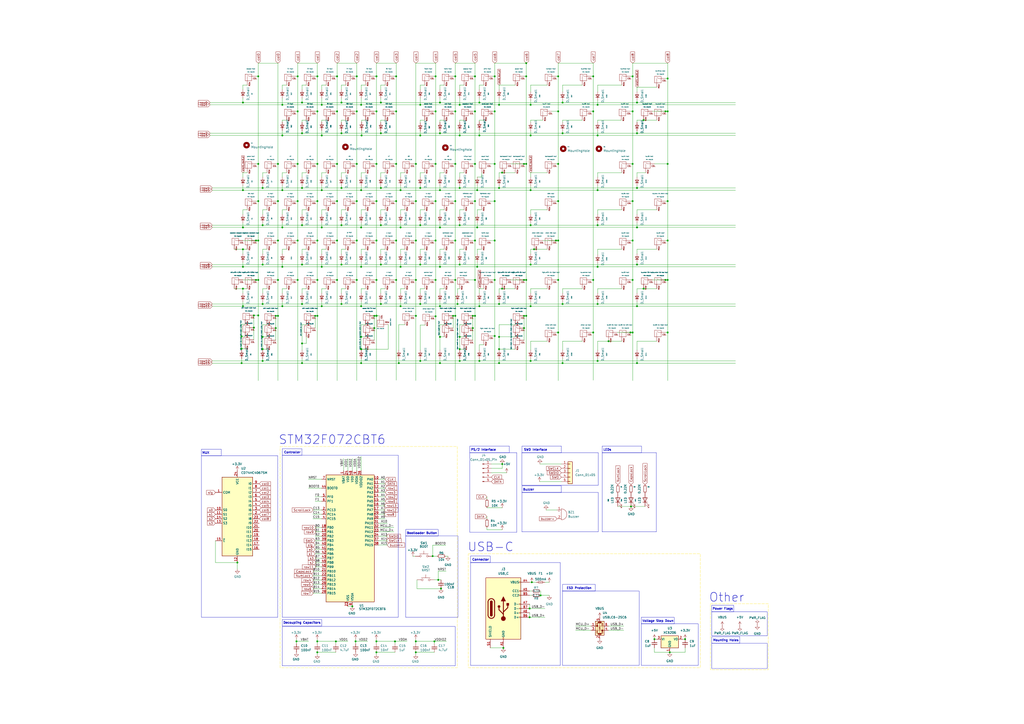
<source format=kicad_sch>
(kicad_sch (version 20250114) (generator "eeschema") (generator_version "9.0")
  (paper "A2")
  (title_block (title "takt11800") (date "2025-03-30") (rev "1.0.0") (company "Takt Solutions") (comment 1 "Aleksandar Vuckovic"))
  (rectangle (start 271.6784 321.2338) (end 406.2984 387.2738) (stroke (width 0) (type dash) (color 255 229 36 1)))
  (rectangle (start 412.9024 369.3668) (end 429.1584 373.1768))
  (rectangle (start 302.7934 281.8638) (end 325.6534 285.6738))
  (rectangle (start 163.7284 260.2738) (end 175.1584 264.0838))
  (rectangle (start 412.9024 351.0788) (end 425.6024 354.8888))
  (rectangle (start 235.3564 307.1114) (end 254.1524 310.9214))
  (rectangle (start 326.2884 339.0138) (end 345.3384 342.8238))
  (rectangle (start 235.2802 310.896) (end 265.684 358.0638))
  (rectangle (start 272.9484 322.5038) (end 284.3784 326.3138))
  (rectangle (start 163.7284 264.0838) (end 231.0384 358.0638))
  (rectangle (start 116.8654 260.5278) (end 128.2954 264.3378))
  (rectangle (start 412.9024 354.8888) (end 445.0334 368.8588))
  (rectangle (start 372.0084 358.0638) (end 391.0584 361.8738))
  (rectangle (start 302.7934 258.7498) (end 325.6534 262.5598))
  (rectangle (start 162.4584 259.0038) (end 265.3284 387.2738) (stroke (width 0) (type dash) (color 255 229 36 1)))
  (rectangle (start 412.9024 373.1768) (end 445.0334 387.7818))
  (rectangle (start 372.0084 361.8738) (end 405.0284 386.0038))
  (rectangle (start 349.2754 258.7498) (end 372.1354 262.5598))
  (rectangle (start 412.1404 350.1898) (end 445.6684 388.5438) (stroke (width 0) (type dash) (color 255 229 36 1)))
  (rectangle (start 163.7284 359.3338) (end 186.5884 363.1438))
  (rectangle (start 326.2884 342.8238) (end 370.7384 386.0038))
  (rectangle (start 272.9484 326.3138) (end 325.0184 386.0038))
  (rectangle (start 163.7284 363.3978) (end 264.0584 386.2578))
  (rectangle (start 272.5674 258.7498) (end 295.4274 262.5598))
  (text "Other" (at 421.5384 346.6338 0) (effects (font (size 5.08 5.08) (thickness 0.254) (bold yes))))
  (text "LEDs" (at 352.3234 261.0358 0) (effects (font (size 1.27 1.27) (thickness 0.254) (bold yes))))
  (text "Controller\n" (at 169.5704 262.5598 0) (effects (font (size 1.27 1.27) (thickness 0.254) (bold yes))))
  (text "PS/2 Interface" (at 280.4414 261.0358 0) (effects (font (size 1.27 1.27) (thickness 0.254) (bold yes))))
  (text "Power Flags" (at 419.2524 353.2378 0) (effects (font (size 1.27 1.27) (thickness 0.254) (bold yes))))
  (text "Voltage Step Down" (at 381.6604 360.3498 0) (effects (font (size 1.27 1.27) (thickness 0.254) (bold yes))))
  (text "USB-C\n" (at 284.6324 317.4238 0) (effects (font (size 5.08 5.08) (thickness 0.254) (bold yes))))
  (text "MUX" (at 119.4054 262.8138 0) (effects (font (size 1.27 1.27) (thickness 0.254) (bold yes))))
  (text "Buzzer" (at 306.6034 284.1498 0) (effects (font (size 1.27 1.27) (thickness 0.254) (bold yes))))
  (text "SWD Interface" (at 310.6674 261.0358 0) (effects (font (size 1.27 1.27) (thickness 0.254) (bold yes))))
  (text "ESD Protection" (at 335.9404 341.2998 0) (effects (font (size 1.27 1.27) (thickness 0.254) (bold yes))))
  (text "Mounting Holes" (at 421.0304 371.5258 0) (effects (font (size 1.27 1.27) (thickness 0.254) (bold yes))))
  (text "Connector\n" (at 278.7904 324.7898 0) (effects (font (size 1.27 1.27) (thickness 0.254) (bold yes))))
  (text "STM32F072CBT6" (at 192.6844 255.1938 0) (effects (font (size 5.08 5.08) (thickness 0.254) (bold yes))))
  (text "Bootloader Button" (at 244.7544 309.3974 0) (effects (font (size 1.27 1.27) (thickness 0.254) (bold yes))))
  (text "Decoupling Capacitors" (at 175.1584 361.3658 0) (effects (font (size 1.27 1.27) (thickness 0.254) (bold yes))))
  (junction (at 184.0992 44.2722))
  (junction (at 291.2872 100.1522))
  (junction (at 186.6392 60.7822))
  (junction (at 152.3492 195.4022))
  (junction (at 243.7892 109.0422))
  (junction (at 323.7992 116.6622))
  (junction (at 344.1192 44.2722))
  (junction (at 229.8192 64.5922))
  (junction (at 161.2392 162.3822))
  (junction (at 323.7992 95.0722))
  (junction (at 276.8092 110.3122))
  (junction (at 175.2092 59.5122))
  (junction (at 369.5192 210.6422))
  (junction (at 386.0292 162.3822))
  (junction (at 278.0792 59.5122))
  (junction (at 152.3492 109.0422))
  (junction (at 346.6592 60.7822))
  (junction (at 289.5092 210.6422))
  (junction (at 266.6492 153.4922))
  (junction (at 366.9792 64.5922))
  (junction (at 252.6792 139.5222))
  (junction (at 276.8092 131.9022))
  (junction (at 175.2092 199.2122))
  (junction (at 209.4992 154.7622))
  (junction (at 323.7992 162.3822))
  (junction (at 303.9872 190.3222))
  (junction (at 184.0992 95.0722))
  (junction (at 241.2492 139.5222))
  (junction (at 387.2992 192.8622))
  (junction (at 305.2572 183.2102))
  (junction (at 266.6492 60.7822))
  (junction (at 229.8192 139.5222))
  (junction (at 206.9592 139.5222))
  (junction (at 186.6392 131.9022))
  (junction (at 369.5192 77.2922))
  (junction (at 266.6492 195.4022))
  (junction (at 241.1984 378.3838))
  (junction (at 275.5392 64.5922))
  (junction (at 206.9592 162.3822))
  (junction (at 303.9872 183.2102))
  (junction (at 243.7892 209.3722))
  (junction (at 243.7892 78.5622))
  (junction (at 198.0692 77.2922))
  (junction (at 241.2492 116.6622))
  (junction (at 184.0484 372.0338))
  (junction (at 163.7792 78.5622))
  (junction (at 194.8434 372.0338))
  (junction (at 218.3892 162.3822))
  (junction (at 387.2992 162.3822))
  (junction (at 147.2692 182.9562))
  (junction (at 264.1092 64.5922))
  (junction (at 171.9834 372.0338))
  (junction (at 326.3392 176.3522))
  (junction (at 163.7792 131.9022))
  (junction (at 291.3634 269.1638))
  (junction (at 307.7972 78.5622))
  (junction (at 289.5092 109.0422))
  (junction (at 369.5192 177.6222))
  (junction (at 209.4992 195.4022))
  (junction (at 326.3392 210.6422))
  (junction (at 255.2192 59.5122))
  (junction (at 252.6792 162.3822))
  (junction (at 369.5192 153.4922))
  (junction (at 387.2992 64.5922))
  (junction (at 175.2092 210.6422))
  (junction (at 161.2392 139.5222))
  (junction (at 206.2734 372.0338))
  (junction (at 163.7792 60.7822))
  (junction (at 140.1572 195.1482))
  (junction (at 172.6692 162.3822))
  (junction (at 209.4992 210.6422))
  (junction (at 231.3432 210.6422))
  (junction (at 262.8392 183.2102))
  (junction (at 346.6592 110.3122))
  (junction (at 241.1984 372.0338))
  (junction (at 266.6492 109.0422))
  (junction (at 149.8092 116.6622))
  (junction (at 255.2192 110.3122))
  (junction (at 344.1192 162.3822))
  (junction (at 251.9934 372.0338))
  (junction (at 305.2572 44.2722))
  (junction (at 220.9292 130.6322))
  (junction (at 206.9592 116.6622))
  (junction (at 218.3892 183.2102))
  (junction (at 198.0692 153.4922))
  (junction (at 274.2692 183.2102))
  (junction (at 209.4992 202.5396))
  (junction (at 307.7972 60.7822))
  (junction (at 218.3384 372.0338))
  (junction (at 195.5292 95.0722))
  (junction (at 275.5392 162.3822))
  (junction (at 373.3292 167.4622))
  (junction (at 307.2384 358.0638))
  (junction (at 152.3492 130.6322))
  (junction (at 291.9984 375.8438))
  (junction (at 232.3592 154.7622))
  (junction (at 175.2092 77.2922))
  (junction (at 198.0692 130.6322))
  (junction (at 255.2192 195.4022))
  (junction (at 366.9792 192.8622))
  (junction (at 346.6592 209.3722))
  (junction (at 184.0992 162.3822))
  (junction (at 369.5192 59.5122))
  (junction (at 275.5392 183.2102))
  (junction (at 264.1092 162.3822))
  (junction (at 252.6792 183.4642))
  (junction (at 307.7972 130.6322))
  (junction (at 149.8092 139.5222))
  (junction (at 252.6792 116.6622))
  (junction (at 198.0692 176.3522))
  (junction (at 286.9692 116.6622))
  (junction (at 172.6692 44.2722))
  (junction (at 140.9192 144.6022))
  (junction (at 275.5392 44.2722))
  (junction (at 305.2572 162.3822))
  (junction (at 209.4992 131.9022))
  (junction (at 140.9192 177.6222))
  (junction (at 186.6392 110.3122))
  (junction (at 172.6692 95.0722))
  (junction (at 303.9872 162.3822))
  (junction (at 305.2572 36.6522))
  (junction (at 369.5192 131.9022))
  (junction (at 175.2092 176.3522))
  (junction (at 204.3684 351.7138))
  (junction (at 303.9872 95.0722))
  (junction (at 232.3592 131.9022))
  (junction (at 276.8092 154.7622))
  (junction (at 206.9592 44.2722))
  (junction (at 386.0292 64.5922))
  (junction (at 184.0992 139.5222))
  (junction (at 252.6792 95.0722))
  (junction (at 140.9192 154.7622))
  (junction (at 195.5292 64.5922))
  (junction (at 220.9292 109.0422))
  (junction (at 195.5292 162.3822))
  (junction (at 152.3492 176.3522))
  (junction (at 218.3892 183.134))
  (junction (at 149.8092 182.9562))
  (junction (at 229.8192 162.3822))
  (junction (at 255.2192 131.9022))
  (junction (at 218.3384 378.3838))
  (junction (at 326.3392 59.5122))
  (junction (at 140.1572 210.6422))
  (junction (at 220.9292 176.3522))
  (junction (at 220.9292 77.2922))
  (junction (at 344.1192 64.5922))
  (junction (at 152.3492 153.4922))
  (junction (at 137.6934 326.3138))
  (junction (at 365.7092 192.8622))
  (junction (at 232.3592 110.3122))
  (junction (at 254.2286 336.3722))
  (junction (at 274.2692 190.3222))
  (junction (at 275.5392 116.6622))
  (junction (at 397.4084 370.7638))
  (junction (at 323.7992 64.5922))
  (junction (at 286.9692 44.2722))
  (junction (at 255.2192 77.2922))
  (junction (at 387.2992 95.0722))
  (junction (at 232.3592 177.6222))
  (junction (at 308.5084 337.7438))
  (junction (at 161.2392 183.2102))
  (junction (at 243.7892 176.3522))
  (junction (at 195.5292 44.2722))
  (junction (at 275.5392 139.5222))
  (junction (at 152.3492 209.3722))
  (junction (at 388.5184 378.3838))
  (junction (at 266.6492 130.6322))
  (junction (at 218.3892 64.5922))
  (junction (at 220.9292 153.4922))
  (junction (at 289.5092 202.5142))
  (junction (at 186.6392 177.6222))
  (junction (at 184.0992 64.5922))
  (junction (at 172.6692 116.6622))
  (junction (at 159.9692 183.2102))
  (junction (at 307.2384 352.9838))
  (junction (at 322.5292 139.5222))
  (junction (at 198.0692 59.5122))
  (junction (at 307.7972 177.6222))
  (junction (at 159.9692 190.3222))
  (junction (at 346.6592 176.3522))
  (junction (at 163.7792 110.3122))
  (junction (at 229.8192 95.0722))
  (junction (at 387.2992 45.5422))
  (junction (at 250.9774 322.6054))
  (junction (at 209.7532 78.5622))
  (junction (at 148.5392 139.5222))
  (junction (at 289.5092 176.3522))
  (junction (at 286.9692 194.8942))
  (junction (at 140.9192 110.3122))
  (junction (at 264.1092 95.0722))
  (junction (at 346.6592 154.7622))
  (junction (at 286.9692 139.5222))
  (junction (at 184.0992 116.6622))
  (junction (at 286.9692 162.3822))
  (junction (at 266.6492 78.5622))
  (junction (at 218.3892 116.6622))
  (junction (at 186.6392 154.7622))
  (junction (at 264.1092 44.2722))
  (junction (at 252.6792 44.2722))
  (junction (at 172.6692 139.5222))
  (junction (at 313.5884 345.3638))
  (junction (at 323.7992 192.8622))
  (junction (at 307.7972 209.3722))
  (junction (at 309.8292 144.6022))
  (junction (at 152.3492 202.5142))
  (junction (at 255.2192 154.7622))
  (junction (at 344.1192 192.8622))
  (junction (at 218.3892 139.5222))
  (junction (at 278.0792 209.3722))
  (junction (at 366.9792 139.5222))
  (junction (at 264.1092 183.2102))
  (junction (at 387.2992 116.6622))
  (junction (at 184.0484 378.3838))
  (junction (at 326.3392 77.2922))
  (junction (at 346.6592 130.6322))
  (junction (at 291.2872 167.4622))
  (junction (at 366.9792 116.6622))
  (junction (at 323.7992 139.5222))
  (junction (at 217.1192 190.3222))
  (junction (at 147.2692 190.0682))
  (junction (at 346.6592 78.5622))
  (junction (at 241.2492 95.0722))
  (junction (at 243.7892 60.7822))
  (junction (at 209.4992 60.7822))
  (junction (at 266.6492 202.5142))
  (junction (at 217.1192 183.2102))
  (junction (at 175.2092 130.6322))
  (junction (at 255.2192 177.6222))
  (junction (at 289.5092 60.7822))
  (junction (at 264.1092 139.5222))
  (junction (at 149.8092 95.0722))
  (junction (at 264.1092 116.6622))
  (junction (at 366.0394 293.8018))
  (junction (at 307.7972 153.4922))
  (junction (at 218.3892 95.0722))
  (junction (at 195.5292 139.5222))
  (junction (at 387.2992 139.5222))
  (junction (at 255.2192 210.6422))
  (junction (at 243.7892 130.6322))
  (junction (at 307.7972 110.3122))
  (junction (at 195.5292 116.6622))
  (junction (at 305.2572 95.0722))
  (junction (at 209.4992 110.3122))
  (junction (at 366.9792 162.3822))
  (junction (at 278.0792 177.6222))
  (junction (at 229.1334 372.0338))
  (junction (at 241.2492 183.2102))
  (junction (at 278.0792 78.5622))
  (junction (at 163.7792 154.7622))
  (junction (at 286.9692 95.0722))
  (junction (at 243.7892 153.4922))
  (junction (at 220.9292 59.5122))
  (junction (at 265.3792 176.3522))
  (junction (at 161.2392 95.0722))
  (junction (at 379.6284 370.7638))
  (junction (at 149.8092 44.2722))
  (junction (at 206.9592 95.0722))
  (junction (at 373.3292 69.6722))
  (junction (at 366.9792 44.2722))
  (junction (at 266.6492 209.3722))
  (junction (at 175.2092 109.0422))
  (junction (at 252.6792 64.5922))
  (junction (at 184.0992 183.2102))
  (junction (at 161.2392 116.6622))
  (junction (at 209.4992 202.5142))
  (junction (at 209.4992 177.6222))
  (junction (at 206.9592 64.5922))
  (junction (at 149.8092 162.3822))
  (junction (at 323.7992 44.2722))
  (junction (at 148.5392 162.3822))
  (junction (at 241.2492 162.3822))
  (junction (at 369.5192 109.0422))
  (junction (at 182.8292 183.2102))
  (junction (at 198.0692 109.0422))
  (junction (at 175.2092 153.4922))
  (junction (at 218.3892 44.2722))
  (junction (at 255.8288 341.4522))
  (junction (at 172.6692 64.5922))
  (junction (at 229.8192 44.2722))
  (junction (at 186.6392 78.5622))
  (junction (at 353.0092 197.9422))
  (junction (at 229.8192 116.6622))
  (junction (at 289.5092 195.4022))
  (junction (at 163.7792 177.6222))
  (junction (at 140.9192 131.9022))
  (junction (at 140.9192 167.4622))
  (junction (at 275.5392 95.0722))
  (junction (at 366.9792 95.0722))
  (junction (at 140.9192 59.5122))
  (junction (at 140.1572 202.2602))
  (junction (at 286.9692 64.5922))
  (wire (pts (xy 166.3192 49.3522) (xy 163.7792 49.3522)))
  (wire (pts (xy 218.3892 162.3822) (xy 218.3892 183.134)))
  (wire (pts (xy 243.7892 60.7822) (xy 266.6492 60.7822)))
  (wire (pts (xy 198.0692 144.6022) (xy 198.0692 147.1422)))
  (wire (pts (xy 285.6992 64.5922) (xy 286.9692 64.5922)))
  (wire (pts (xy 163.7792 177.6222) (xy 186.6392 177.6222)))
  (wire (pts (xy 243.7892 144.6022) (xy 243.7892 147.1422)))
  (wire (pts (xy 186.6392 121.7422) (xy 186.6392 124.2822)))
  (wire (pts (xy 206.9592 64.5922) (xy 206.9592 95.0722)))
  (wire (pts (xy 189.1792 100.1522) (xy 186.6392 100.1522)))
  (wire (pts (xy 307.7972 58.2422) (xy 307.7972 60.7822)))
  (wire (pts (xy 397.4084 375.8438) (xy 397.4084 378.3838)))
  (wire (pts (xy 218.3892 36.6522) (xy 218.3892 44.2722)))
  (wire (pts (xy 276.8092 107.7722) (xy 276.8092 110.3122)))
  (wire (pts (xy 255.2192 121.7422) (xy 255.2192 124.2822)))
  (wire (pts (xy 209.4992 202.5142) (xy 209.4992 202.5396)))
  (wire (pts (xy 140.9192 56.9722) (xy 140.9192 59.5122)))
  (wire (pts (xy 257.7592 167.4622) (xy 255.2192 167.4622)))
  (wire (pts (xy 209.4992 202.5142) (xy 209.4992 195.4022)))
  (wire (pts (xy 184.0992 162.3822) (xy 184.0992 183.2102)))
  (wire (pts (xy 229.8192 95.0722) (xy 229.8192 116.6622)))
  (wire (pts (xy 195.5292 44.2722) (xy 195.5292 64.5922)))
  (wire (pts (xy 217.1192 183.2102) (xy 217.1192 190.3222)))
  (wire (pts (xy 218.3892 183.134) (xy 218.3892 183.2102)))
  (wire (pts (xy 275.5392 162.3822) (xy 275.5392 183.2102)))
  (wire (pts (xy 387.2992 116.6622) (xy 387.2992 139.5222)))
  (wire (pts (xy 369.5192 153.4922) (xy 426.6692 153.4922)))
  (wire (pts (xy 269.1892 49.3522) (xy 266.6492 49.3522)))
  (polyline (pts (xy 302.7934 285.6738) (xy 302.7934 308.5338)))
  (wire (pts (xy 198.0692 152.2222) (xy 198.0692 153.4922)))
  (wire (pts (xy 140.1572 195.1482) (xy 142.1892 195.1482)))
  (wire (pts (xy 186.6392 175.0822) (xy 186.6392 177.6222)))
  (wire (pts (xy 251.4092 162.3822) (xy 252.6792 162.3822)))
  (wire (pts (xy 255.2192 167.4622) (xy 255.2192 170.0022)))
  (wire (pts (xy 205.6892 162.3822) (xy 206.9592 162.3822)))
  (wire (pts (xy 181.5084 333.9338) (xy 186.5884 333.9338)))
  (wire (pts (xy 209.4992 208.1022) (xy 209.4992 210.6422)))
  (wire (pts (xy 358.4194 293.8018) (xy 366.0394 293.8018)))
  (wire (pts (xy 140.1572 208.1022) (xy 140.1572 210.6422)))
  (wire (pts (xy 282.4734 305.9938) (xy 282.4734 307.2638)))
  (wire (pts (xy 255.2192 144.6022) (xy 255.2192 147.1422)))
  (wire (pts (xy 194.2592 95.0722) (xy 195.5292 95.0722)))
  (wire (pts (xy 154.8892 167.4622) (xy 152.3492 167.4622)))
  (wire (pts (xy 159.9692 190.3222) (xy 159.9692 197.4342)))
  (wire (pts (xy 266.6492 56.9722) (xy 266.6492 60.7822)))
  (wire (pts (xy 163.7792 69.6722) (xy 166.3192 69.6722)))
  (wire (pts (xy 258.5974 322.6054) (xy 259.8674 322.6054)))
  (wire (pts (xy 264.1092 183.2102) (xy 264.1092 220.8022)))
  (wire (pts (xy 365.7092 95.0722) (xy 366.9792 95.0722)))
  (wire (pts (xy 198.0692 49.3522) (xy 198.0692 51.8922)))
  (wire (pts (xy 241.2492 116.6622) (xy 241.2492 139.5222)))
  (wire (pts (xy 135.8392 144.6022) (xy 140.9192 144.6022)))
  (wire (pts (xy 243.7892 76.2762) (xy 243.7892 78.5622)))
  (wire (pts (xy 123.1392 209.3722) (xy 152.3492 209.3722)))
  (wire (pts (xy 232.3592 152.2222) (xy 232.3592 154.7622)))
  (wire (pts (xy 316.1284 352.9838) (xy 307.2384 352.9838)))
  (wire (pts (xy 346.6592 175.0822) (xy 346.6592 176.3522)))
  (wire (pts (xy 218.3892 183.134) (xy 220.091 183.134)))
  (wire (pts (xy 369.5192 58.2422) (xy 369.5192 59.5122)))
  (wire (pts (xy 282.4734 307.2638) (xy 291.3634 307.2638)))
  (wire (pts (xy 189.1792 144.6022) (xy 186.6392 144.6022)))
  (wire (pts (xy 269.1892 121.7422) (xy 266.6492 121.7422)))
  (wire (pts (xy 152.3492 129.3622) (xy 152.3492 130.6322)))
  (wire (pts (xy 289.5092 176.3522) (xy 326.3392 176.3522)))
  (wire (pts (xy 223.4692 49.3522) (xy 220.9292 49.3522)))
  (wire (pts (xy 266.6492 209.3722) (xy 278.0792 209.3722)))
  (wire (pts (xy 282.4734 299.6438) (xy 282.4734 300.9138)))
  (wire (pts (xy 353.0092 197.9422) (xy 346.6592 197.9422)))
  (wire (pts (xy 212.0392 167.4622) (xy 209.4992 167.4622)))
  (wire (pts (xy 224.6884 303.4538) (xy 219.6084 303.4538)))
  (wire (pts (xy 289.5092 56.9722) (xy 289.5092 60.7822)))
  (wire (pts (xy 317.4492 144.6022) (xy 309.8292 144.6022)))
  (wire (pts (xy 369.5192 152.2222) (xy 369.5192 153.4922)))
  (wire (pts (xy 241.2492 36.6522) (xy 241.2492 95.0722)))
  (wire (pts (xy 278.0792 78.5622) (xy 307.7972 78.5622)))
  (wire (pts (xy 322.5292 192.8622) (xy 323.7992 192.8622)))
  (wire (pts (xy 369.5192 109.0422) (xy 426.6692 109.0422)))
  (wire (pts (xy 337.7692 167.4622) (xy 326.3392 167.4622)))
  (wire (pts (xy 140.9192 144.6022) (xy 140.9192 147.1422)))
  (wire (pts (xy 148.5392 44.2722) (xy 149.8092 44.2722)))
  (wire (pts (xy 175.2092 199.2122) (xy 177.7492 199.2122)))
  (wire (pts (xy 243.7892 107.7722) (xy 243.7892 109.0422)))
  (wire (pts (xy 186.6392 75.7682) (xy 186.6392 78.5622)))
  (wire (pts (xy 365.7092 44.2722) (xy 366.9792 44.2722)))
  (wire (pts (xy 154.8892 188.2902) (xy 152.3492 188.2902)))
  (wire (pts (xy 198.0692 121.7422) (xy 198.0692 124.2822)))
  (wire (pts (xy 186.6392 154.7622) (xy 209.4992 154.7622)))
  (wire (pts (xy 274.2692 197.4342) (xy 274.2692 190.3222)))
  (wire (pts (xy 307.7972 107.7722) (xy 307.7972 110.3122)))
  (wire (pts (xy 148.5392 162.3822) (xy 149.8092 162.3822)))
  (wire (pts (xy 178.8668 278.0538) (xy 186.5884 278.0538)))
  (wire (pts (xy 239.9792 95.0722) (xy 241.2492 95.0722)))
  (wire (pts (xy 344.1192 162.3822) (xy 344.1192 192.8622)))
  (wire (pts (xy 326.3392 175.0822) (xy 326.3392 176.3522)))
  (wire (pts (xy 285.0134 271.7038) (xy 291.3634 271.7038)))
  (wire (pts (xy 255.2192 129.3622) (xy 255.2192 131.9022)))
  (wire (pts (xy 223.4184 290.7538) (xy 219.6084 290.7538)))
  (wire (pts (xy 274.2692 44.2722) (xy 275.5392 44.2722)))
  (wire (pts (xy 289.5092 100.1522) (xy 289.5092 102.6922)))
  (wire (pts (xy 166.3192 100.1522) (xy 163.7792 100.1522)))
  (wire (pts (xy 252.6792 64.5922) (xy 252.6792 95.0722)))
  (wire (pts (xy 121.8692 60.7822) (xy 163.7792 60.7822)))
  (wire (pts (xy 212.0392 202.5142) (xy 209.4992 202.5142)))
  (wire (pts (xy 220.9292 152.2222) (xy 220.9292 153.4922)))
  (wire (pts (xy 194.8434 372.0338) (xy 201.8284 372.0338)))
  (wire (pts (xy 182.7784 326.3138) (xy 186.5884 326.3138)))
  (wire (pts (xy 265.3792 175.0822) (xy 265.3792 176.3522)))
  (wire (pts (xy 217.1192 95.0722) (xy 218.3892 95.0722)))
  (wire (pts (xy 194.2592 162.3822) (xy 195.5292 162.3822)))
  (wire (pts (xy 285.6992 194.8942) (xy 286.9692 194.8942)))
  (wire (pts (xy 212.0392 144.6022) (xy 209.4992 144.6022)))
  (wire (pts (xy 166.3192 144.6022) (xy 163.7792 144.6022)))
  (polyline (pts (xy 299.7454 262.5598) (xy 299.7454 308.7878)))
  (wire (pts (xy 266.6492 100.1522) (xy 266.6492 102.6922)))
  (wire (pts (xy 209.4992 56.9722) (xy 209.4992 60.7822)))
  (wire (pts (xy 209.7532 78.5622) (xy 243.7892 78.5622)))
  (wire (pts (xy 186.6392 100.1522) (xy 186.6392 102.6922)))
  (wire (pts (xy 250.9774 322.6054) (xy 253.5174 322.6054)))
  (wire (pts (xy 307.7972 144.6022) (xy 307.7972 147.1422)))
  (polyline (pts (xy 346.964 281.5336) (xy 346.964 262.5598)))
  (wire (pts (xy 275.5392 183.2102) (xy 275.5392 220.8022)))
  (wire (pts (xy 276.8092 144.6022) (xy 276.8092 147.1422)))
  (wire (pts (xy 194.2592 116.6622) (xy 195.5292 116.6622)))
  (wire (pts (xy 346.6592 121.7422) (xy 360.6292 121.7422)))
  (wire (pts (xy 266.6492 129.3622) (xy 266.6492 130.6322)))
  (wire (pts (xy 369.5192 76.0222) (xy 369.5192 77.2922)))
  (wire (pts (xy 307.7972 152.2222) (xy 307.7972 153.4922)))
  (wire (pts (xy 218.3892 44.2722) (xy 218.3892 64.5922)))
  (wire (pts (xy 220.9292 77.2922) (xy 255.2192 77.2922)))
  (wire (pts (xy 251.4092 95.0722) (xy 252.6792 95.0722)))
  (wire (pts (xy 337.7692 69.6722) (xy 326.3392 69.6722)))
  (wire (pts (xy 212.0392 69.6722) (xy 209.7532 69.6722)))
  (wire (pts (xy 303.9872 183.2102) (xy 305.2572 183.2102)))
  (wire (pts (xy 366.9792 139.5222) (xy 366.9792 162.3822)))
  (wire (pts (xy 278.0792 175.0822) (xy 278.0792 177.6222)))
  (wire (pts (xy 323.7992 192.8622) (xy 323.7992 220.8022)))
  (wire (pts (xy 200.6092 144.6022) (xy 198.0692 144.6022)))
  (wire (pts (xy 252.6792 95.0722) (xy 252.6792 116.6622)))
  (wire (pts (xy 264.1092 95.0722) (xy 264.1092 116.6622)))
  (wire (pts (xy 266.6492 60.7822) (xy 289.5092 60.7822)))
  (wire (pts (xy 346.6592 49.3522) (xy 360.6292 49.3522)))
  (wire (pts (xy 194.2592 64.5922) (xy 195.5292 64.5922)))
  (wire (pts (xy 140.9192 175.0822) (xy 140.9192 177.6222)))
  (wire (pts (xy 366.9792 162.3822) (xy 366.9792 192.8622)))
  (wire (pts (xy 262.8392 183.2102) (xy 264.1092 183.2102)))
  (wire (pts (xy 243.7892 129.3622) (xy 243.7892 130.6322)))
  (wire (pts (xy 303.9872 197.4342) (xy 303.9872 190.3222)))
  (wire (pts (xy 239.9792 139.5222) (xy 241.2492 139.5222)))
  (wire (pts (xy 285.6992 44.2722) (xy 286.9692 44.2722)))
  (wire (pts (xy 284.4292 139.5222) (xy 286.9692 139.5222)))
  (wire (pts (xy 365.7092 116.6622) (xy 366.9792 116.6622)))
  (wire (pts (xy 279.3492 102.6922) (xy 276.8092 102.6922)))
  (wire (pts (xy 366.9792 192.8622) (xy 366.9792 220.8022)))
  (polyline (pts (xy 299.7454 308.7878) (xy 272.5674 308.7878)))
  (wire (pts (xy 274.2692 95.0722) (xy 275.5392 95.0722)))
  (wire (pts (xy 184.0992 95.0722) (xy 184.0992 116.6622)))
  (wire (pts (xy 198.0692 129.3622) (xy 198.0692 130.6322)))
  (wire (pts (xy 278.0792 177.6222) (xy 307.7972 177.6222)))
  (wire (pts (xy 175.2092 100.1522) (xy 175.2092 102.6922)))
  (wire (pts (xy 223.4184 278.0538) (xy 219.6084 278.0538)))
  (wire (pts (xy 223.4184 298.3738) (xy 219.6084 298.3738)))
  (wire (pts (xy 289.5092 195.4022) (xy 298.9072 195.4022)))
  (wire (pts (xy 149.8092 36.6522) (xy 161.2392 36.6522)))
  (wire (pts (xy 305.2572 36.6522) (xy 305.2572 44.2722)))
  (wire (pts (xy 369.5192 121.7422) (xy 380.9492 121.7422)))
  (wire (pts (xy 218.3384 372.0338) (xy 218.3384 373.3038)))
  (wire (pts (xy 206.2734 372.0338) (xy 206.2734 373.3038)))
  (wire (pts (xy 220.9292 107.7722) (xy 220.9292 109.0422)))
  (wire (pts (xy 307.7972 100.1522) (xy 317.4492 100.1522)))
  (wire (pts (xy 209.4992 49.3522) (xy 209.4992 51.8922)))
  (wire (pts (xy 303.9872 95.0722) (xy 305.2572 95.0722)))
  (wire (pts (xy 366.9792 44.2722) (xy 366.9792 64.5922)))
  (wire (pts (xy 182.8292 162.3822) (xy 184.0992 162.3822)))
  (wire (pts (xy 209.4992 131.9022) (xy 232.3592 131.9022)))
  (wire (pts (xy 198.0692 77.2922) (xy 220.9292 77.2922)))
  (wire (pts (xy 386.0292 139.5222) (xy 387.2992 139.5222)))
  (wire (pts (xy 172.6692 139.5222) (xy 172.6692 162.3822)))
  (wire (pts (xy 195.5292 64.5922) (xy 195.5292 95.0722)))
  (wire (pts (xy 181.5084 300.9138) (xy 186.5884 300.9138)))
  (wire (pts (xy 346.6592 78.5622) (xy 426.6692 78.5622)))
  (wire (pts (xy 314.9092 139.5222) (xy 322.5292 139.5222)))
  (wire (pts (xy 220.9292 100.1522) (xy 220.9292 102.6922)))
  (wire (pts (xy 298.9072 202.5142) (xy 289.5092 202.5142)))
  (wire (pts (xy 278.0792 167.4622) (xy 278.0792 170.0022)))
  (wire (pts (xy 199.2884 265.9888) (xy 199.2884 272.9738)))
  (wire (pts (xy 314.9092 69.6722) (xy 307.7972 69.6722)))
  (wire (pts (xy 255.2192 107.7722) (xy 255.2192 110.3122)))
  (wire (pts (xy 218.3892 36.6522) (xy 229.8192 36.6522)))
  (wire (pts (xy 243.7892 121.7422) (xy 243.7892 124.2822)))
  (wire (pts (xy 286.9692 36.6522) (xy 305.2572 36.6522)))
  (wire (pts (xy 373.3292 167.4622) (xy 380.9492 167.4622)))
  (wire (pts (xy 228.5492 95.0722) (xy 229.8192 95.0722)))
  (wire (pts (xy 279.3492 100.1522) (xy 279.3492 102.6922)))
  (wire (pts (xy 223.4692 121.7422) (xy 220.9292 121.7422)))
  (wire (pts (xy 285.0134 269.1638) (xy 291.3634 269.1638)))
  (wire (pts (xy 380.9492 144.6022) (xy 369.5192 144.6022)))
  (wire (pts (xy 206.2734 370.7638) (xy 206.2734 372.0338)))
  (wire (pts (xy 209.4992 129.3622) (xy 209.4992 131.9022)))
  (wire (pts (xy 209.4992 121.7422) (xy 209.4992 124.2822)))
  (polyline (pts (xy 302.768 262.5598) (xy 302.768 281.5336)))
  (wire (pts (xy 229.8192 162.3822) (xy 229.8192 220.5482)))
  (wire (pts (xy 275.5392 116.6622) (xy 275.5392 139.5222)))
  (wire (pts (xy 220.9292 129.3622) (xy 220.9292 130.6322)))
  (wire (pts (xy 217.1192 44.2722) (xy 218.3892 44.2722)))
  (wire (pts (xy 380.9492 197.9422) (xy 369.5192 197.9422)))
  (wire (pts (xy 254.2286 336.3722) (xy 255.8288 336.3722)))
  (wire (pts (xy 152.3492 167.4622) (xy 152.3492 170.0022)))
  (wire (pts (xy 307.7972 76.0222) (xy 307.7972 78.5622)))
  (wire (pts (xy 307.7972 177.6222) (xy 369.5192 177.6222)))
  (wire (pts (xy 175.2092 69.6722) (xy 175.2092 70.9422)))
  (wire (pts (xy 251.9934 372.0338) (xy 258.9784 372.0338)))
  (wire (pts (xy 218.3892 116.6622) (xy 218.3892 139.5222)))
  (wire (pts (xy 234.8992 167.4622) (xy 232.3592 167.4622)))
  (wire (pts (xy 231.3432 208.1022) (xy 231.3432 210.6422)))
  (wire (pts (xy 241.1984 372.0338) (xy 251.9934 372.0338)))
  (wire (pts (xy 182.8292 95.0722) (xy 184.0992 95.0722)))
  (wire (pts (xy 163.7792 75.7682) (xy 163.7792 78.5622)))
  (wire (pts (xy 175.2092 49.3522) (xy 175.2092 51.8922)))
  (wire (pts (xy 206.9592 36.6522) (xy 206.9592 44.2722)))
  (wire (pts (xy 137.6934 326.3138) (xy 137.6934 330.1238)))
  (wire (pts (xy 152.3492 175.0822) (xy 152.3492 176.3522)))
  (wire (pts (xy 387.2992 162.3822) (xy 387.2992 192.8622)))
  (wire (pts (xy 229.8192 44.2722) (xy 229.8192 64.5922)))
  (wire (pts (xy 212.0392 121.7422) (xy 209.4992 121.7422)))
  (wire (pts (xy 177.7492 144.6022) (xy 175.2092 144.6022)))
  (wire (pts (xy 229.1334 372.0338) (xy 236.1184 372.0338)))
  (wire (pts (xy 175.2092 129.3622) (xy 175.2092 130.6322)))
  (wire (pts (xy 140.1572 210.6422) (xy 175.2092 210.6422)))
  (wire (pts (xy 265.3792 167.4622) (xy 266.6492 167.4622)))
  (wire (pts (xy 140.9192 131.9022) (xy 163.7792 131.9022)))
  (wire (pts (xy 186.6392 167.4622) (xy 186.6392 170.0022)))
  (wire (pts (xy 232.3592 154.7622) (xy 255.2192 154.7622)))
  (wire (pts (xy 255.2192 188.2902) (xy 255.2192 195.4022)))
  (wire (pts (xy 198.0692 59.5122) (xy 220.9292 59.5122)))
  (wire (pts (xy 223.4184 300.9138) (xy 219.6084 300.9138)))
  (wire (pts (xy 296.3672 95.0722) (xy 303.9872 95.0722)))
  (wire (pts (xy 184.0484 379.6538) (xy 184.0484 378.3838)))
  (wire (pts (xy 198.0692 107.7722) (xy 198.0692 109.0422)))
  (wire (pts (xy 209.4992 210.6422) (xy 231.3432 210.6422)))
  (wire (pts (xy 220.9292 69.6722) (xy 220.9292 70.9422)))
  (wire (pts (xy 303.9872 44.2722) (xy 305.2572 44.2722)))
  (wire (pts (xy 189.1792 49.3522) (xy 186.6392 49.3522)))
  (wire (pts (xy 346.6592 167.4622) (xy 346.6592 170.0022)))
  (wire (pts (xy 289.5092 107.7722) (xy 289.5092 109.0422)))
  (wire (pts (xy 189.1792 167.4622) (xy 186.6392 167.4622)))
  (wire (pts (xy 181.5084 339.0138) (xy 186.5884 339.0138)))
  (wire (pts (xy 161.2392 36.6522) (xy 161.2392 95.0722)))
  (wire (pts (xy 186.6392 129.3622) (xy 186.6392 131.9022)))
  (wire (pts (xy 243.7892 69.6722) (xy 243.7892 71.1962)))
  (wire (pts (xy 307.7972 153.4922) (xy 369.5192 153.4922)))
  (wire (pts (xy 312.9534 279.3238) (xy 325.6534 279.3238)))
  (wire (pts (xy 266.6492 78.5622) (xy 278.0792 78.5622)))
  (wire (pts (xy 175.2092 56.9722) (xy 175.2092 59.5122)))
  (wire (pts (xy 264.1092 64.5922) (xy 264.1092 95.0722)))
  (wire (pts (xy 228.5492 64.5922) (xy 229.8192 64.5922)))
  (wire (pts (xy 177.7492 195.4022) (xy 177.7492 199.2122)))
  (wire (pts (xy 278.0792 75.5142) (xy 278.0792 78.5622)))
  (wire (pts (xy 346.6592 102.6922) (xy 346.6592 100.1522)))
  (wire (pts (xy 275.5392 64.5922) (xy 275.5392 95.0722)))
  (wire (pts (xy 243.7892 209.3722) (xy 266.6492 209.3722)))
  (wire (pts (xy 163.7792 78.5622) (xy 186.6392 78.5622)))
  (wire (pts (xy 182.8292 116.6622) (xy 184.0992 116.6622)))
  (wire (pts (xy 241.1984 370.7638) (xy 241.1984 372.0338)))
  (wire (pts (xy 285.0134 274.2438) (xy 293.9034 274.2438)))
  (wire (pts (xy 206.9084 265.9888) (xy 206.9084 272.9738)))
  (wire (pts (xy 163.7792 121.7422) (xy 163.7792 124.2822)))
  (wire (pts (xy 232.3592 121.7422) (xy 232.3592 124.2822)))
  (wire (pts (xy 209.4992 107.7722) (xy 209.4992 110.3122)))
  (wire (pts (xy 161.2392 183.2102) (xy 161.2392 220.8022)))
  (wire (pts (xy 278.0792 49.3522) (xy 278.0792 51.8922)))
  (wire (pts (xy 246.5832 188.5442) (xy 243.7892 188.5442)))
  (wire (pts (xy 124.9934 326.3138) (xy 137.6934 326.3138)))
  (wire (pts (xy 206.9592 116.6622) (xy 206.9592 139.5222)))
  (wire (pts (xy 220.9292 144.6022) (xy 220.9292 147.1422)))
  (wire (pts (xy 123.1392 130.6322) (xy 152.3492 130.6322)))
  (polyline (pts (xy 349.2754 262.5598) (xy 349.2754 308.5338)))
  (wire (pts (xy 228.5492 116.6622) (xy 229.8192 116.6622)))
  (wire (pts (xy 373.3292 69.6722) (xy 369.5192 69.6722)))
  (wire (pts (xy 307.7972 110.3122) (xy 346.6592 110.3122)))
  (wire (pts (xy 217.1192 183.2102) (xy 218.3892 183.2102)))
  (wire (pts (xy 182.7784 308.5338) (xy 186.5884 308.5338)))
  (wire (pts (xy 209.4992 60.7822) (xy 243.7892 60.7822)))
  (wire (pts (xy 198.0692 100.1522) (xy 198.0692 102.6922)))
  (polyline (pts (xy 380.7714 308.5338) (xy 380.7714 262.5598)))
  (wire (pts (xy 163.7792 144.6022) (xy 163.7792 147.1422)))
  (wire (pts (xy 252.6792 44.2722) (xy 252.6792 64.5922)))
  (wire (pts (xy 171.3992 64.5922) (xy 172.6692 64.5922)))
  (wire (pts (xy 361.8484 363.1438) (xy 352.9584 363.1438)))
  (wire (pts (xy 186.6392 60.7822) (xy 209.4992 60.7822)))
  (wire (pts (xy 379.6284 370.7638) (xy 380.8984 370.7638)))
  (wire (pts (xy 276.8092 110.3122) (xy 307.7972 110.3122)))
  (wire (pts (xy 223.4692 69.6722) (xy 220.9292 69.6722)))
  (wire (pts (xy 152.3492 176.3522) (xy 175.2092 176.3522)))
  (wire (pts (xy 198.0692 69.6722) (xy 198.0692 70.9422)))
  (wire (pts (xy 264.1092 36.6522) (xy 264.1092 44.2722)))
  (wire (pts (xy 186.6392 49.3522) (xy 186.6392 51.8922)))
  (wire (pts (xy 241.2492 162.3822) (xy 241.2492 183.2102)))
  (wire (pts (xy 172.6692 162.3822) (xy 172.6692 220.8022)))
  (wire (pts (xy 200.6092 49.3522) (xy 198.0692 49.3522)))
  (wire (pts (xy 182.7784 318.6938) (xy 186.5884 318.6938)))
  (wire (pts (xy 278.0792 208.1022) (xy 278.0792 209.3722)))
  (wire (pts (xy 289.5092 210.6422) (xy 326.3392 210.6422)))
  (wire (pts (xy 251.4092 139.5222) (xy 252.6792 139.5222)))
  (wire (pts (xy 152.3492 144.6022) (xy 152.3492 147.1422)))
  (wire (pts (xy 323.7992 64.5922) (xy 323.7992 95.0722)))
  (wire (pts (xy 326.3392 49.3522) (xy 326.3392 53.1622)))
  (wire (pts (xy 307.2384 355.5238) (xy 307.2384 358.0638)))
  (wire (pts (xy 171.9834 370.7638) (xy 171.9834 372.0338)))
  (wire (pts (xy 148.5392 139.5222) (xy 149.8092 139.5222)))
  (wire (pts (xy 326.3392 167.4622) (xy 326.3392 170.0022)))
  (wire (pts (xy 225.171 202.5396) (xy 225.171 188.214)))
  (wire (pts (xy 220.9292 167.4622) (xy 220.9292 170.0022)))
  (wire (pts (xy 184.0992 36.6522) (xy 184.0992 44.2722)))
  (wire (pts (xy 212.0392 100.1522) (xy 209.4992 100.1522)))
  (wire (pts (xy 206.9592 95.0722) (xy 206.9592 116.6622)))
  (wire (pts (xy 342.8492 192.8622) (xy 344.1192 192.8622)))
  (wire (pts (xy 251.4092 44.2722) (xy 252.6792 44.2722)))
  (wire (pts (xy 243.7892 188.5442) (xy 243.7892 203.0222)))
  (wire (pts (xy 204.3684 265.9888) (xy 204.3684 272.9738)))
  (wire (pts (xy 265.3792 176.3522) (xy 289.5092 176.3522)))
  (wire (pts (xy 387.2992 45.5422) (xy 387.2992 64.5922)))
  (wire (pts (xy 369.5192 210.6422) (xy 426.6692 210.6422)))
  (wire (pts (xy 313.2074 269.1638) (xy 325.6534 269.1638)))
  (wire (pts (xy 228.5492 44.2722) (xy 229.8192 44.2722)))
  (wire (pts (xy 241.2492 183.2102) (xy 241.2492 220.8022)))
  (wire (pts (xy 366.9792 36.6522) (xy 387.2992 36.6522)))
  (wire (pts (xy 386.0292 116.6622) (xy 387.2992 116.6622)))
  (wire (pts (xy 305.2572 36.6522) (xy 305.3842 36.6522)))
  (wire (pts (xy 209.4992 175.0822) (xy 209.4992 177.6222)))
  (wire (pts (xy 234.8992 121.7422) (xy 232.3592 121.7422)))
  (wire (pts (xy 387.2992 139.5222) (xy 387.2992 162.3822)))
  (wire (pts (xy 369.5192 100.1522) (xy 369.5192 102.6922)))
  (wire (pts (xy 305.2572 162.3822) (xy 305.2572 183.2102)))
  (wire (pts (xy 232.3592 110.3122) (xy 255.2192 110.3122)))
  (wire (pts (xy 123.1392 210.6422) (xy 140.1572 210.6422)))
  (wire (pts (xy 388.5184 378.3838) (xy 397.4084 378.3838)))
  (wire (pts (xy 175.2092 188.2902) (xy 177.7492 188.2902)))
  (wire (pts (xy 175.2092 76.0222) (xy 175.2092 77.2922)))
  (wire (pts (xy 289.5092 109.0422) (xy 369.5192 109.0422)))
  (wire (pts (xy 143.4592 121.7422) (xy 140.9192 121.7422)))
  (wire (pts (xy 378.4092 64.5922) (xy 386.0292 64.5922)))
  (wire (pts (xy 220.9292 76.0222) (xy 220.9292 77.2922)))
  (wire (pts (xy 279.3492 144.6022) (xy 276.8092 144.6022)))
  (wire (pts (xy 386.0292 192.8622) (xy 387.2992 192.8622)))
  (wire (pts (xy 307.2384 345.3638) (xy 308.5084 345.3638)))
  (wire (pts (xy 305.2572 183.2102) (xy 305.2572 220.8022)))
  (wire (pts (xy 229.8192 36.6522) (xy 229.8192 44.2722)))
  (wire (pts (xy 172.6692 95.0722) (xy 172.6692 116.6622)))
  (wire (pts (xy 278.0792 56.9722) (xy 278.0792 59.5122)))
  (wire (pts (xy 163.7792 49.3522) (xy 163.7792 51.8922)))
  (wire (pts (xy 307.7972 209.3722) (xy 346.6592 209.3722)))
  (wire (pts (xy 326.3392 69.6722) (xy 326.3392 70.9422)))
  (wire (pts (xy 186.6392 107.7722) (xy 186.6392 110.3122)))
  (wire (pts (xy 387.2992 64.5922) (xy 387.2992 95.0722)))
  (wire (pts (xy 366.9792 95.0722) (xy 366.9792 116.6622)))
  (wire (pts (xy 217.1192 190.3222) (xy 217.1192 197.4342)))
  (wire (pts (xy 186.6392 78.5622) (xy 209.7532 78.5622)))
  (wire (pts (xy 346.6592 124.2822) (xy 346.6592 121.7422)))
  (wire (pts (xy 360.6292 167.4622) (xy 346.6592 167.4622)))
  (wire (pts (xy 313.5884 345.3638) (xy 318.6684 345.3638)))
  (wire (pts (xy 181.5084 298.3738) (xy 186.5884 298.3738)))
  (wire (pts (xy 274.2692 183.2102) (xy 275.5392 183.2102)))
  (wire (pts (xy 255.2192 154.7622) (xy 276.8092 154.7622)))
  (wire (pts (xy 266.6492 121.7422) (xy 266.6492 124.2822)))
  (wire (pts (xy 307.7972 167.4622) (xy 317.4492 167.4622)))
  (wire (pts (xy 278.0792 209.3722) (xy 307.7972 209.3722)))
  (wire (pts (xy 369.5192 59.5122) (xy 426.6692 59.5122)))
  (wire (pts (xy 195.5292 36.6522) (xy 206.9592 36.6522)))
  (wire (pts (xy 250.9774 316.2554) (xy 250.9774 322.6054)))
  (wire (pts (xy 161.2392 95.0722) (xy 161.2392 116.6622)))
  (wire (pts (xy 342.8492 162.3822) (xy 344.1192 162.3822)))
  (wire (pts (xy 239.9792 116.6622) (xy 241.2492 116.6622)))
  (wire (pts (xy 257.7592 100.1522) (xy 255.2192 100.1522)))
  (wire (pts (xy 143.4592 100.1522) (xy 140.9192 100.1522)))
  (wire (pts (xy 255.2192 195.4022) (xy 257.7592 195.4022)))
  (wire (pts (xy 252.6792 116.6622) (xy 252.6792 139.5222)))
  (wire (pts (xy 369.5192 77.2922) (xy 426.6692 77.2922)))
  (wire (pts (xy 326.3392 210.6422) (xy 369.5192 210.6422)))
  (wire (pts (xy 278.0792 59.5122) (xy 326.3392 59.5122)))
  (polyline (pts (xy 346.9894 308.5338) (xy 346.9894 285.6738)))
  (wire (pts (xy 209.4992 195.4022) (xy 209.4992 188.2902)))
  (wire (pts (xy 182.8292 183.2102) (xy 184.0992 183.2102)))
  (wire (pts (xy 234.8992 100.1522) (xy 232.3592 100.1522)))
  (wire (pts (xy 209.4992 154.7622) (xy 232.3592 154.7622)))
  (wire (pts (xy 154.8892 202.5142) (xy 152.3492 202.5142)))
  (wire (pts (xy 182.8292 44.2722) (xy 184.0992 44.2722)))
  (wire (pts (xy 184.0484 378.3838) (xy 194.8434 378.3838)))
  (wire (pts (xy 189.1792 121.7422) (xy 186.6392 121.7422)))
  (wire (pts (xy 212.0392 49.3522) (xy 209.4992 49.3522)))
  (wire (pts (xy 252.6792 162.3822) (xy 252.6792 183.4642)))
  (wire (pts (xy 209.4484 264.7188) (xy 209.4484 272.9738)))
  (wire (pts (xy 241.2492 36.6522) (xy 252.6792 36.6522)))
  (wire (pts (xy 232.3592 107.7722) (xy 232.3592 110.3122)))
  (wire (pts (xy 140.9192 177.6222) (xy 163.7792 177.6222)))
  (wire (pts (xy 286.9692 139.5222) (xy 286.9692 162.3822)))
  (polyline (pts (xy 349.2754 308.5338) (xy 380.7714 308.5338)))
  (wire (pts (xy 177.7492 100.1522) (xy 175.2092 100.1522)))
  (wire (pts (xy 123.1392 109.0422) (xy 152.3492 109.0422)))
  (wire (pts (xy 220.9292 59.5122) (xy 255.2192 59.5122)))
  (wire (pts (xy 152.3492 209.3722) (xy 243.7892 209.3722)))
  (wire (pts (xy 220.9292 175.0822) (xy 220.9292 176.3522)))
  (wire (pts (xy 149.8092 44.2722) (xy 149.8092 36.6522)))
  (wire (pts (xy 323.7992 162.3822) (xy 323.7992 192.8622)))
  (wire (pts (xy 379.6792 95.0722) (xy 387.2992 95.0722)))
  (wire (pts (xy 140.9192 162.3822) (xy 148.5392 162.3822)))
  (wire (pts (xy 209.4992 100.1522) (xy 209.4992 102.6922)))
  (wire (pts (xy 289.5092 202.5142) (xy 289.5092 195.4022)))
  (wire (pts (xy 200.6092 100.1522) (xy 198.0692 100.1522)))
  (wire (pts (xy 171.3992 116.6622) (xy 172.6692 116.6622)))
  (wire (pts (xy 262.8392 139.5222) (xy 264.1092 139.5222)))
  (wire (pts (xy 326.3392 58.2422) (xy 326.3392 59.5122)))
  (wire (pts (xy 143.4592 49.3522) (xy 140.9192 49.3522)))
  (wire (pts (xy 307.7972 100.1522) (xy 307.7972 102.6922)))
  (wire (pts (xy 266.6492 202.5142) (xy 266.6492 195.4022)))
  (wire (pts (xy 232.3592 167.4622) (xy 232.3592 170.0022)))
  (wire (pts (xy 172.6692 36.6522) (xy 172.6692 44.2722)))
  (wire (pts (xy 172.6692 116.6622) (xy 172.6692 139.5222)))
  (wire (pts (xy 257.7592 188.2902) (xy 255.2192 188.2902)))
  (wire (pts (xy 369.5192 129.3622) (xy 369.5192 131.9022)))
  (wire (pts (xy 307.7972 208.1022) (xy 307.7972 209.3722)))
  (wire (pts (xy 184.0484 370.7638) (xy 184.0484 372.0338)))
  (wire (pts (xy 243.7892 208.1022) (xy 243.7892 209.3722)))
  (wire (pts (xy 140.9192 144.6022) (xy 143.4592 144.6022)))
  (wire (pts (xy 298.9072 100.1522) (xy 291.2872 100.1522)))
  (wire (pts (xy 326.3392 76.0222) (xy 326.3392 77.2922)))
  (wire (pts (xy 209.4992 202.5396) (xy 225.171 202.5396)))
  (wire (pts (xy 154.8892 121.7422) (xy 152.3492 121.7422)))
  (wire (pts (xy 257.7592 144.6022) (xy 255.2192 144.6022)))
  (wire (pts (xy 358.0892 192.8622) (xy 365.7092 192.8622)))
  (wire (pts (xy 386.0292 64.5922) (xy 387.2992 64.5922)))
  (wire (pts (xy 274.2692 190.3222) (xy 274.2692 183.2102)))
  (wire (pts (xy 369.5192 175.0822) (xy 369.5192 177.6222)))
  (wire (pts (xy 284.3784 375.8438) (xy 291.9984 375.8438)))
  (wire (pts (xy 276.8092 129.3622) (xy 276.8092 131.9022)))
  (wire (pts (xy 217.1192 64.5922) (xy 218.3892 64.5922)))
  (wire (pts (xy 243.7892 78.5622) (xy 266.6492 78.5622)))
  (wire (pts (xy 223.4692 100.1522) (xy 220.9292 100.1522)))
  (wire (pts (xy 241.2492 95.0722) (xy 241.2492 116.6622)))
  (wire (pts (xy 387.2992 95.0722) (xy 387.2992 116.6622)))
  (wire (pts (xy 228.4984 308.5338) (xy 219.6084 308.5338)))
  (wire (pts (xy 279.3492 121.7422) (xy 276.8092 121.7422)))
  (wire (pts (xy 152.3492 153.4922) (xy 175.2092 153.4922)))
  (wire (pts (xy 255.2192 49.3522) (xy 255.2192 51.8922)))
  (wire (pts (xy 344.1192 64.5922) (xy 344.1192 162.3822)))
  (wire (pts (xy 305.2572 95.0722) (xy 305.2572 162.3822)))
  (wire (pts (xy 182.7784 316.1538) (xy 186.5884 316.1538)))
  (wire (pts (xy 223.4692 144.6022) (xy 220.9292 144.6022)))
  (wire (pts (xy 266.6492 76.0222) (xy 266.6492 78.5622)))
  (wire (pts (xy 246.3292 144.6022) (xy 243.7892 144.6022)))
  (polyline (pts (xy 302.768 281.5336) (xy 346.964 281.5336)))
  (wire (pts (xy 171.3992 139.5222) (xy 172.6692 139.5222)))
  (wire (pts (xy 264.1092 162.3822) (xy 264.1092 183.2102)))
  (wire (pts (xy 152.3492 100.1522) (xy 152.3492 102.6922)))
  (wire (pts (xy 154.8892 100.1522) (xy 152.3492 100.1522)))
  (wire (pts (xy 171.3992 95.0722) (xy 172.6692 95.0722)))
  (wire (pts (xy 172.6692 64.5922) (xy 172.6692 95.0722)))
  (wire (pts (xy 346.6592 176.3522) (xy 426.6692 176.3522)))
  (wire (pts (xy 346.6592 144.6022) (xy 346.6592 147.6502)))
  (wire (pts (xy 255.2192 210.6422) (xy 289.5092 210.6422)))
  (wire (pts (xy 307.7972 60.7822) (xy 346.6592 60.7822)))
  (wire (pts (xy 346.6592 49.3522) (xy 346.6592 53.1622)))
  (wire (pts (xy 291.3634 271.7038) (xy 291.3634 269.1638)))
  (wire (pts (xy 243.7892 109.0422) (xy 266.6492 109.0422)))
  (wire (pts (xy 206.9592 44.2722) (xy 206.9592 64.5922)))
  (wire (pts (xy 182.7784 321.2338) (xy 186.5884 321.2338)))
  (wire (pts (xy 140.9192 107.7722) (xy 140.9192 110.3122)))
  (wire (pts (xy 218.3384 379.6538) (xy 218.3384 378.3838)))
  (wire (pts (xy 266.6492 208.1022) (xy 266.6492 209.3722)))
  (wire (pts (xy 178.9684 372.0338) (xy 171.9834 372.0338)))
  (wire (pts (xy 291.2872 167.4622) (xy 289.5092 167.4622)))
  (wire (pts (xy 369.5192 144.6022) (xy 369.5192 147.1422)))
  (wire (pts (xy 337.7692 49.3522) (xy 326.3392 49.3522)))
  (wire (pts (xy 262.8392 116.6622) (xy 264.1092 116.6622)))
  (wire (pts (xy 218.3384 372.0338) (xy 229.1334 372.0338)))
  (wire (pts (xy 264.1092 139.5222) (xy 264.1092 162.3822)))
  (wire (pts (xy 152.3492 152.2222) (xy 152.3492 153.4922)))
  (wire (pts (xy 346.6592 154.7622) (xy 426.6692 154.7622)))
  (polyline (pts (xy 272.5674 262.5598) (xy 299.7454 262.5598)))
  (wire (pts (xy 163.7792 110.3122) (xy 186.6392 110.3122)))
  (wire (pts (xy 186.6392 110.3122) (xy 209.4992 110.3122)))
  (wire (pts (xy 252.6792 139.5222) (xy 252.6792 162.3822)))
  (wire (pts (xy 243.7892 49.3522) (xy 243.7892 51.8922)))
  (wire (pts (xy 147.2692 182.9562) (xy 149.8092 182.9562)))
  (wire (pts (xy 308.5084 337.7438) (xy 311.0484 337.7438)))
  (wire (pts (xy 252.6792 36.6522) (xy 252.6792 44.2722)))
  (wire (pts (xy 182.7784 328.8538) (xy 186.5884 328.8538)))
  (wire (pts (xy 369.5192 208.1022) (xy 369.5192 210.6422)))
  (wire (pts (xy 186.6392 69.6722) (xy 186.6392 70.6882)))
  (wire (pts (xy 166.3192 167.4622) (xy 163.7792 167.4622)))
  (wire (pts (xy 289.5092 208.1022) (xy 289.5092 210.6422)))
  (wire (pts (xy 276.8092 154.7622) (xy 346.6592 154.7622)))
  (wire (pts (xy 254.2286 331.2922) (xy 258.7752 331.2922)))
  (wire (pts (xy 326.3392 77.2922) (xy 369.5192 77.2922)))
  (wire (pts (xy 140.9192 129.3622) (xy 140.9192 131.9022)))
  (wire (pts (xy 172.6692 36.6522) (xy 184.0992 36.6522)))
  (wire (pts (xy 201.8284 265.9888) (xy 201.8284 272.9738)))
  (wire (pts (xy 255.2192 152.2222) (xy 255.2192 154.7622)))
  (wire (pts (xy 269.1892 69.6722) (xy 266.6492 69.6722)))
  (wire (pts (xy 374.5992 100.1522) (xy 369.5192 100.1522)))
  (wire (pts (xy 175.2092 176.3522) (xy 198.0692 176.3522)))
  (wire (pts (xy 262.8392 162.3822) (xy 264.1092 162.3822)))
  (wire (pts (xy 255.2192 56.9722) (xy 255.2192 59.5122)))
  (wire (pts (xy 323.7992 44.2722) (xy 323.7992 64.5922)))
  (wire (pts (xy 307.7972 175.0822) (xy 307.7972 177.6222)))
  (wire (pts (xy 262.8392 183.2102) (xy 262.8392 190.3222)))
  (wire (pts (xy 175.2092 199.2122) (xy 175.2092 188.2902)))
  (wire (pts (xy 159.9692 183.2102) (xy 161.2392 183.2102)))
  (wire (pts (xy 266.6492 195.4022) (xy 269.1892 195.4022)))
  (wire (pts (xy 182.7784 311.0738) (xy 186.5884 311.0738)))
  (wire (pts (xy 223.4184 280.5938) (xy 219.6084 280.5938)))
  (wire (pts (xy 285.6992 162.3822) (xy 286.9692 162.3822)))
  (wire (pts (xy 243.7892 153.4922) (xy 266.6492 153.4922)))
  (wire (pts (xy 161.2392 116.6622) (xy 161.2392 139.5222)))
  (wire (pts (xy 220.9292 176.3522) (xy 243.7892 176.3522)))
  (wire (pts (xy 166.3192 121.7422) (xy 163.7792 121.7422)))
  (wire (pts (xy 307.7972 197.9422) (xy 317.4492 197.9422)))
  (wire (pts (xy 186.6392 131.9022) (xy 209.4992 131.9022)))
  (wire (pts (xy 246.3292 121.7422) (xy 243.7892 121.7422)))
  (wire (pts (xy 182.8292 183.2102) (xy 182.8292 190.3222)))
  (wire (pts (xy 280.6192 49.3522) (xy 278.0792 49.3522)))
  (wire (pts (xy 289.5092 188.2902) (xy 298.9072 188.2902)))
  (wire (pts (xy 322.5292 95.0722) (xy 323.7992 95.0722)))
  (polyline (pts (xy 116.8654 264.3378) (xy 116.8654 358.0638)))
  (wire (pts (xy 323.7992 36.6522) (xy 323.7992 44.2722)))
  (wire (pts (xy 286.9692 36.6522) (xy 286.9692 44.2722)))
  (wire (pts (xy 326.3392 176.3522) (xy 346.6592 176.3522)))
  (wire (pts (xy 289.5092 202.5142) (xy 289.5092 203.0222)))
  (polyline (pts (xy 302.7934 262.5598) (xy 346.9894 262.5598)))
  (wire (pts (xy 198.0692 56.9722) (xy 198.0692 59.5122)))
  (wire (pts (xy 163.7792 100.1522) (xy 163.7792 102.6922)))
  (wire (pts (xy 220.9292 130.6322) (xy 243.7892 130.6322)))
  (wire (pts (xy 186.6392 152.2222) (xy 186.6392 154.7622)))
  (wire (pts (xy 286.9692 162.3822) (xy 286.9692 194.8942)))
  (wire (pts (xy 346.6592 76.0222) (xy 346.6592 78.5622)))
  (wire (pts (xy 209.4992 110.3122) (xy 232.3592 110.3122)))
  (wire (pts (xy 289.5092 195.4022) (xy 289.5092 188.2902)))
  (wire (pts (xy 366.9792 64.5922) (xy 366.9792 95.0722)))
  (wire (pts (xy 140.9192 167.4622) (xy 143.4592 167.4622)))
  (wire (pts (xy 198.0692 76.0222) (xy 198.0692 77.2922)))
  (wire (pts (xy 140.9192 167.4622) (xy 140.9192 170.0022)))
  (wire (pts (xy 220.9292 56.9722) (xy 220.9292 59.5122)))
  (wire (pts (xy 161.2392 162.3822) (xy 161.2392 183.2102)))
  (wire (pts (xy 205.6892 64.5922) (xy 206.9592 64.5922)))
  (wire (pts (xy 205.6892 95.0722) (xy 206.9592 95.0722)))
  (wire (pts (xy 182.7784 323.7738) (xy 186.5884 323.7738)))
  (wire (pts (xy 307.7972 49.3522) (xy 307.7972 53.1622)))
  (wire (pts (xy 266.6492 70.9422) (xy 266.6492 69.6722)))
  (wire (pts (xy 243.7892 175.0822) (xy 243.7892 176.3522)))
  (wire (pts (xy 218.3384 378.3838) (xy 229.1334 378.3838)))
  (wire (pts (xy 307.7972 197.9422) (xy 307.7972 203.0222)))
  (wire (pts (xy 195.5292 162.3822) (xy 195.5292 220.8022)))
  (wire (pts (xy 201.8284 351.7138) (xy 204.3684 351.7138)))
  (wire (pts (xy 243.7892 176.3522) (xy 265.3792 176.3522)))
  (wire (pts (xy 289.5092 175.0822) (xy 289.5092 176.3522)))
  (wire (pts (xy 223.4184 288.2138) (xy 219.6084 288.2138)))
  (wire (pts (xy 209.7532 69.6722) (xy 209.7532 70.6882)))
  (wire (pts (xy 147.2692 182.9562) (xy 147.2692 190.0682)))
  (wire (pts (xy 140.9192 152.2222) (xy 140.9192 154.7622)))
  (wire (pts (xy 140.9192 49.3522) (xy 140.9192 51.8922)))
  (wire (pts (xy 152.3492 130.6322) (xy 175.2092 130.6322)))
  (wire (pts (xy 206.9592 139.5222) (xy 206.9592 162.3822)))
  (wire (pts (xy 171.3992 44.2722) (xy 172.6692 44.2722)))
  (wire (pts (xy 234.8992 188.2902) (xy 231.3432 188.2902)))
  (wire (pts (xy 140.9192 139.5222) (xy 148.5392 139.5222)))
  (wire (pts (xy 232.3592 100.1522) (xy 232.3592 102.6922)))
  (wire (pts (xy 223.4692 167.4622) (xy 220.9292 167.4622)))
  (wire (pts (xy 218.3892 183.2102) (xy 218.3892 220.8022)))
  (wire (pts (xy 278.0792 203.0222) (xy 278.0792 199.9742)))
  (wire (pts (xy 198.0692 130.6322) (xy 220.9292 130.6322)))
  (wire (pts (xy 140.1572 202.2602) (xy 142.1892 202.2602)))
  (wire (pts (xy 289.5092 49.3522) (xy 289.5092 51.8922)))
  (wire (pts (xy 282.4734 288.2138) (xy 282.4734 289.4838)))
  (wire (pts (xy 220.9292 153.4922) (xy 243.7892 153.4922)))
  (wire (pts (xy 241.8842 341.4522) (xy 241.8842 336.3722)))
  (wire (pts (xy 152.3492 202.5142) (xy 152.3492 203.0222)))
  (wire (pts (xy 184.0992 64.5922) (xy 184.0992 95.0722)))
  (wire (pts (xy 264.1092 36.6522) (xy 275.5392 36.6522)))
  (wire (pts (xy 182.8292 64.5922) (xy 184.0992 64.5922)))
  (wire (pts (xy 369.5192 131.9022) (xy 426.6692 131.9022)))
  (wire (pts (xy 175.2092 107.7722) (xy 175.2092 109.0422)))
  (wire (pts (xy 366.9792 116.6622) (xy 366.9792 139.5222)))
  (wire (pts (xy 316.7634 295.8338) (xy 323.1134 295.8338)))
  (wire (pts (xy 149.8092 162.3822) (xy 149.8092 182.9562)))
  (wire (pts (xy 369.5192 177.6222) (xy 426.6692 177.6222)))
  (wire (pts (xy 251.4092 64.5922) (xy 252.6792 64.5922)))
  (wire (pts (xy 346.6592 60.7822) (xy 426.6692 60.7822)))
  (wire (pts (xy 266.6492 202.5142) (xy 269.1892 202.5142)))
  (wire (pts (xy 360.6292 197.9422) (xy 353.0092 197.9422)))
  (wire (pts (xy 194.2592 44.2722) (xy 195.5292 44.2722)))
  (wire (pts (xy 307.7972 130.6322) (xy 346.6592 130.6322)))
  (wire (pts (xy 171.3992 162.3822) (xy 172.6692 162.3822)))
  (wire (pts (xy 262.8392 95.0722) (xy 264.1092 95.0722)))
  (wire (pts (xy 152.3492 195.4022) (xy 154.8892 195.4022)))
  (wire (pts (xy 266.6492 107.7722) (xy 266.6492 109.0422)))
  (wire (pts (xy 209.4992 152.2222) (xy 209.4992 154.7622)))
  (wire (pts (xy 232.3592 129.3622) (xy 232.3592 131.9022)))
  (wire (pts (xy 163.7792 107.7722) (xy 163.7792 110.3122)))
  (wire (pts (xy 369.5192 69.6722) (xy 369.5192 70.9422)))
  (wire (pts (xy 149.8092 116.6622) (xy 149.8092 139.5222)))
  (wire (pts (xy 175.2092 130.6322) (xy 198.0692 130.6322)))
  (wire (pts (xy 195.5292 36.6522) (xy 195.5292 44.2722)))
  (wire (pts (xy 286.9692 95.0722) (xy 286.9692 116.6622)))
  (wire (pts (xy 172.6692 44.2722) (xy 172.6692 64.5922)))
  (wire (pts (xy 228.5492 139.5222) (xy 229.8192 139.5222)))
  (wire (pts (xy 149.8092 139.5222) (xy 149.8092 162.3822)))
  (wire (pts (xy 175.2092 77.2922) (xy 198.0692 77.2922)))
  (wire (pts (xy 243.7892 130.6322) (xy 266.6492 130.6322)))
  (polyline (pts (xy 346.9894 285.6738) (xy 302.7934 285.6738)))
  (wire (pts (xy 266.6492 109.0422) (xy 289.5092 109.0422)))
  (wire (pts (xy 200.6092 121.7422) (xy 198.0692 121.7422)))
  (wire (pts (xy 229.1334 372.0338) (xy 229.1334 373.3038)))
  (wire (pts (xy 266.6492 100.1522) (xy 269.1892 100.1522)))
  (wire (pts (xy 232.3592 177.6222) (xy 255.2192 177.6222)))
  (wire (pts (xy 286.9692 194.8942) (xy 286.9692 220.8022)))
  (wire (pts (xy 220.9292 109.0422) (xy 243.7892 109.0422)))
  (wire (pts (xy 246.3292 167.4622) (xy 243.7892 167.4622)))
  (wire (pts (xy 124.9934 313.6138) (xy 124.9934 326.3138)))
  (wire (pts (xy 342.8492 64.5922) (xy 344.1192 64.5922)))
  (wire (pts (xy 243.7892 56.9722) (xy 243.7892 60.7822)))
  (wire (pts (xy 205.6892 44.2722) (xy 206.9592 44.2722)))
  (wire (pts (xy 386.0292 162.3822) (xy 387.2992 162.3822)))
  (wire (pts (xy 322.5292 162.3822) (xy 323.7992 162.3822)))
  (wire (pts (xy 213.2584 372.0338) (xy 206.2734 372.0338)))
  (wire (pts (xy 342.8492 44.2722) (xy 344.1192 44.2722)))
  (wire (pts (xy 378.4092 162.3822) (xy 386.0292 162.3822)))
  (wire (pts (xy 194.8434 372.0338) (xy 194.8434 373.3038)))
  (wire (pts (xy 307.7972 129.3622) (xy 307.7972 130.6322)))
  (wire (pts (xy 333.9084 365.6838) (xy 342.7984 365.6838)))
  (wire (pts (xy 243.7892 100.1522) (xy 243.7892 102.6922)))
  (wire (pts (xy 255.2192 131.9022) (xy 276.8092 131.9022)))
  (wire (pts (xy 163.7792 167.4622) (xy 163.7792 170.0022)))
  (wire (pts (xy 346.6592 152.7302) (xy 346.6592 154.7622)))
  (wire (pts (xy 220.9292 49.3522) (xy 220.9292 51.8922)))
  (wire (pts (xy 278.0792 199.9742) (xy 280.6192 199.9742)))
  (wire (pts (xy 344.1192 192.8622) (xy 344.1192 220.5482)))
  (wire (pts (xy 182.7784 305.9938) (xy 186.5884 305.9938)))
  (wire (pts (xy 366.9792 36.6522) (xy 366.9792 44.2722)))
  (wire (pts (xy 323.7992 36.6522) (xy 344.1192 36.6522)))
  (wire (pts (xy 257.7592 121.7422) (xy 255.2192 121.7422)))
  (wire (pts (xy 181.5084 295.8338) (xy 186.5884 295.8338)))
  (wire (pts (xy 365.7092 162.3822) (xy 366.9792 162.3822)))
  (wire (pts (xy 234.8992 144.6022) (xy 232.3592 144.6022)))
  (wire (pts (xy 177.7492 49.3522) (xy 175.2092 49.3522)))
  (wire (pts (xy 333.9084 363.1438) (xy 342.7984 363.1438)))
  (wire (pts (xy 231.3432 210.6422) (xy 255.2192 210.6422)))
  (wire (pts (xy 298.9072 167.4622) (xy 291.2872 167.4622)))
  (wire (pts (xy 276.8092 121.7422) (xy 276.8092 124.2822)))
  (wire (pts (xy 198.0692 175.0822) (xy 198.0692 176.3522)))
  (wire (pts (xy 307.2384 350.4438) (xy 307.2384 352.9838)))
  (wire (pts (xy 148.5392 95.0722) (xy 149.8092 95.0722)))
  (wire (pts (xy 186.6392 56.9722) (xy 186.6392 60.7822)))
  (wire (pts (xy 175.2092 203.0222) (xy 175.2092 199.2122)))
  (wire (pts (xy 307.7972 78.5622) (xy 346.6592 78.5622)))
  (wire (pts (xy 181.5084 344.0938) (xy 186.5884 344.0938)))
  (wire (pts (xy 323.7992 139.5222) (xy 323.7992 162.3822)))
  (wire (pts (xy 369.5192 121.7422) (xy 369.5192 124.2822)))
  (wire (pts (xy 178.9684 283.1338) (xy 186.5884 283.1338)))
  (wire (pts (xy 346.6592 110.3122) (xy 426.6692 110.3122)))
  (polyline (pts (xy 380.7714 262.5598) (xy 349.2754 262.5598)))
  (wire (pts (xy 217.1192 116.6622) (xy 218.3892 116.6622)))
  (wire (pts (xy 264.1092 116.6622) (xy 264.1092 139.5222)))
  (wire (pts (xy 154.8892 144.6022) (xy 152.3492 144.6022)))
  (wire (pts (xy 275.5392 139.5222) (xy 275.5392 162.3822)))
  (wire (pts (xy 262.8392 44.2722) (xy 264.1092 44.2722)))
  (wire (pts (xy 255.2192 177.6222) (xy 278.0792 177.6222)))
  (wire (pts (xy 121.8692 77.2922) (xy 175.2092 77.2922)))
  (wire (pts (xy 255.2192 77.2922) (xy 326.3392 77.2922)))
  (wire (pts (xy 269.1892 144.6022) (xy 266.6492 144.6022)))
  (wire (pts (xy 255.2192 110.3122) (xy 276.8092 110.3122)))
  (wire (pts (xy 255.2192 195.4022) (xy 255.2192 203.0222)))
  (wire (pts (xy 346.6592 197.9422) (xy 346.6592 203.0222)))
  (wire (pts (xy 218.3892 95.0722) (xy 218.3892 116.6622)))
  (wire (pts (xy 175.2092 210.6422) (xy 209.4992 210.6422)))
  (wire (pts (xy 346.6592 69.6722) (xy 360.3752 69.6722)))
  (wire (pts (xy 255.2192 69.6722) (xy 255.2192 70.9422)))
  (wire (pts (xy 251.9934 372.0338) (xy 251.9934 373.3038)))
  (wire (pts (xy 181.5084 336.4738) (xy 186.5884 336.4738)))
  (wire (pts (xy 241.1984 372.0338) (xy 241.1984 373.3038)))
  (wire (pts (xy 275.5392 36.6522) (xy 275.5392 44.2722)))
  (wire (pts (xy 140.1572 195.1482) (xy 140.1572 202.2602)))
  (wire (pts (xy 255.2192 100.1522) (xy 255.2192 102.6922)))
  (wire (pts (xy 223.4184 293.2938) (xy 219.6084 293.2938)))
  (wire (pts (xy 365.7092 139.5222) (xy 366.9792 139.5222)))
  (wire (pts (xy 163.7792 131.9022) (xy 186.6392 131.9022)))
  (wire (pts (xy 135.8392 167.4622) (xy 140.9192 167.4622)))
  (wire (pts (xy 369.5192 50.6222) (xy 369.5192 53.1622)))
  (wire (pts (xy 229.8192 64.5922) (xy 229.8192 95.0722)))
  (wire (pts (xy 149.8092 95.0722) (xy 149.8092 116.6622)))
  (wire (pts (xy 387.2992 192.8622) (xy 387.2992 220.8022)))
  (wire (pts (xy 386.0292 45.5422) (xy 387.2992 45.5422)))
  (wire (pts (xy 369.5192 50.6222) (xy 380.9492 50.6222)))
  (wire (pts (xy 194.2592 139.5222) (xy 195.5292 139.5222)))
  (wire (pts (xy 246.3292 49.3522) (xy 243.7892 49.3522)))
  (wire (pts (xy 239.9792 183.2102) (xy 241.2492 183.2102)))
  (polyline (pts (xy 302.7934 308.5338) (xy 346.9894 308.5338)))
  (wire (pts (xy 366.0394 293.8018) (xy 374.1674 293.8018)))
  (wire (pts (xy 218.3892 139.5222) (xy 218.3892 162.3822)))
  (wire (pts (xy 254.2286 336.3722) (xy 254.2286 331.2922)))
  (wire (pts (xy 289.5092 60.7822) (xy 307.7972 60.7822)))
  (wire (pts (xy 307.2384 342.8238) (xy 308.5084 342.8238)))
  (polyline (pts (xy 161.0614 358.0638) (xy 161.0614 264.3378)))
  (wire (pts (xy 316.1284 358.0638) (xy 307.2384 358.0638)))
  (wire (pts (xy 195.5292 139.5222) (xy 195.5292 162.3822)))
  (wire (pts (xy 323.7992 116.6622) (xy 323.7992 139.5222)))
  (wire (pts (xy 239.9792 162.3822) (xy 241.2492 162.3822)))
  (wire (pts (xy 365.7092 192.8622) (xy 366.9792 192.8622)))
  (wire (pts (xy 163.7792 129.3622) (xy 163.7792 131.9022)))
  (wire (pts (xy 239.5474 322.6054) (xy 240.8174 322.6054)))
  (wire (pts (xy 373.3292 69.6722) (xy 380.9492 69.6722)))
  (wire (pts (xy 231.3432 188.2902) (xy 231.3432 203.0222)))
  (wire (pts (xy 241.2492 139.5222) (xy 241.2492 162.3822)))
  (wire (pts (xy 307.7972 167.4622) (xy 307.7972 170.0022)))
  (wire (pts (xy 346.6592 209.3722) (xy 426.6692 209.3722)))
  (wire (pts (xy 123.1392 177.6222) (xy 140.9192 177.6222)))
  (wire (pts (xy 163.7792 60.7822) (xy 186.6392 60.7822)))
  (wire (pts (xy 286.9692 44.2722) (xy 286.9692 64.5922)))
  (wire (pts (xy 217.1192 162.3822) (xy 218.3892 162.3822)))
  (wire (pts (xy 346.6592 69.6722) (xy 346.6592 70.9422)))
  (wire (pts (xy 184.0992 44.2722) (xy 184.0992 64.5922)))
  (wire (pts (xy 280.6192 69.6722) (xy 278.0792 69.6722)))
  (wire (pts (xy 163.7792 152.2222) (xy 163.7792 154.7622)))
  (wire (pts (xy 251.4092 116.6622) (xy 252.6792 116.6622)))
  (wire (pts (xy 266.6492 188.2902) (xy 269.1892 188.2902)))
  (wire (pts (xy 206.9592 162.3822) (xy 206.9592 220.8022)))
  (wire (pts (xy 163.7792 154.7622) (xy 186.6392 154.7622)))
  (wire (pts (xy 251.6632 183.4642) (xy 252.6792 183.4642)))
  (wire (pts (xy 175.2092 153.4922) (xy 198.0692 153.4922)))
  (wire (pts (xy 257.7592 49.3522) (xy 255.2192 49.3522)))
  (wire (pts (xy 369.5192 107.7722) (xy 369.5192 109.0422)))
  (wire (pts (xy 218.3384 370.7638) (xy 218.3384 372.0338)))
  (polyline (pts (xy 272.5674 262.5598) (xy 272.5674 308.7878)))
  (wire (pts (xy 257.7592 69.6722) (xy 255.2192 69.6722)))
  (wire (pts (xy 184.0992 116.6622) (xy 184.0992 139.5222)))
  (wire (pts (xy 266.6492 153.4922) (xy 307.7972 153.4922)))
  (wire (pts (xy 228.5492 162.3822) (xy 229.8192 162.3822)))
  (wire (pts (xy 243.7892 167.4622) (xy 243.7892 170.0022)))
  (wire (pts (xy 264.1092 44.2722) (xy 264.1092 64.5922)))
  (wire (pts (xy 274.2692 139.5222) (xy 275.5392 139.5222)))
  (wire (pts (xy 186.6392 69.6722) (xy 189.1792 69.6722)))
  (wire (pts (xy 220.9292 121.7422) (xy 220.9292 124.2822)))
  (wire (pts (xy 232.3592 144.6022) (xy 232.3592 147.1422)))
  (wire (pts (xy 181.5084 331.3938) (xy 186.5884 331.3938)))
  (wire (pts (xy 266.6492 130.6322) (xy 307.7972 130.6322)))
  (wire (pts (xy 296.3672 162.3822) (xy 303.9872 162.3822)))
  (wire (pts (xy 140.1572 188.0362) (xy 140.1572 195.1482)))
  (wire (pts (xy 147.2692 190.0682) (xy 147.2692 197.1802)))
  (wire (pts (xy 209.4992 202.5396) (xy 209.4992 203.0222)))
  (wire (pts (xy 140.1572 202.2602) (xy 140.1572 203.0222)))
  (wire (pts (xy 322.5292 116.6622) (xy 323.7992 116.6622)))
  (wire (pts (xy 205.6892 139.5222) (xy 206.9592 139.5222)))
  (wire (pts (xy 209.4992 195.4022) (xy 212.0392 195.4022)))
  (wire (pts (xy 198.0692 109.0422) (xy 220.9292 109.0422)))
  (wire (pts (xy 123.1392 153.4922) (xy 152.3492 153.4922)))
  (wire (pts (xy 186.6392 177.6222) (xy 209.4992 177.6222)))
  (wire (pts (xy 175.2092 109.0422) (xy 198.0692 109.0422)))
  (wire (pts (xy 396.1384 370.7638) (xy 397.4084 370.7638)))
  (wire (pts (xy 265.3792 167.4622) (xy 265.3792 170.0022)))
  (wire (pts (xy 252.0442 336.3722) (xy 254.2286 336.3722)))
  (wire (pts (xy 223.4184 283.1338) (xy 219.6084 283.1338)))
  (wire (pts (xy 286.9692 64.5922) (xy 286.9692 95.0722)))
  (wire (pts (xy 289.5092 49.3522) (xy 298.9072 49.3522)))
  (wire (pts (xy 198.0692 167.4622) (xy 198.0692 170.0022)))
  (wire (pts (xy 123.1392 154.7622) (xy 140.9192 154.7622)))
  (wire (pts (xy 184.0992 139.5222) (xy 184.0992 162.3822)))
  (wire (pts (xy 195.5292 116.6622) (xy 195.5292 139.5222)))
  (wire (pts (xy 186.6392 144.6022) (xy 186.6392 147.1422)))
  (wire (pts (xy 149.8092 182.9562) (xy 149.8092 220.8022)))
  (wire (pts (xy 223.4184 295.8338) (xy 219.6084 295.8338)))
  (wire (pts (xy 344.1192 44.2722) (xy 344.1192 64.5922)))
  (wire (pts (xy 266.6492 144.6022) (xy 266.6492 147.1422)))
  (wire (pts (xy 252.6792 183.4642) (xy 252.6792 220.8022)))
  (wire (pts (xy 274.2692 64.5922) (xy 275.5392 64.5922)))
  (wire (pts (xy 246.3292 69.6722) (xy 243.7892 69.6722)))
  (wire (pts (xy 275.5392 95.0722) (xy 275.5392 116.6622)))
  (polyline (pts (xy 160.2994 264.3378) (xy 161.0614 264.3378)))
  (wire (pts (xy 305.2572 44.2722) (xy 305.2572 95.0722)))
  (wire (pts (xy 271.7292 162.3822) (xy 275.5392 162.3822)))
  (wire (pts (xy 163.7792 175.0822) (xy 163.7792 177.6222)))
  (wire (pts (xy 175.2092 121.7422) (xy 175.2092 124.2822)))
  (wire (pts (xy 346.6592 107.7722) (xy 346.6592 110.3122)))
  (wire (pts (xy 276.8092 131.9022) (xy 369.5192 131.9022)))
  (wire (pts (xy 317.4492 121.7422) (xy 307.7972 121.7422)))
  (wire (pts (xy 148.5392 116.6622) (xy 149.8092 116.6622)))
  (wire (pts (xy 123.1392 176.3522) (xy 152.3492 176.3522)))
  (wire (pts (xy 232.3592 131.9022) (xy 255.2192 131.9022)))
  (wire (pts (xy 360.6292 144.6022) (xy 346.6592 144.6022)))
  (wire (pts (xy 379.6284 378.3838) (xy 388.5184 378.3838)))
  (wire (pts (xy 184.0484 372.0338) (xy 184.0484 373.3038)))
  (wire (pts (xy 282.4734 294.5638) (xy 291.3634 294.5638)))
  (wire (pts (xy 200.6092 69.6722) (xy 198.0692 69.6722)))
  (wire (pts (xy 123.1392 110.3122) (xy 140.9192 110.3122)))
  (wire (pts (xy 224.6884 311.0738) (xy 219.6084 311.0738)))
  (wire (pts (xy 276.8092 152.2222) (xy 276.8092 154.7622)))
  (wire (pts (xy 152.3492 121.7422) (xy 152.3492 124.2822)))
  (wire (pts (xy 307.2384 337.7438) (xy 308.5084 337.7438)))
  (wire (pts (xy 307.7972 69.6722) (xy 307.7972 70.9422)))
  (wire (pts (xy 159.9692 116.6622) (xy 161.2392 116.6622)))
  (wire (pts (xy 171.9834 372.0338) (xy 171.9834 373.3038)))
  (wire (pts (xy 369.5192 167.4622) (xy 373.3292 167.4622)))
  (wire (pts (xy 266.6492 195.4022) (xy 266.6492 188.2902)))
  (wire (pts (xy 241.8842 341.4522) (xy 255.8288 341.4522)))
  (wire (pts (xy 322.5292 44.2722) (xy 323.7992 44.2722)))
  (wire (pts (xy 140.9192 154.7622) (xy 163.7792 154.7622)))
  (wire (pts (xy 209.4992 144.6022) (xy 209.4992 147.1422)))
  (wire (pts (xy 274.2692 116.6622) (xy 275.5392 116.6622)))
  (wire (pts (xy 307.7972 121.7422) (xy 307.7972 124.2822)))
  (wire (pts (xy 319.9892 64.5922) (xy 323.7992 64.5922)))
  (polyline (pts (xy 160.2994 264.3378) (xy 116.8654 264.3378)))
  (wire (pts (xy 140.9192 131.9022) (xy 123.1392 131.9022)))
  (wire (pts (xy 303.9872 190.3222) (xy 303.9872 183.2102)))
  (wire (pts (xy 369.5192 197.9422) (xy 369.5192 203.0222)))
  (wire (pts (xy 140.9192 121.7422) (xy 140.9192 124.2822)))
  (wire (pts (xy 387.2992 36.6522) (xy 387.2992 45.5422)))
  (wire (pts (xy 159.9692 95.0722) (xy 161.2392 95.0722)))
  (wire (pts (xy 182.7784 290.7538) (xy 186.5884 290.7538)))
  (wire (pts (xy 232.3592 175.0822) (xy 232.3592 177.6222)))
  (wire (pts (xy 266.6492 203.0222) (xy 266.6492 202.5142)))
  (wire (pts (xy 228.4984 305.9938) (xy 219.6084 305.9938)))
  (wire (pts (xy 209.4992 177.6222) (xy 232.3592 177.6222)))
  (wire (pts (xy 346.6592 130.6322) (xy 426.6692 130.6322)))
  (wire (pts (xy 258.5974 316.2554) (xy 250.9774 316.2554)))
  (wire (pts (xy 346.6592 58.2422) (xy 346.6592 60.7822)))
  (wire (pts (xy 209.4992 188.2902) (xy 212.0392 188.2902)))
  (wire (pts (xy 177.7492 121.7422) (xy 175.2092 121.7422)))
  (wire (pts (xy 365.4552 64.5922) (xy 366.9792 64.5922)))
  (wire (pts (xy 284.4292 116.6622) (xy 286.9692 116.6622)))
  (wire (pts (xy 152.3492 107.7722) (xy 152.3492 109.0422)))
  (wire (pts (xy 152.3492 195.4022) (xy 152.3492 202.5142)))
  (wire (pts (xy 344.1192 36.6522) (xy 344.1192 44.2722)))
  (wire (pts (xy 255.2192 76.0222) (xy 255.2192 77.2922)))
  (wire (pts (xy 326.3392 208.1022) (xy 326.3392 210.6422)))
  (wire (pts (xy 346.6592 208.1022) (xy 346.6592 209.3722)))
  (wire (pts (xy 159.9692 139.5222) (xy 161.2392 139.5222)))
  (wire (pts (xy 175.2092 144.6022) (xy 175.2092 147.1422)))
  (wire (pts (xy 182.7784 313.6138) (xy 186.5884 313.6138)))
  (wire (pts (xy 209.7532 75.7682) (xy 209.7532 78.5622)))
  (wire (pts (xy 266.6492 152.2222) (xy 266.6492 153.4922)))
  (wire (pts (xy 182.7784 288.2138) (xy 186.5884 288.2138)))
  (wire (pts (xy 255.2192 175.0822) (xy 255.2192 177.6222)))
  (wire (pts (xy 346.6592 100.1522) (xy 360.6292 100.1522)))
  (wire (pts (xy 280.6192 167.4622) (xy 278.0792 167.4622)))
  (wire (pts (xy 229.8192 116.6622) (xy 229.8192 139.5222)))
  (wire (pts (xy 184.0992 183.2102) (xy 184.0992 220.8022)))
  (wire (pts (xy 209.4992 167.4622) (xy 209.4992 170.0022)))
  (wire (pts (xy 266.6492 49.3522) (xy 266.6492 51.8922)))
  (wire (pts (xy 175.2092 152.2222) (xy 175.2092 153.4922)))
  (wire (pts (xy 152.3492 208.1022) (xy 152.3492 209.3722)))
  (wire (pts (xy 195.5292 95.0722) (xy 195.5292 116.6622)))
  (wire (pts (xy 152.3492 109.0422) (xy 175.2092 109.0422)))
  (wire (pts (xy 289.5092 167.4622) (xy 289.5092 170.0022)))
  (wire (pts (xy 361.8484 365.6838) (xy 352.9584 365.6838)))
  (wire (pts (xy 159.9692 162.3822) (xy 161.2392 162.3822)))
  (wire (pts (xy 175.2092 167.4622) (xy 175.2092 170.0022)))
  (wire (pts (xy 326.3392 203.0222) (xy 326.3392 197.9422)))
  (wire (pts (xy 255.2192 208.1022) (xy 255.2192 210.6422)))
  (wire (pts (xy 205.6892 116.6622) (xy 206.9592 116.6622)))
  (wire (pts (xy 262.8392 64.5922) (xy 264.1092 64.5922)))
  (wire (pts (xy 175.2092 175.0822) (xy 175.2092 176.3522)))
  (wire (pts (xy 224.6884 313.6138) (xy 219.6084 313.6138)))
  (wire (pts (xy 303.9872 162.3822) (xy 305.2572 162.3822)))
  (wire (pts (xy 246.3292 100.1522) (xy 243.7892 100.1522)))
  (wire (pts (xy 198.0692 176.3522) (xy 220.9292 176.3522)))
  (wire (pts (xy 255.2192 59.5122) (xy 278.0792 59.5122)))
  (wire (pts (xy 121.8692 59.5122) (xy 140.9192 59.5122)))
  (wire (pts (xy 326.3392 59.5122) (xy 369.5192 59.5122)))
  (wire (pts (xy 224.6884 316.1538) (xy 219.6084 316.1538)))
  (wire (pts (xy 291.2872 100.1522) (xy 289.5092 100.1522)))
  (wire (pts (xy 152.3492 188.2902) (xy 152.3492 195.4022)))
  (wire (pts (xy 309.8292 144.6022) (xy 307.7972 144.6022)))
  (wire (pts (xy 181.5084 341.5538) (xy 186.5884 341.5538)))
  (wire (pts (xy 121.8692 78.5622) (xy 163.7792 78.5622)))
  (wire (pts (xy 175.2092 208.1022) (xy 175.2092 210.6422)))
  (wire (pts (xy 175.2092 59.5122) (xy 198.0692 59.5122)))
  (wire (pts (xy 140.1572 188.0362) (xy 142.1892 188.0362)))
  (wire (pts (xy 177.7492 167.4622) (xy 175.2092 167.4622)))
  (wire (pts (xy 217.1192 139.5222) (xy 218.3892 139.5222)))
  (polyline (pts (xy 116.8654 358.0638) (xy 161.0614 358.0638)))
  (wire (pts (xy 243.7892 152.2222) (xy 243.7892 153.4922)))
  (wire (pts (xy 241.1984 378.3838) (xy 251.9934 378.3838)))
  (wire (pts (xy 140.9192 110.3122) (xy 163.7792 110.3122)))
  (wire (pts (xy 241.1984 379.6538) (xy 241.1984 378.3838)))
  (wire (pts (xy 140.9192 59.5122) (xy 175.2092 59.5122)))
  (wire (pts (xy 284.4292 95.0722) (xy 286.9692 95.0722)))
  (wire (pts (xy 313.5884 342.8238) (xy 313.5884 345.3638)))
  (wire (pts (xy 140.9192 100.1522) (xy 140.9192 102.6922)))
  (wire (pts (xy 326.3392 197.9422) (xy 337.7692 197.9422)))
  (wire (pts (xy 229.8192 139.5222) (xy 229.8192 162.3822)))
  (wire (pts (xy 369.5192 167.4622) (xy 369.5192 170.0022)))
  (wire (pts (xy 198.0692 153.4922) (xy 220.9292 153.4922)))
  (wire (pts (xy 200.6092 167.4622) (xy 198.0692 167.4622)))
  (wire (pts (xy 278.0792 69.6722) (xy 278.0792 70.4342)))
  (wire (pts (xy 323.7992 95.0722) (xy 323.7992 116.6622)))
  (wire (pts (xy 149.8092 44.2722) (xy 149.8092 95.0722)))
  (wire (pts (xy 316.1284 337.7438) (xy 318.6684 337.7438)))
  (wire (pts (xy 317.4492 49.3522) (xy 307.7972 49.3522)))
  (wire (pts (xy 223.4184 285.6738) (xy 219.6084 285.6738)))
  (wire (pts (xy 379.6284 375.8438) (xy 379.6284 378.3838)))
  (wire (pts (xy 286.9692 116.6622) (xy 286.9692 139.5222)))
  (wire (pts (xy 346.6592 129.3622) (xy 346.6592 130.6322)))
  (wire (pts (xy 161.2392 139.5222) (xy 161.2392 162.3822)))
  (wire (pts (xy 275.5392 44.2722) (xy 275.5392 64.5922)))
  (wire (pts (xy 163.7792 69.6722) (xy 163.7792 70.6882)))
  (wire (pts (xy 163.7792 56.9722) (xy 163.7792 60.7822)))
  (wire (pts (xy 218.3892 64.5922) (xy 218.3892 95.0722)))
  (wire (pts (xy 177.7492 69.6722) (xy 175.2092 69.6722)))
  (wire (pts (xy 159.9692 183.2102) (xy 159.9692 190.3222)))
  (wire (pts (xy 184.0484 372.0338) (xy 194.8434 372.0338)))
  (wire (pts (xy 182.8292 139.5222) (xy 184.0992 139.5222)))
  (wire (pts (xy 322.5292 139.5222) (xy 323.7992 139.5222)))
  (label "C13" (at 181.5084 295.8338 0))
  (label "BOOT0" (at 258.5974 316.2554 180))
  (label "A9" (at 223.4184 300.9138 180))
  (label "B7" (at 182.7784 323.7738 0))
  (label "VBAT" (at 178.9684 372.0338 180))
  (label "A15" (at 224.6884 316.1538 180))
  (label "B4" (at 182.7784 316.1538 0))
  (label "A0" (at 223.4184 278.0538 180))
  (label "VDDIO2" (at 209.4484 264.7188 270))
  (label "VDD1" (at 201.8284 372.0338 180))
  (label "B0" (at 182.7784 305.9938 0))
  (label "VDD1" (at 201.8284 265.9888 270))
  (label "A2" (at 223.4184 283.1338 180))
  (label "A6" (at 223.4184 293.2938 180))
  (label "B8" (at 182.7784 326.3138 0))
  (label "MCU_D-" (at 228.4984 305.9938 180))
  (label "USB_D+" (at 316.1284 358.0638 180))
  (label "B5" (at 182.7784 318.6938 0))
  (label "B10" (at 181.5084 331.3938 0))
  (label "VDDA" (at 236.1184 372.0338 180))
  (label "B6" (at 182.7784 321.2338 0))
  (label "B2" (at 182.7784 311.0738 0))
  (label "A8" (at 223.4184 298.3738 180))
  (label "USB_D+" (at 361.8484 363.1438 180))
  (label "A4" (at 223.4184 288.2138 180))
  (label "NRST" (at 258.7752 331.2922 180))
  (label "B13" (at 181.5084 339.0138 0))
  (label "VBAT" (at 199.2884 265.9888 270))
  (label "BOOT0" (at 178.9684 283.1338 0))
  (label "B1" (at 182.7784 308.5338 0))
  (label "MCU_D+" (at 333.9084 363.1438 0))
  (label "B11" (at 181.5084 333.9338 0))
  (label "F0" (at 182.7784 288.2138 0))
  (label "VDD2" (at 204.3684 265.9888 270))
  (label "VDD2" (at 213.2584 372.0338 180))
  (label "B3" (at 182.7784 313.6138 0))
  (label "A3" (at 223.4184 285.6738 180))
  (label "B9" (at 182.7784 328.8538 0))
  (label "A13" (at 224.6884 311.0738 180))
  (label "C15" (at 181.5084 300.9138 0))
  (label "B15" (at 181.5084 344.0938 0))
  (label "A1" (at 223.4184 280.5938 180))
  (label "VDDA" (at 206.9084 265.9888 270))
  (label "A14" (at 224.6884 313.6138 180))
  (label "MCU_D+" (at 228.4984 308.5338 180))
  (label "USB_D-" (at 316.1284 352.9838 180))
  (label "A7" (at 223.4184 295.8338 180))
  (label "USB_D-" (at 361.8484 365.6838 180))
  (label "B12" (at 181.5084 336.4738 0))
  (label "MCU_D-" (at 333.9084 365.6838 0))
  (label "C14" (at 181.5084 298.3738 0))
  (label "F1" (at 182.7784 290.7538 0))
  (label "A10" (at 224.6884 303.4538 180))
  (label "VDDIO2" (at 258.9784 372.0338 180))
  (label "B14" (at 181.5084 341.5538 0))
  (label "NRST" (at 178.8668 278.0538 0))
  (label "A5" (at 223.4184 290.7538 180))
  (global_label "col5" (shape input) (at 275.5392 36.6522 90) (property "Intersheetrefs" "${INTERSHEET_REFS}" (effects (hide yes))))
  (global_label "col6" (shape input) (at 305.3842 36.6522 90) (property "Intersheetrefs" "${INTERSHEET_REFS}" (effects (hide yes))))
  (global_label "row2" (shape input) (at 121.8692 77.2922 180) (property "Intersheetrefs" "${INTERSHEET_REFS}" (effects (hide yes))))
  (global_label "row9" (shape input) (at 123.1392 154.7622 180) (property "Intersheetrefs" "${INTERSHEET_REFS}" (effects (hide yes))))
  (global_label "s3" (shape input) (at 124.9934 303.4538 180) (property "Intersheetrefs" "${INTERSHEET_REFS}" (effects (hide yes))))
  (global_label "ScrollLock" (shape input) (at 374.1674 281.1018 90) (property "Intersheetrefs" "${INTERSHEET_REFS}" (effects (hide yes))))
  (global_label "col5" (shape input) (at 264.1092 36.6522 90) (property "Intersheetrefs" "${INTERSHEET_REFS}" (effects (hide yes))))
  (global_label "col0" (shape input) (at 150.3934 280.5938 0) (property "Intersheetrefs" "${INTERSHEET_REFS}" (effects (hide yes))))
  (global_label "row13" (shape input) (at 123.1392 210.6422 180) (property "Intersheetrefs" "${INTERSHEET_REFS}" (effects (hide yes))))
  (global_label "row2" (shape input) (at 223.393 288.2138 0) (property "Intersheetrefs" "${INTERSHEET_REFS}" (effects (hide yes))))
  (global_label "row12" (shape input) (at 222.7834 295.8338 0) (property "Intersheetrefs" "${INTERSHEET_REFS}" (effects (hide yes))))
  (global_label "row4" (shape input) (at 181.991 336.4738 180) (property "Intersheetrefs" "${INTERSHEET_REFS}" (effects (hide yes))))
  (global_label "row1" (shape input) (at 121.8692 60.7822 180) (property "Intersheetrefs" "${INTERSHEET_REFS}" (effects (hide yes))))
  (global_label "row10" (shape input) (at 123.1392 176.3522 180) (property "Intersheetrefs" "${INTERSHEET_REFS}" (effects (hide yes))))
  (global_label "row11" (shape input) (at 123.1392 177.6222 180) (property "Intersheetrefs" "${INTERSHEET_REFS}" (effects (hide yes))))
  (global_label "row6" (shape input) (at 123.1392 130.6322 180) (property "Intersheetrefs" "${INTERSHEET_REFS}" (effects (hide yes))))
  (global_label "col7" (shape input) (at 150.3934 298.3738 0) (property "Intersheetrefs" "${INTERSHEET_REFS}" (effects (hide yes))))
  (global_label "col8" (shape input) (at 366.9792 36.6522 90) (property "Intersheetrefs" "${INTERSHEET_REFS}" (effects (hide yes))))
  (global_label "sig" (shape input) (at 124.9934 285.6738 180) (property "Intersheetrefs" "${INTERSHEET_REFS}" (effects (hide yes))))
  (global_label "col3" (shape input) (at 150.3934 288.2138 0) (property "Intersheetrefs" "${INTERSHEET_REFS}" (effects (hide yes))))
  (global_label "encC1_row0_d" (shape input) (at 369.5192 50.6222 90) (effects (font (size 0.8 0.8))) (property "Intersheetrefs" "${INTERSHEET_REFS}" (effects (hide yes))))
  (global_label "row8" (shape input) (at 123.1392 153.4922 180) (property "Intersheetrefs" "${INTERSHEET_REFS}" (effects (hide yes))))
  (global_label "DATA" (shape input) (at 223.2152 280.5938 0) (property "Intersheetrefs" "${INTERSHEET_REFS}" (effects (hide yes))))
  (global_label "col6" (shape input) (at 150.3934 295.8338 0) (property "Intersheetrefs" "${INTERSHEET_REFS}" (effects (hide yes))))
  (global_label "SWCLK" (shape input) (at 325.6534 271.7038 180) (property "Intersheetrefs" "${INTERSHEET_REFS}" (effects (hide yes))))
  (global_label "row13" (shape input) (at 222.7834 293.2938 0) (property "Intersheetrefs" "${INTERSHEET_REFS}" (effects (hide yes))))
  (global_label "CLK" (shape input) (at 282.4734 288.2138 180) (property "Intersheetrefs" "${INTERSHEET_REFS}" (effects (hide yes))))
  (global_label "SWDIO" (shape input) (at 224.0534 311.0738 0) (property "Intersheetrefs" "${INTERSHEET_REFS}" (effects (hide yes))))
  (global_label "buzzer+" (shape input) (at 224.5614 316.1538 0) (property "Intersheetrefs" "${INTERSHEET_REFS}" (effects (hide yes))))
  (global_label "s1" (shape input) (at 124.9934 298.3738 180) (property "Intersheetrefs" "${INTERSHEET_REFS}" (effects (hide yes))))
  (global_label "row3" (shape input) (at 223.393 285.6738 0) (property "Intersheetrefs" "${INTERSHEET_REFS}" (effects (hide yes))))
  (global_label "col2" (shape input) (at 206.9592 36.6522 90) (property "Intersheetrefs" "${INTERSHEET_REFS}" (effects (hide yes))))
  (global_label "col2" (shape input) (at 150.3934 285.6738 0) (property "Intersheetrefs" "${INTERSHEET_REFS}" (effects (hide yes))))
  (global_label "row1" (shape input) (at 223.3676 283.1338 0) (property "Intersheetrefs" "${INTERSHEET_REFS}" (effects (hide yes))))
  (global_label "col3" (shape input) (at 218.3892 36.6522 90) (property "Intersheetrefs" "${INTERSHEET_REFS}" (effects (hide yes))))
  (global_label "DATA" (shape input) (at 282.4734 299.6438 180) (property "Intersheetrefs" "${INTERSHEET_REFS}" (effects (hide yes))))
  (global_label "DATA" (shape input) (at 285.0134 279.3238 0) (property "Intersheetrefs" "${INTERSHEET_REFS}" (effects (hide yes))))
  (global_label "ScrollLock" (shape input) (at 181.7116 295.8338 180) (property "Intersheetrefs" "${INTERSHEET_REFS}" (effects (hide yes))))
  (global_label "s2" (shape input) (at 124.9934 300.9138 180) (property "Intersheetrefs" "${INTERSHEET_REFS}" (effects (hide yes))))
  (global_label "s1" (shape input) (at 182.8292 321.2338 180) (property "Intersheetrefs" "${INTERSHEET_REFS}" (effects (hide yes))))
  (global_label "col4" (shape input) (at 241.2492 36.6522 90) (property "Intersheetrefs" "${INTERSHEET_REFS}" (effects (hide yes))))
  (global_label "col3" (shape input) (at 229.8192 36.6522 90) (property "Intersheetrefs" "${INTERSHEET_REFS}" (effects (hide yes))))
  (global_label "col6" (shape input) (at 286.9692 36.6522 90) (property "Intersheetrefs" "${INTERSHEET_REFS}" (effects (hide yes))))
  (global_label "col1" (shape input) (at 172.6692 36.6522 90) (property "Intersheetrefs" "${INTERSHEET_REFS}" (effects (hide yes))))
  (global_label "SWDIO" (shape input) (at 325.6534 274.2438 180) (property "Intersheetrefs" "${INTERSHEET_REFS}" (effects (hide yes))))
  (global_label "col4" (shape input) (at 150.3934 290.7538 0) (property "Intersheetrefs" "${INTERSHEET_REFS}" (effects (hide yes))))
  (global_label "encA2_row5_d" (shape input) (at 307.7972 100.1522 90) (effects (font (size 0.8 0.8))) (property "Intersheetrefs" "${INTERSHEET_REFS}" (effects (hide yes))))
  (global_label "CapsLock" (shape input) (at 182.1434 331.3938 180) (property "Intersheetrefs" "${INTERSHEET_REFS}" (effects (hide yes))))
  (global_label "row12" (shape input) (at 123.1392 209.3722 180) (property "Intersheetrefs" "${INTERSHEET_REFS}" (effects (hide yes))))
  (global_label "col2" (shape input) (at 195.5292 36.6522 90) (property "Intersheetrefs" "${INTERSHEET_REFS}" (effects (hide yes))))
  (global_label "col4" (shape input) (at 252.6792 36.6522 90) (property "Intersheetrefs" "${INTERSHEET_REFS}" (effects (hide yes))))
  (global_label "col1" (shape input) (at 150.3934 283.1338 0) (property "Intersheetrefs" "${INTERSHEET_REFS}" (effects (hide yes))))
  (global_label "sig" (shape input) (at 182.8546 316.1538 180) (property "Intersheetrefs" "${INTERSHEET_REFS}" (effects (hide yes))))
  (global_label "col8" (shape input) (at 150.3934 300.9138 0) (property "Intersheetrefs" "${INTERSHEET_REFS}" (effects (hide yes))))
  (global_label "row7" (shape input) (at 123.1392 131.9022 180) (property "Intersheetrefs" "${INTERSHEET_REFS}" (effects (hide yes))))
  (global_label "col5" (shape input) (at 150.3934 293.2938 0) (property "Intersheetrefs" "${INTERSHEET_REFS}" (effects (hide yes))))
  (global_label "col8" (shape input) (at 387.2992 36.6522 90) (property "Intersheetrefs" "${INTERSHEET_REFS}" (effects (hide yes))))
  (global_label "CapsLock" (shape input) (at 366.0394 281.1018 90) (property "Intersheetrefs" "${INTERSHEET_REFS}" (effects (hide yes))))
  (global_label "col1" (shape input) (at 184.0992 36.6522 90) (property "Intersheetrefs" "${INTERSHEET_REFS}" (effects (hide yes))))
  (global_label "s0" (shape input) (at 124.9934 295.8338 180) (property "Intersheetrefs" "${INTERSHEET_REFS}" (effects (hide yes))))
  (global_label "row8" (shape input) (at 222.7072 298.3738 0) (property "Intersheetrefs" "${INTERSHEET_REFS}" (effects (hide yes))))
  (global_label "col0" (shape input) (at 149.8092 36.6522 90) (property "Intersheetrefs" "${INTERSHEET_REFS}" (effects (hide yes))))
  (global_label "col7" (shape input) (at 323.7992 36.6522 90) (property "Intersheetrefs" "${INTERSHEET_REFS}" (effects (hide yes))))
  (global_label "row9" (shape input) (at 183.4134 308.5338 180) (property "Intersheetrefs" "${INTERSHEET_REFS}" (effects (hide yes))))
  (global_label "CLK" (shape input) (at 285.0134 276.7838 0) (property "Intersheetrefs" "${INTERSHEET_REFS}" (effects (hide yes))))
  (global_label "s0" (shape input) (at 182.8546 318.6938 180) (property "Intersheetrefs" "${INTERSHEET_REFS}" (effects (hide yes))))
  (global_label "row5" (shape input) (at 181.7878 339.0138 180) (property "Intersheetrefs" "${INTERSHEET_REFS}" (effects (hide yes))))
  (global_label "row7" (shape input) (at 181.8132 344.0938 180) (property "Intersheetrefs" "${INTERSHEET_REFS}" (effects (hide yes))))
  (global_label "row6" (shape input) (at 182.1434 341.5538 180) (property "Intersheetrefs" "${INTERSHEET_REFS}" (effects (hide yes))))
  (global_label "NumLock" (shape input) (at 181.61 333.9338 180) (property "Intersheetrefs" "${INTERSHEET_REFS}" (effects (hide yes))))
  (global_label "SWO" (shape input) (at 182.8038 313.6138 180) (property "Intersheetrefs" "${INTERSHEET_REFS}" (effects (hide yes))))
  (global_label "CLK" (shape input) (at 223.266 278.0538 0) (property "Intersheetrefs" "${INTERSHEET_REFS}" (effects (hide yes))))
  (global_label "SWO" (shape input) (at 325.6534 276.7838 180) (property "Intersheetrefs" "${INTERSHEET_REFS}" (effects (hide yes))))
  (global_label "encA1_row5_d" (shape input) (at 140.9192 100.1522 90) (effects (font (size 0.8 0.8))) (property "Intersheetrefs" "${INTERSHEET_REFS}" (effects (hide yes))))
  (global_label "s3" (shape input) (at 183.4134 323.7738 180) (property "Intersheetrefs" "${INTERSHEET_REFS}" (effects (hide yes))))
  (global_label "row5" (shape input) (at 123.1392 110.3122 180) (property "Intersheetrefs" "${INTERSHEET_REFS}" (effects (hide yes))))
  (global_label "row4" (shape input) (at 123.1392 109.0422 180) (property "Intersheetrefs" "${INTERSHEET_REFS}" (effects (hide yes))))
  (global_label "row0" (shape input) (at 223.2914 290.7538 0) (property "Intersheetrefs" "${INTERSHEET_REFS}" (effects (hide yes))))
  (global_label "NumLock" (shape input) (at 358.4194 281.1018 90) (property "Intersheetrefs" "${INTERSHEET_REFS}" (effects (hide yes))))
  (global_label "col7" (shape input) (at 344.1192 36.6522 90) (property "Intersheetrefs" "${INTERSHEET_REFS}" (effects (hide yes))))
  (global_label "col0" (shape input) (at 161.2392 36.6522 90) (property "Intersheetrefs" "${INTERSHEET_REFS}" (effects (hide yes))))
  (global_label "s2" (shape input) (at 183.4134 326.3138 180) (property "Intersheetrefs" "${INTERSHEET_REFS}" (effects (hide yes))))
  (global_label "row11" (shape input) (at 183.4134 328.8538 180) (property "Intersheetrefs" "${INTERSHEET_REFS}" (effects (hide yes))))
  (global_label "row3" (shape input) (at 121.8692 78.5622 180) (property "Intersheetrefs" "${INTERSHEET_REFS}" (effects (hide yes))))
  (global_label "SWCLK" (shape input) (at 224.0534 313.6138 0) (property "Intersheetrefs" "${INTERSHEET_REFS}" (effects (hide yes))))
  (global_label "encC2_row11_d" (shape input) (at 278.0792 167.4622 90) (effects (font (size 0.8 0.8))) (property "Intersheetrefs" "${INTERSHEET_REFS}" (effects (hide yes))))
  (global_label "row0" (shape input) (at 121.8692 59.5122 180) (property "Intersheetrefs" "${INTERSHEET_REFS}" (effects (hide yes))))
  (global_label "encB_row1_d" (shape input) (at 289.5092 49.3522 90) (effects (font (size 0.8 0.8))) (property "Intersheetrefs" "${INTERSHEET_REFS}" (effects (hide yes))))
  (global_label "buzzer+" (shape input) (at 323.1134 300.9138 180) (property "Intersheetrefs" "${INTERSHEET_REFS}" (effects (hide yes))))
  (global_label "row10" (shape input) (at 183.4134 305.9938 180) (property "Intersheetrefs" "${INTERSHEET_REFS}" (effects (hide yes))))
  (symbol (lib_id "Library:MX-NoLED") (at 144.7292 45.5422 0) (unit 1)
    (property "Reference" "escape-Key1" (at 145.5674 39.878 0) (effects (font (size 0.5 0.5))))
    (property "Value" "MX-NoLED" (at 145.5674 41.7576 0) (effects (font (size 0.508 0.508))))
    (property "Footprint" "ai03:MXOnly-1U-NoLED" (effects (hide yes)))
  )
  (symbol (lib_id "Library:D_Small") (at 140.9192 54.4322 90) (unit 1)
    (property "Reference" "D2" (at 146.177 54.4322 0) (effects (font (size 0.5 0.5))))
    (property "Value" "D_Small" (at 143.8656 54.4322 0))
    (property "Footprint" "keebio:Diode-dual" (effects (hide yes)))
    (property "LCSC" "C115103" (effects (hide yes)))
  )
  (symbol (lib_id "Library:MX-NoLED") (at 167.5892 45.5422 0) (unit 1)
    (property "Reference" "f1-Key1" (at 168.4274 39.878 0) (effects (font (size 0.5 0.5))))
    (property "Value" "MX-NoLED" (at 168.4274 41.7576 0) (effects (font (size 0.508 0.508))))
    (property "Footprint" "ai03:MXOnly-1U-NoLED" (effects (hide yes)))
  )
  (symbol (lib_id "Library:D_Small") (at 163.7792 54.4322 90) (unit 1)
    (property "Reference" "D12" (at 169.037 54.4322 0) (effects (font (size 0.5 0.5))))
    (property "Value" "D_Small" (at 166.7256 54.4322 0))
    (property "Footprint" "keebio:Diode-dual" (effects (hide yes)))
    (property "LCSC" "C115103" (effects (hide yes)))
  )
  (symbol (lib_id "Library:MX-NoLED") (at 179.0192 45.5422 0) (unit 1)
    (property "Reference" "f2-Key1" (at 179.8574 39.878 0) (effects (font (size 0.5 0.5))))
    (property "Value" "MX-NoLED" (at 179.8574 41.7576 0) (effects (font (size 0.508 0.508))))
    (property "Footprint" "ai03:MXOnly-1U-NoLED" (effects (hide yes)))
  )
  (symbol (lib_id "Library:D_Small") (at 175.2092 54.4322 90) (unit 1)
    (property "Reference" "D18" (at 180.467 54.4322 0) (effects (font (size 0.5 0.5))))
    (property "Value" "D_Small" (at 178.1556 54.4322 0))
    (property "Footprint" "keebio:Diode-dual" (effects (hide yes)))
    (property "LCSC" "C115103" (effects (hide yes)))
  )
  (symbol (lib_id "Library:MX-NoLED") (at 190.4492 45.5422 0) (unit 1)
    (property "Reference" "f3-Key1" (at 191.2874 39.878 0) (effects (font (size 0.5 0.5))))
    (property "Value" "MX-NoLED" (at 191.2874 41.7576 0) (effects (font (size 0.508 0.508))))
    (property "Footprint" "ai03:MXOnly-1U-NoLED" (effects (hide yes)))
  )
  (symbol (lib_id "Library:D_Small") (at 186.6392 54.4322 90) (unit 1)
    (property "Reference" "D25" (at 191.897 54.4322 0) (effects (font (size 0.5 0.5))))
    (property "Value" "D_Small" (at 189.5856 54.4322 0))
    (property "Footprint" "keebio:Diode-dual" (effects (hide yes)))
    (property "LCSC" "C115103" (effects (hide yes)))
  )
  (symbol (lib_id "Library:MX-NoLED") (at 201.8792 45.5422 0) (unit 1)
    (property "Reference" "f4-Key1" (at 202.7174 39.878 0) (effects (font (size 0.5 0.5))))
    (property "Value" "MX-NoLED" (at 202.7174 41.7576 0) (effects (font (size 0.508 0.508))))
    (property "Footprint" "ai03:MXOnly-1U-NoLED" (effects (hide yes)))
  )
  (symbol (lib_id "Library:D_Small") (at 198.0692 54.4322 90) (unit 1)
    (property "Reference" "D31" (at 203.327 54.4322 0) (effects (font (size 0.5 0.5))))
    (property "Value" "D_Small" (at 201.0156 54.4322 0))
    (property "Footprint" "keebio:Diode-dual" (effects (hide yes)))
    (property "LCSC" "C115103" (effects (hide yes)))
  )
  (symbol (lib_id "Library:MX-NoLED") (at 213.3092 45.5422 0) (unit 1)
    (property "Reference" "f5-Key1" (at 214.1474 39.878 0) (effects (font (size 0.5 0.5))))
    (property "Value" "MX-NoLED" (at 214.1474 41.7576 0) (effects (font (size 0.508 0.508))))
    (property "Footprint" "ai03:MXOnly-1U-NoLED" (effects (hide yes)))
  )
  (symbol (lib_id "Library:D_Small") (at 209.4992 54.4322 90) (unit 1)
    (property "Reference" "D37" (at 214.757 54.4322 0) (effects (font (size 0.5 0.5))))
    (property "Value" "D_Small" (at 212.4456 54.4322 0))
    (property "Footprint" "keebio:Diode-dual" (effects (hide yes)))
    (property "LCSC" "C115103" (effects (hide yes)))
  )
  (symbol (lib_id "Library:MX-NoLED") (at 224.7392 45.5422 0) (unit 1)
    (property "Reference" "f6-Key1" (at 225.5774 39.878 0) (effects (font (size 0.5 0.5))))
    (property "Value" "MX-NoLED" (at 225.5774 41.7576 0) (effects (font (size 0.508 0.508))))
    (property "Footprint" "ai03:MXOnly-1U-NoLED" (effects (hide yes)))
  )
  (symbol (lib_id "Library:D_Small") (at 220.9292 54.4322 90) (unit 1)
    (property "Reference" "D44" (at 226.187 54.4322 0) (effects (font (size 0.5 0.5))))
    (property "Value" "D_Small" (at 223.8756 54.4322 0))
    (property "Footprint" "keebio:Diode-dual" (effects (hide yes)))
    (property "LCSC" "C115103" (effects (hide yes)))
  )
  (symbol (lib_id "Library:MX-NoLED") (at 247.5992 45.5422 0) (unit 1)
    (property "Reference" "insert-Key1" (at 248.4374 39.878 0) (effects (font (size 0.5 0.5))))
    (property "Value" "MX-NoLED" (at 248.4374 41.7576 0) (effects (font (size 0.508 0.508))))
    (property "Footprint" "ai03:MXOnly-1U-NoLED" (effects (hide yes)))
  )
  (symbol (lib_id "Library:D_Small") (at 243.7892 54.4322 90) (unit 1)
    (property "Reference" "D56" (at 249.047 54.4322 0) (effects (font (size 0.5 0.5))))
    (property "Value" "D_Small" (at 246.7356 54.4322 0))
    (property "Footprint" "keebio:Diode-dual" (effects (hide yes)))
    (property "LCSC" "C115103" (effects (hide yes)))
  )
  (symbol (lib_id "Library:MX-NoLED") (at 259.0292 45.5422 0) (unit 1)
    (property "Reference" "home-Key1" (at 259.8674 39.878 0) (effects (font (size 0.5 0.5))))
    (property "Value" "MX-NoLED" (at 259.8674 41.7576 0) (effects (font (size 0.508 0.508))))
    (property "Footprint" "ai03:MXOnly-1U-NoLED" (effects (hide yes)))
  )
  (symbol (lib_id "Library:D_Small") (at 255.2192 54.4322 90) (unit 1)
    (property "Reference" "D64" (at 260.477 54.4322 0) (effects (font (size 0.5 0.5))))
    (property "Value" "D_Small" (at 258.1656 54.4322 0))
    (property "Footprint" "keebio:Diode-dual" (effects (hide yes)))
    (property "LCSC" "C115103" (effects (hide yes)))
  )
  (symbol (lib_id "Library:MX-NoLED") (at 270.4592 45.5422 0) (unit 1)
    (property "Reference" "pageup-Key1" (at 271.2974 39.878 0) (effects (font (size 0.5 0.5))))
    (property "Value" "MX-NoLED" (at 271.2974 41.7576 0) (effects (font (size 0.508 0.508))))
    (property "Footprint" "ai03:MXOnly-1U-NoLED" (effects (hide yes)))
  )
  (symbol (lib_id "Library:D_Small") (at 266.6492 54.4322 90) (unit 1)
    (property "Reference" "D73" (at 271.907 54.4322 0) (effects (font (size 0.5 0.5))))
    (property "Value" "D_Small" (at 269.5956 54.4322 0))
    (property "Footprint" "keebio:Diode-dual" (effects (hide yes)))
    (property "LCSC" "C115103" (effects (hide yes)))
  )
  (symbol (lib_id "Library:MX-NoLED") (at 281.8892 45.5422 0) (unit 1)
    (property "Reference" "print-Key1" (at 282.7274 39.878 0) (effects (font (size 0.5 0.5))))
    (property "Value" "MX-NoLED" (at 282.7274 41.7576 0) (effects (font (size 0.508 0.508))))
    (property "Footprint" "ai03:MXOnly-1U-NoLED" (effects (hide yes)))
  )
  (symbol (lib_id "Library:D_Small") (at 278.0792 54.4322 90) (unit 1)
    (property "Reference" "D82" (at 283.337 54.4322 0) (effects (font (size 0.5 0.5))))
    (property "Value" "D_Small" (at 281.0256 54.4322 0))
    (property "Footprint" "keebio:Diode-dual" (effects (hide yes)))
    (property "LCSC" "C115103" (effects (hide yes)))
  )
  (symbol (lib_id "Library:MX-NoLED") (at 167.5892 65.8622 0) (unit 1)
    (property "Reference" "f7-Key1" (at 168.4274 60.198 0) (effects (font (size 0.5 0.5))))
    (property "Value" "MX-NoLED" (at 168.4274 62.0776 0) (effects (font (size 0.508 0.508))))
    (property "Footprint" "ai03:MXOnly-1U-NoLED" (effects (hide yes)))
  )
  (symbol (lib_id "Library:D_Small") (at 163.7792 73.2282 90) (unit 1)
    (property "Reference" "D13" (at 169.037 73.2282 0) (effects (font (size 0.5 0.5))))
    (property "Value" "D_Small" (at 166.7256 73.2282 0))
    (property "Footprint" "keebio:Diode-dual" (effects (hide yes)))
    (property "LCSC" "C115103" (effects (hide yes)))
  )
  (symbol (lib_id "Library:MX-NoLED") (at 179.0192 65.8622 0) (unit 1)
    (property "Reference" "f8-Key1" (at 179.8574 60.198 0) (effects (font (size 0.5 0.5))))
    (property "Value" "MX-NoLED" (at 179.8574 62.0776 0) (effects (font (size 0.508 0.508))))
    (property "Footprint" "ai03:MXOnly-1U-NoLED" (effects (hide yes)))
  )
  (symbol (lib_id "Library:D_Small") (at 175.2092 73.4822 90) (unit 1)
    (property "Reference" "D19" (at 180.467 73.4822 0) (effects (font (size 0.5 0.5))))
    (property "Value" "D_Small" (at 178.1556 73.4822 0))
    (property "Footprint" "keebio:Diode-dual" (effects (hide yes)))
    (property "LCSC" "C115103" (effects (hide yes)))
  )
  (symbol (lib_id "Library:MX-NoLED") (at 190.4492 65.8622 0) (unit 1)
    (property "Reference" "f9-Key1" (at 191.2874 60.198 0) (effects (font (size 0.5 0.5))))
    (property "Value" "MX-NoLED" (at 191.2874 62.0776 0) (effects (font (size 0.508 0.508))))
    (property "Footprint" "ai03:MXOnly-1U-NoLED" (effects (hide yes)))
  )
  (symbol (lib_id "Library:D_Small") (at 186.6392 73.2282 90) (unit 1)
    (property "Reference" "D26" (at 191.897 73.2282 0) (effects (font (size 0.5 0.5))))
    (property "Value" "D_Small" (at 189.5856 73.2282 0))
    (property "Footprint" "keebio:Diode-dual" (effects (hide yes)))
    (property "LCSC" "C115103" (effects (hide yes)))
  )
  (symbol (lib_id "Library:MX-NoLED") (at 201.8792 65.8622 0) (unit 1)
    (property "Reference" "f10-Key1" (at 202.7174 60.198 0) (effects (font (size 0.5 0.5))))
    (property "Value" "MX-NoLED" (at 202.7174 62.0776 0) (effects (font (size 0.508 0.508))))
    (property "Footprint" "ai03:MXOnly-1U-NoLED" (effects (hide yes)))
  )
  (symbol (lib_id "Library:D_Small") (at 198.0692 73.4822 90) (unit 1)
    (property "Reference" "D32" (at 203.327 73.4822 0) (effects (font (size 0.5 0.5))))
    (property "Value" "D_Small" (at 201.0156 73.4822 0))
    (property "Footprint" "keebio:Diode-dual" (effects (hide yes)))
    (property "LCSC" "C115103" (effects (hide yes)))
  )
  (symbol (lib_id "Library:MX-NoLED") (at 213.3092 65.8622 0) (unit 1)
    (property "Reference" "f11-Key1" (at 214.1474 60.198 0) (effects (font (size 0.5 0.5))))
    (property "Value" "MX-NoLED" (at 214.1474 62.0776 0) (effects (font (size 0.508 0.508))))
    (property "Footprint" "ai03:MXOnly-1U-NoLED" (effects (hide yes)))
  )
  (symbol (lib_id "Library:D_Small") (at 209.7532 73.2282 90) (unit 1)
    (property "Reference" "D43" (at 215.011 73.2282 0) (effects (font (size 0.5 0.5))))
    (property "Value" "D_Small" (at 212.6996 73.2282 0))
    (property "Footprint" "keebio:Diode-dual" (effects (hide yes)))
    (property "LCSC" "C115103" (effects (hide yes)))
  )
  (symbol (lib_id "Library:MX-NoLED") (at 224.7392 65.8622 0) (unit 1)
    (property "Reference" "f12-Key1" (at 225.5774 60.198 0) (effects (font (size 0.5 0.5))))
    (property "Value" "MX-NoLED" (at 225.5774 62.0776 0) (effects (font (size 0.508 0.508))))
    (property "Footprint" "ai03:MXOnly-1U-NoLED" (effects (hide yes)))
  )
  (symbol (lib_id "Library:D_Small") (at 220.9292 73.4822 90) (unit 1)
    (property "Reference" "D45" (at 226.187 73.4822 0) (effects (font (size 0.5 0.5))))
    (property "Value" "D_Small" (at 223.8756 73.4822 0))
    (property "Footprint" "keebio:Diode-dual" (effects (hide yes)))
    (property "LCSC" "C115103" (effects (hide yes)))
  )
  (symbol (lib_id "Library:MX-NoLED") (at 300.1772 45.5422 0) (unit 1)
    (property "Reference" "pause-Key1" (at 301.0154 39.878 0) (effects (font (size 0.5 0.5))))
    (property "Value" "MX-NoLED" (at 301.0154 41.7576 0) (effects (font (size 0.508 0.508))))
    (property "Footprint" "ai03:MXOnly-1U-NoLED" (effects (hide yes)))
  )
  (symbol (lib_id "Library:D_Small") (at 289.5092 54.4322 90) (unit 1)
    (property "Reference" "D86" (at 294.767 54.4322 0) (effects (font (size 0.5 0.5))))
    (property "Value" "D_Small" (at 292.4556 54.4322 0))
    (property "Footprint" "keebio:Diode-dual" (effects (hide yes)))
    (property "LCSC" "C115103" (effects (hide yes)))
  )
  (symbol (lib_id "Library:D_Small") (at 346.6592 73.4822 90) (unit 1)
    (property "Reference" "D102" (at 351.917 73.4822 0) (effects (font (size 0.5 0.5))))
    (property "Value" "D_Small" (at 349.6056 73.4822 0))
    (property "Footprint" "keebio:Diode-dual" (effects (hide yes)))
    (property "LCSC" "C115103" (effects (hide yes)))
  )
  (symbol (lib_id "Library:MX-NoLED") (at 361.6452 65.8622 0) (unit 1)
    (property "Reference" "kp_#9-key1" (at 362.4834 60.198 0) (effects (font (size 0.5 0.5))))
    (property "Value" "MX-NoLED" (at 362.4834 62.0776 0) (effects (font (size 0.508 0.508))))
    (property "Footprint" "ai03:MXOnly-1U-NoLED" (effects (hide yes)))
  )
  (symbol (lib_id "Library:D_Small") (at 326.3392 73.4822 90) (unit 1)
    (property "Reference" "D98" (at 331.597 73.4822 0) (effects (font (size 0.5 0.5))))
    (property "Value" "D_Small" (at 329.2856 73.4822 0))
    (property "Footprint" "keebio:Diode-dual" (effects (hide yes)))
    (property "LCSC" "C115103" (effects (hide yes)))
  )
  (symbol (lib_id "Library:MX-NoLED") (at 339.0392 65.8622 0) (unit 1)
    (property "Reference" "kp_#8-key1" (at 339.8774 60.198 0) (effects (font (size 0.5 0.5))))
    (property "Value" "MX-NoLED" (at 339.8774 62.0776 0) (effects (font (size 0.508 0.508))))
    (property "Footprint" "ai03:MXOnly-1U-NoLED" (effects (hide yes)))
  )
  (symbol (lib_id "Library:D_Small") (at 307.7972 73.4822 90) (unit 1)
    (property "Reference" "D91" (at 313.055 73.4822 0) (effects (font (size 0.5 0.5))))
    (property "Value" "D_Small" (at 310.7436 73.4822 0))
    (property "Footprint" "keebio:Diode-dual" (effects (hide yes)))
    (property "LCSC" "C115103" (effects (hide yes)))
  )
  (symbol (lib_id "Library:MX-NoLED") (at 316.1792 65.8622 0) (unit 1)
    (property "Reference" "kp_#7-key1" (at 317.0174 60.198 0) (effects (font (size 0.5 0.5))))
    (property "Value" "MX_NoLED" (at 317.0174 62.0776 0) (effects (font (size 0.508 0.508))))
    (property "Footprint" "ai03:MXOnly-1U-NoLED" (effects (hide yes)))
  )
  (symbol (lib_id "Library:MX-NoLED") (at 318.7192 45.5422 0) (unit 1)
    (property "Reference" "numlock-Key1" (at 319.5574 39.878 0) (effects (font (size 0.5 0.5))))
    (property "Value" "MX-NoLED" (at 319.5574 41.7576 0) (effects (font (size 0.508 0.508))))
    (property "Footprint" "ai03:MXOnly-1U-NoLED" (effects (hide yes)))
  )
  (symbol (lib_id "Library:D_Small") (at 307.7972 55.7022 90) (unit 1)
    (property "Reference" "D90" (at 313.055 55.7022 0) (effects (font (size 0.5 0.5))))
    (property "Value" "D_Small" (at 310.7436 55.7022 0))
    (property "Footprint" "keebio:Diode-dual" (effects (hide yes)))
    (property "LCSC" "C115103" (effects (hide yes)))
  )
  (symbol (lib_id "Library:MX-NoLED") (at 339.0392 45.5422 0) (unit 1)
    (property "Reference" "kp_divide-key1" (at 339.8774 39.878 0) (effects (font (size 0.5 0.5))))
    (property "Value" "MX-NoLED" (at 339.8774 41.7576 0) (effects (font (size 0.508 0.508))))
    (property "Footprint" "ai03:MXOnly-1U-NoLED" (effects (hide yes)))
  )
  (symbol (lib_id "Library:D_Small") (at 326.3392 55.7022 90) (unit 1)
    (property "Reference" "D97" (at 331.597 55.7022 0) (effects (font (size 0.5 0.5))))
    (property "Value" "D_Small" (at 329.2856 55.7022 0))
    (property "Footprint" "keebio:Diode-dual" (effects (hide yes)))
    (property "LCSC" "C115103" (effects (hide yes)))
  )
  (symbol (lib_id "Library:MX-NoLED") (at 361.8992 45.5422 0) (unit 1)
    (property "Reference" "kp_times-key1" (at 362.7374 39.878 0) (effects (font (size 0.5 0.5))))
    (property "Value" "MX-NoLED" (at 362.7374 41.7576 0) (effects (font (size 0.508 0.508))))
    (property "Footprint" "ai03:MXOnly-1U-NoLED" (effects (hide yes)))
  )
  (symbol (lib_id "Library:D_Small") (at 346.6592 55.7022 90) (unit 1)
    (property "Reference" "D101" (at 351.917 55.7022 0) (effects (font (size 0.5 0.5))))
    (property "Value" "D_Small" (at 349.6056 55.7022 0))
    (property "Footprint" "keebio:Diode-dual" (effects (hide yes)))
    (property "LCSC" "C115103" (effects (hide yes)))
  )
  (symbol (lib_id "Library:MX-NoLED") (at 382.2192 46.8122 0) (unit 1)
    (property "Reference" "kp_minus-key1" (at 383.0574 41.148 0) (effects (font (size 0.5 0.5))))
    (property "Value" "MX-NoLED" (at 383.0574 43.0276 0) (effects (font (size 0.508 0.508))))
    (property "Footprint" "ai03:MXOnly-1U-NoLED" (effects (hide yes)))
  )
  (symbol (lib_id "Library:D_Small") (at 369.5192 55.7022 90) (unit 1)
    (property "Reference" "D108" (at 374.777 55.7022 0) (effects (font (size 0.5 0.5))))
    (property "Value" "D_Small" (at 372.4656 55.7022 0))
    (property "Footprint" "keebio:Diode-dual" (effects (hide yes)))
    (property "LCSC" "C115103" (effects (hide yes)))
  )
  (symbol (lib_id "Library:MX-NoLED") (at 247.5992 65.8622 0) (unit 1)
    (property "Reference" "delete-Key1" (at 248.4374 60.198 0) (effects (font (size 0.5 0.5))))
    (property "Value" "MX-NoLED" (at 248.4374 62.0776 0) (effects (font (size 0.508 0.508))))
    (property "Footprint" "ai03:MXOnly-1U-NoLED" (effects (hide yes)))
  )
  (symbol (lib_id "Library:D_Small") (at 243.7892 73.7362 90) (unit 1)
    (property "Reference" "D57" (at 249.047 73.7362 0) (effects (font (size 0.5 0.5))))
    (property "Value" "D_Small" (at 246.7356 73.7362 0))
    (property "Footprint" "keebio:Diode-dual" (effects (hide yes)))
    (property "LCSC" "C115103" (effects (hide yes)))
  )
  (symbol (lib_id "Library:MX-NoLED") (at 259.0292 65.8622 0) (unit 1)
    (property "Reference" "end-Key1" (at 259.8674 60.198 0) (effects (font (size 0.5 0.5))))
    (property "Value" "MX-NoLED" (at 259.8674 62.0776 0) (effects (font (size 0.508 0.508))))
    (property "Footprint" "ai03:MXOnly-1U-NoLED" (effects (hide yes)))
  )
  (symbol (lib_id "Library:D_Small") (at 255.2192 73.4822 90) (unit 1)
    (property "Reference" "D65" (at 260.477 73.4822 0) (effects (font (size 0.5 0.5))))
    (property "Value" "D_Small" (at 258.1656 73.4822 0))
    (property "Footprint" "keebio:Diode-dual" (effects (hide yes)))
    (property "LCSC" "C115103" (effects (hide yes)))
  )
  (symbol (lib_id "Library:MX-NoLED") (at 270.4592 65.8622 0) (unit 1)
    (property "Reference" "pagedown-Key1" (at 271.2974 60.198 0) (effects (font (size 0.5 0.5))))
    (property "Value" "MX-NoLED" (at 271.2974 62.0776 0) (effects (font (size 0.508 0.508))))
    (property "Footprint" "ai03:MXOnly-1U-NoLED" (effects (hide yes)))
  )
  (symbol (lib_id "Library:D_Small") (at 266.6492 73.4822 90) (unit 1)
    (property "Reference" "D74" (at 271.907 73.4822 0) (effects (font (size 0.5 0.5))))
    (property "Value" "D_Small" (at 269.5956 73.4822 0))
    (property "Footprint" "keebio:Diode-dual" (effects (hide yes)))
    (property "LCSC" "C115103" (effects (hide yes)))
  )
  (symbol (lib_id "Library:MX-NoLED") (at 281.8892 65.8622 0) (unit 1)
    (property "Reference" "scroll_lock-Key1" (at 282.7274 60.198 0) (effects (font (size 0.5 0.5))))
    (property "Value" "MX-NoLED" (at 282.7274 62.0776 0) (effects (font (size 0.508 0.508))))
    (property "Footprint" "ai03:MXOnly-1U-NoLED" (effects (hide yes)))
  )
  (symbol (lib_id "Library:D_Small") (at 278.0792 72.9742 90) (unit 1)
    (property "Reference" "D83" (at 283.337 72.9742 0) (effects (font (size 0.5 0.5))))
    (property "Value" "D_Small" (at 281.0256 72.9742 0))
    (property "Footprint" "keebio:Diode-dual" (effects (hide yes)))
    (property "LCSC" "C115103" (effects (hide yes)))
  )
  (symbol (lib_id "Library:MountingHole") (at 143.0274 84.201 0) (unit 1)
    (property "Reference" "H1" (at 145.5674 83.0326 0) (effects (font (size 0.5 0.5)) (justify left)))
    (property "Value" "MountingHole" (at 145.5674 85.344 0) (effects (justify left)))
    (property "Footprint" "MountingHole:MountingHole_3.2mm_M3" (effects (hide yes)))
  )
  (symbol (lib_id "Library:MX-NoLED") (at 361.8992 96.3422 0) (unit 1)
    (property "Reference" "kp_#4-key1" (at 362.7374 90.678 0) (effects (font (size 0.5 0.5))))
    (property "Value" "MX-NoLED" (at 362.7374 92.5576 0) (effects (font (size 0.508 0.508))))
    (property "Footprint" "ai03:MXOnly-1U-NoLED" (effects (hide yes)))
  )
  (symbol (lib_id "Library:D_Small") (at 346.6592 105.2322 90) (unit 1)
    (property "Reference" "D103" (at 351.917 105.2322 0) (effects (font (size 0.5 0.5))))
    (property "Value" "D_Small" (at 349.6056 105.2322 0))
    (property "Footprint" "keebio:Diode-dual" (effects (hide yes)))
    (property "LCSC" "C115103" (effects (hide yes)))
  )
  (symbol (lib_id "Library:MX-NoLED") (at 375.8692 96.3422 0) (unit 1)
    (property "Reference" "kp_#5-key1" (at 376.7074 90.678 0) (effects (font (size 0.5 0.5))))
    (property "Value" "MX-NoLED" (at 376.7074 92.5576 0) (effects (font (size 0.508 0.508))))
    (property "Footprint" "ai03:MXOnly-1U-NoLED" (effects (hide yes)))
  )
  (symbol (lib_id "Library:D_Small") (at 369.5192 105.2322 90) (unit 1)
    (property "Reference" "D110" (at 374.777 105.2322 0) (effects (font (size 0.5 0.5))))
    (property "Value" "D_Small" (at 372.4656 105.2322 0))
    (property "Footprint" "keebio:Diode-dual" (effects (hide yes)))
    (property "LCSC" "C115103" (effects (hide yes)))
  )
  (symbol (lib_id "Library:MX-NoLED") (at 361.8992 117.9322 0) (unit 1)
    (property "Reference" "kp_#6-key1" (at 362.7374 112.268 0) (effects (font (size 0.5 0.5))))
    (property "Value" "MX-NoLED" (at 362.7374 114.1476 0) (effects (font (size 0.508 0.508))))
    (property "Footprint" "ai03:MXOnly-1U-NoLED" (effects (hide yes)))
  )
  (symbol (lib_id "Library:D_Small") (at 346.6592 126.8222 90) (unit 1)
    (property "Reference" "D104" (at 351.917 126.8222 0) (effects (font (size 0.5 0.5))))
    (property "Value" "D_Small" (at 349.6056 126.8222 0))
    (property "Footprint" "keebio:Diode-dual" (effects (hide yes)))
    (property "LCSC" "C115103" (effects (hide yes)))
  )
  (symbol (lib_id "Library:MX-NoLED") (at 361.8992 140.7922 0) (unit 1)
    (property "Reference" "kp_#2-key1" (at 362.7374 135.128 0) (effects (font (size 0.5 0.5))))
    (property "Value" "MX-NoLED" (at 362.7374 137.0076 0) (effects (font (size 0.508 0.508))))
    (property "Footprint" "ai03:MXOnly-1U-NoLED" (effects (hide yes)))
  )
  (symbol (lib_id "Library:D_Small") (at 346.6592 150.1902 90) (unit 1)
    (property "Reference" "D105" (at 351.917 150.1902 0) (effects (font (size 0.5 0.5))))
    (property "Value" "D_Small" (at 349.6056 150.1902 0))
    (property "Footprint" "keebio:Diode-dual" (effects (hide yes)))
    (property "LCSC" "C115103" (effects (hide yes)))
  )
  (symbol (lib_id "Library:MX-NoLED") (at 382.2192 140.7922 0) (unit 1)
    (property "Reference" "kp_#2-key2" (at 383.0574 135.128 0) (effects (font (size 0.5 0.5))))
    (property "Value" "MX-NoLED" (at 383.0574 137.0076 0) (effects (font (size 0.508 0.508))))
    (property "Footprint" "ai03:MXOnly-1U-NoLED" (effects (hide yes)))
  )
  (symbol (lib_id "Library:D_Small") (at 369.5192 149.6822 90) (unit 1)
    (property "Reference" "D112" (at 374.777 149.6822 0) (effects (font (size 0.5 0.5))))
    (property "Value" "D_Small" (at 372.4656 149.6822 0))
    (property "Footprint" "keebio:Diode-dual" (effects (hide yes)))
    (property "LCSC" "C115103" (effects (hide yes)))
  )
  (symbol (lib_id "Library:MX-NoLED") (at 361.8992 163.6522 0) (unit 1)
    (property "Reference" "kp_#3-key1" (at 362.7374 157.988 0) (effects (font (size 0.5 0.5))))
    (property "Value" "MX-NoLED" (at 362.7374 159.8676 0) (effects (font (size 0.508 0.508))))
    (property "Footprint" "ai03:MXOnly-1U-NoLED" (effects (hide yes)))
  )
  (symbol (lib_id "Library:D_Small") (at 346.6592 172.5422 90) (unit 1)
    (property "Reference" "D106" (at 351.917 172.5422 0) (effects (font (size 0.5 0.5))))
    (property "Value" "D_Small" (at 349.6056 172.5422 0))
    (property "Footprint" "keebio:Diode-dual" (effects (hide yes)))
    (property "LCSC" "C115103" (effects (hide yes)))
  )
  (symbol (lib_id "Library:MX-NoLED") (at 354.2792 194.1322 0) (unit 1)
    (property "Reference" "kp_#0-2U-key1" (at 355.1174 188.468 0) (effects (font (size 0.5 0.5))))
    (property "Value" "MX-NoLED" (at 355.1174 190.3476 0) (effects (font (size 0.508 0.508))))
    (property "Footprint" "ai03:MXOnly-2U-ReversedStabilizers-NoLED" (effects (hide yes)))
  )
  (symbol (lib_id "Library:D_Small") (at 346.6592 205.5622 90) (unit 1)
    (property "Reference" "D107" (at 351.917 205.5622 0) (effects (font (size 0.5 0.5))))
    (property "Value" "D_Small" (at 349.6056 205.5622 0))
    (property "Footprint" "keebio:Diode-dual" (effects (hide yes)))
    (property "LCSC" "C115103" (effects (hide yes)))
  )
  (symbol (lib_id "Library:MX-NoLED") (at 339.0392 163.6522 0) (unit 1)
    (property "Reference" "kp_comma-key1" (at 339.8774 157.988 0) (effects (font (size 0.5 0.5))))
    (property "Value" "MX-NoLED" (at 339.8774 159.8676 0) (effects (font (size 0.508 0.508))))
    (property "Footprint" "ai03:MXOnly-1U-NoLED" (effects (hide yes)))
  )
  (symbol (lib_id "Library:D_Small") (at 326.3392 172.5422 90) (unit 1)
    (property "Reference" "D99" (at 331.597 172.5422 0) (effects (font (size 0.5 0.5))))
    (property "Value" "D_Small" (at 329.2856 172.5422 0))
    (property "Footprint" "keebio:Diode-dual" (effects (hide yes)))
    (property "LCSC" "C115103" (effects (hide yes)))
  )
  (symbol (lib_id "Library:MX-NoLED") (at 374.5992 163.6522 0) (unit 1)
    (property "Reference" "kp_enter-2U-key1" (at 375.4374 157.988 0) (effects (font (size 0.5 0.5))))
    (property "Value" "MX-NoLED" (at 375.4374 159.8676 0) (effects (font (size 0.508 0.508))))
    (property "Footprint" "ai03:MXOnly-2U-VerticalStabilizers-NoLED" (effects (hide yes)))
  )
  (symbol (lib_id "Library:D_Small") (at 369.5192 172.5422 90) (unit 1)
    (property "Reference" "D113" (at 374.777 172.5422 0) (effects (font (size 0.5 0.5))))
    (property "Value" "D_Small" (at 372.4656 172.5422 0))
    (property "Footprint" "keebio:Diode-dual" (effects (hide yes)))
    (property "LCSC" "C115103" (effects (hide yes)))
  )
  (symbol (lib_id "Library:MX-NoLED") (at 300.1772 163.6522 0) (unit 1)
    (property "Reference" "right_shift-2U-key1" (at 301.0154 157.988 0) (effects (font (size 0.5 0.5))))
    (property "Value" "MX-NoLED" (at 301.0154 159.8676 0) (effects (font (size 0.508 0.508))))
    (property "Footprint" "ai03:MXOnly-2U-NoLED" (effects (hide yes)))
  )
  (symbol (lib_id "Library:D_Small") (at 289.5092 172.5422 90) (unit 1)
    (property "Reference" "D88" (at 294.767 172.5422 0) (effects (font (size 0.5 0.5))))
    (property "Value" "D_Small" (at 292.4556 172.5422 0))
    (property "Footprint" "keebio:Diode-dual" (effects (hide yes)))
    (property "LCSC" "C115103" (effects (hide yes)))
  )
  (symbol (lib_id "Library:MX-NoLED") (at 374.5992 65.8622 0) (unit 1)
    (property "Reference" "kp_plus1-key1" (at 375.4374 60.198 0) (effects (font (size 0.5 0.5))))
    (property "Value" "MX-NoLED" (at 375.4374 62.0776 0) (effects (font (size 0.508 0.508))))
    (property "Footprint" "ai03:MXOnly-2U-VerticalStabilizers-NoLED" (effects (hide yes)))
  )
  (symbol (lib_id "Library:D_Small") (at 369.5192 73.4822 90) (unit 1)
    (property "Reference" "D109" (at 374.777 73.4822 0) (effects (font (size 0.5 0.5))))
    (property "Value" "D_Small" (at 372.4656 73.4822 0))
    (property "Footprint" "keebio:Diode-dual" (effects (hide yes)))
    (property "LCSC" "C115103" (effects (hide yes)))
  )
  (symbol (lib_id "Library:MX-NoLED") (at 361.8992 194.1322 0) (unit 1)
    (property "Reference" "kp_#0-1U-left-key1" (at 362.7374 188.468 0) (effects (font (size 0.5 0.5))))
    (property "Value" "MX-NoLED" (at 362.7374 190.3476 0) (effects (font (size 0.508 0.508))))
    (property "Footprint" "ai03:MXOnly-1U-NoLED" (effects (hide yes)))
  )
  (symbol (lib_id "Library:MX-NoLED") (at 382.2192 194.1322 0) (unit 1)
    (property "Reference" "kp_#0-1U-right-key1" (at 383.0574 188.468 0) (effects (font (size 0.5 0.5))))
    (property "Value" "MX-NoLED" (at 383.0574 190.3476 0) (effects (font (size 0.508 0.508))))
    (property "Footprint" "ai03:MXOnly-1U-NoLED" (effects (hide yes)))
  )
  (symbol (lib_id "Library:D_Small") (at 369.5192 205.5622 90) (unit 1)
    (property "Reference" "D114" (at 374.777 205.5622 0) (effects (font (size 0.5 0.5))))
    (property "Value" "D_Small" (at 372.4656 205.5622 0))
    (property "Footprint" "keebio:Diode-dual" (effects (hide yes)))
    (property "LCSC" "C115103" (effects (hide yes)))
  )
  (symbol (lib_id "Library:MX-NoLED") (at 281.8892 163.6522 0) (unit 1)
    (property "Reference" "kp_enter-1U-down-key1" (at 282.7274 157.988 0) (effects (font (size 0.5 0.5))))
    (property "Value" "MX-NoLED" (at 282.7274 159.8676 0) (effects (font (size 0.508 0.508))))
    (property "Footprint" "ai03:MXOnly-1U-NoLED" (effects (hide yes)))
  )
  (symbol (lib_id "Library:D_Small") (at 278.0792 172.5422 90) (unit 1)
    (property "Reference" "D84" (at 283.337 172.5422 0) (effects (font (size 0.5 0.5))))
    (property "Value" "D_Small" (at 281.0256 172.5422 0))
    (property "Footprint" "keebio:Diode-dual" (effects (hide yes)))
    (property "LCSC" "C115103" (effects (hide yes)))
  )
  (symbol (lib_id "Library:MX-NoLED") (at 382.2192 163.6522 0) (unit 1)
    (property "Reference" "kp_enter-1U-top-key1" (at 383.0574 157.988 0) (effects (font (size 0.5 0.5))))
    (property "Value" "MX-NoLED" (at 383.0574 159.8676 0) (effects (font (size 0.508 0.508))))
    (property "Footprint" "ai03:MXOnly-1U-NoLED" (effects (hide yes)))
  )
  (symbol (lib_id "Library:MountingHole") (at 200.3806 85.217 0) (unit 1)
    (property "Reference" "H2" (at 202.9206 84.0486 0) (effects (font (size 0.5 0.5)) (justify left)))
    (property "Value" "MountingHole" (at 202.9206 86.36 0) (effects (justify left)))
    (property "Footprint" "MountingHole:MountingHole_3.2mm_M3" (effects (hide yes)))
  )
  (symbol (lib_id "Library:MountingHole") (at 258.3434 85.6234 0) (unit 1)
    (property "Reference" "H3" (at 260.8834 84.455 0) (effects (font (size 0.5 0.5)) (justify left)))
    (property "Value" "MountingHole" (at 260.8834 86.7664 0) (effects (justify left)))
    (property "Footprint" "MountingHole:MountingHole_3.2mm_M3" (effects (hide yes)))
  )
  (symbol (lib_id "Library:MountingHole") (at 326.7202 86.3092 0) (unit 1)
    (property "Reference" "H4" (at 329.2602 85.1408 0) (effects (font (size 0.5 0.5)) (justify left)))
    (property "Value" "MountingHole" (at 329.2602 87.4522 0) (effects (justify left)))
    (property "Footprint" "MountingHole:MountingHole_3.2mm_M3" (effects (hide yes)))
  )
  (symbol (lib_id "Library:MX-NoLED") (at 382.2192 117.9322 0) (unit 1)
    (property "Reference" "kp_plus-1U-down-key1" (at 383.0574 112.268 0) (effects (font (size 0.5 0.5))))
    (property "Value" "MX-NoLED" (at 383.0574 114.1476 0) (effects (font (size 0.508 0.508))))
    (property "Footprint" "ai03:MXOnly-1U-NoLED" (effects (hide yes)))
  )
  (symbol (lib_id "Library:D_Small") (at 369.5192 126.8222 90) (unit 1)
    (property "Reference" "D111" (at 374.777 126.8222 0) (effects (font (size 0.5 0.5))))
    (property "Value" "D_Small" (at 372.4656 126.8222 0))
    (property "Footprint" "keebio:Diode-dual" (effects (hide yes)))
    (property "LCSC" "C115103" (effects (hide yes)))
  )
  (symbol (lib_id "Library:MX-NoLED") (at 382.2192 65.8622 0) (unit 1)
    (property "Reference" "kp_plus2-key1" (at 383.0574 60.198 0) (effects (font (size 0.5 0.5))))
    (property "Value" "MX-NoLED" (at 383.0574 62.0776 0) (effects (font (size 0.508 0.508))))
    (property "Footprint" "ai03:MXOnly-1U-NoLED" (effects (hide yes)))
  )
  (symbol (lib_id "Library:MX-NoLED") (at 144.7292 96.3422 0) (unit 1)
    (property "Reference" "grave-key1" (at 145.5674 90.678 0) (effects (font (size 0.5 0.5))))
    (property "Value" "MX-NoLED" (at 145.5674 92.5576 0) (effects (font (size 0.508 0.508))))
    (property "Footprint" "ai03:MXOnly-1U-NoLED" (effects (hide yes)))
  )
  (symbol (lib_id "Library:D_Small") (at 140.9192 105.2322 90) (unit 1)
    (property "Reference" "D3" (at 146.177 105.2322 0) (effects (font (size 0.5 0.5))))
    (property "Value" "D_Small" (at 143.8656 105.2322 0))
    (property "Footprint" "keebio:Diode-dual" (effects (hide yes)))
    (property "LCSC" "C115103" (effects (hide yes)))
  )
  (symbol (lib_id "Library:MX-NoLED") (at 156.1592 96.3422 0) (unit 1)
    (property "Reference" "n1" (at 156.9974 90.678 0) (effects (font (size 0.5 0.5))))
    (property "Value" "MX-NoLED" (at 156.9974 92.5576 0) (effects (font (size 0.508 0.508))))
    (property "Footprint" "ai03:MXOnly-1U-NoLED" (effects (hide yes)))
  )
  (symbol (lib_id "Library:D_Small") (at 152.3492 105.2322 90) (unit 1)
    (property "Reference" "D7" (at 157.607 105.2322 0) (effects (font (size 0.5 0.5))))
    (property "Value" "D_Small" (at 155.2956 105.2322 0))
    (property "Footprint" "keebio:Diode-dual" (effects (hide yes)))
    (property "LCSC" "C115103" (effects (hide yes)))
  )
  (symbol (lib_name "MX-NoLED_1") (lib_id "Library:MX-NoLED_1") (at 167.5892 96.3422 0) (unit 1)
    (property "Reference" "n2" (at 168.4274 90.678 0) (effects (font (size 0.5 0.5))))
    (property "Value" "MX-NoLED" (at 168.4274 92.5576 0) (effects (font (size 0.508 0.508))))
    (property "Footprint" "ai03:MXOnly-1U-NoLED" (effects (hide yes)))
  )
  (symbol (lib_id "Library:D_Small") (at 163.7792 105.2322 90) (unit 1)
    (property "Reference" "D14" (at 169.037 105.2322 0) (effects (font (size 0.5 0.5))))
    (property "Value" "D_Small" (at 166.7256 105.2322 0))
    (property "Footprint" "keebio:Diode-dual" (effects (hide yes)))
    (property "LCSC" "C115103" (effects (hide yes)))
  )
  (symbol (lib_id "Library:MX-NoLED") (at 179.0192 96.3422 0) (unit 1)
    (property "Reference" "n3" (at 179.8574 90.678 0) (effects (font (size 0.5 0.5))))
    (property "Value" "MX-NoLED" (at 179.8574 92.5576 0) (effects (font (size 0.508 0.508))))
    (property "Footprint" "ai03:MXOnly-1U-NoLED" (effects (hide yes)))
  )
  (symbol (lib_id "Library:D_Small") (at 175.2092 105.2322 90) (unit 1)
    (property "Reference" "D20" (at 180.467 105.2322 0) (effects (font (size 0.5 0.5))))
    (property "Value" "D_Small" (at 178.1556 105.2322 0))
    (property "Footprint" "keebio:Diode-dual" (effects (hide yes)))
    (property "LCSC" "C115103" (effects (hide yes)))
  )
  (symbol (lib_id "Library:MX-NoLED") (at 190.4492 96.3422 0) (unit 1)
    (property "Reference" "n4" (at 191.2874 90.678 0) (effects (font (size 0.5 0.5))))
    (property "Value" "MX-NoLED" (at 191.2874 92.5576 0) (effects (font (size 0.508 0.508))))
    (property "Footprint" "ai03:MXOnly-1U-NoLED" (effects (hide yes)))
  )
  (symbol (lib_id "Library:D_Small") (at 186.6392 105.2322 90) (unit 1)
    (property "Reference" "D27" (at 191.897 105.2322 0) (effects (font (size 0.5 0.5))))
    (property "Value" "D_Small" (at 189.5856 105.2322 0))
    (property "Footprint" "keebio:Diode-dual" (effects (hide yes)))
    (property "LCSC" "C115103" (effects (hide yes)))
  )
  (symbol (lib_id "Library:MX-NoLED") (at 201.8792 96.3422 0) (unit 1)
    (property "Reference" "n5" (at 202.7174 90.678 0) (effects (font (size 0.5 0.5))))
    (property "Value" "MX-NoLED" (at 202.7174 92.5576 0) (effects (font (size 0.508 0.508))))
    (property "Footprint" "ai03:MXOnly-1U-NoLED" (effects (hide yes)))
  )
  (symbol (lib_id "Library:D_Small") (at 198.0692 105.2322 90) (unit 1)
    (property "Reference" "D33" (at 203.327 105.2322 0) (effects (font (size 0.5 0.5))))
    (property "Value" "D_Small" (at 201.0156 105.2322 0))
    (property "Footprint" "keebio:Diode-dual" (effects (hide yes)))
    (property "LCSC" "C115103" (effects (hide yes)))
  )
  (symbol (lib_id "Library:MX-NoLED") (at 213.3092 96.3422 0) (unit 1)
    (property "Reference" "n6" (at 214.1474 90.678 0) (effects (font (size 0.5 0.5))))
    (property "Value" "MX-NoLED" (at 214.1474 92.5576 0) (effects (font (size 0.508 0.508))))
    (property "Footprint" "ai03:MXOnly-1U-NoLED" (effects (hide yes)))
  )
  (symbol (lib_id "Library:D_Small") (at 209.4992 105.2322 90) (unit 1)
    (property "Reference" "D38" (at 214.757 105.2322 0) (effects (font (size 0.5 0.5))))
    (property "Value" "D_Small" (at 212.4456 105.2322 0))
    (property "Footprint" "keebio:Diode-dual" (effects (hide yes)))
    (property "LCSC" "C115103" (effects (hide yes)))
  )
  (symbol (lib_id "Library:MX-NoLED") (at 224.7392 96.3422 0) (unit 1)
    (property "Reference" "n7" (at 225.5774 90.678 0) (effects (font (size 0.5 0.5))))
    (property "Value" "MX-NoLED" (at 225.5774 92.5576 0) (effects (font (size 0.508 0.508))))
    (property "Footprint" "ai03:MXOnly-1U-NoLED" (effects (hide yes)))
  )
  (symbol (lib_id "Library:D_Small") (at 220.9292 105.2322 90) (unit 1)
    (property "Reference" "D46" (at 226.187 105.2322 0) (effects (font (size 0.5 0.5))))
    (property "Value" "D_Small" (at 223.8756 105.2322 0))
    (property "Footprint" "keebio:Diode-dual" (effects (hide yes)))
    (property "LCSC" "C115103" (effects (hide yes)))
  )
  (symbol (lib_id "Library:MX-NoLED") (at 236.1692 96.3422 0) (unit 1)
    (property "Reference" "n8" (at 237.0074 90.678 0) (effects (font (size 0.5 0.5))))
    (property "Value" "MX-NoLED" (at 237.0074 92.5576 0) (effects (font (size 0.508 0.508))))
    (property "Footprint" "ai03:MXOnly-1U-NoLED" (effects (hide yes)))
  )
  (symbol (lib_id "Library:D_Small") (at 232.3592 105.2322 90) (unit 1)
    (property "Reference" "D51" (at 237.617 105.2322 0) (effects (font (size 0.5 0.5))))
    (property "Value" "D_Small" (at 235.3056 105.2322 0))
    (property "Footprint" "keebio:Diode-dual" (effects (hide yes)))
    (property "LCSC" "C115103" (effects (hide yes)))
  )
  (symbol (lib_id "Library:MX-NoLED") (at 247.5992 96.3422 0) (unit 1)
    (property "Reference" "n9" (at 248.4374 90.678 0) (effects (font (size 0.5 0.5))))
    (property "Value" "MX-NoLED" (at 248.4374 92.5576 0) (effects (font (size 0.508 0.508))))
    (property "Footprint" "ai03:MXOnly-1U-NoLED" (effects (hide yes)))
  )
  (symbol (lib_id "Library:D_Small") (at 243.7892 105.2322 90) (unit 1)
    (property "Reference" "D58" (at 249.047 105.2322 0) (effects (font (size 0.5 0.5))))
    (property "Value" "D_Small" (at 246.7356 105.2322 0))
    (property "Footprint" "keebio:Diode-dual" (effects (hide yes)))
    (property "LCSC" "C115103" (effects (hide yes)))
  )
  (symbol (lib_id "Library:MX-NoLED") (at 259.0292 96.3422 0) (unit 1)
    (property "Reference" "n0" (at 259.8674 90.678 0) (effects (font (size 0.5 0.5))))
    (property "Value" "MX-NoLED" (at 259.8674 92.5576 0) (effects (font (size 0.508 0.508))))
    (property "Footprint" "ai03:MXOnly-1U-NoLED" (effects (hide yes)))
  )
  (symbol (lib_id "Library:D_Small") (at 255.2192 105.2322 90) (unit 1)
    (property "Reference" "D66" (at 260.477 105.2322 0) (effects (font (size 0.5 0.5))))
    (property "Value" "D_Small" (at 258.1656 105.2322 0))
    (property "Footprint" "keebio:Diode-dual" (effects (hide yes)))
    (property "LCSC" "C115103" (effects (hide yes)))
  )
  (symbol (lib_id "Library:MX-NoLED") (at 270.4592 96.3422 0) (unit 1)
    (property "Reference" "minus-key1" (at 271.2974 90.678 0) (effects (font (size 0.5 0.5))))
    (property "Value" "MX-NoLED" (at 271.2974 92.5576 0) (effects (font (size 0.508 0.508))))
    (property "Footprint" "ai03:MXOnly-1U-NoLED" (effects (hide yes)))
  )
  (symbol (lib_id "Library:D_Small") (at 266.6492 105.2322 90) (unit 1)
    (property "Reference" "D75" (at 271.907 105.2322 0) (effects (font (size 0.5 0.5))))
    (property "Value" "D_Small" (at 269.5956 105.2322 0))
    (property "Footprint" "keebio:Diode-dual" (effects (hide yes)))
    (property "LCSC" "C115103" (effects (hide yes)))
  )
  (symbol (lib_id "Library:MX-NoLED") (at 280.6192 96.3422 0) (unit 1)
    (property "Reference" "equal-key1" (at 281.4574 90.678 0) (effects (font (size 0.5 0.5))))
    (property "Value" "MX-NoLED" (at 281.4574 92.5576 0) (effects (font (size 0.508 0.508))))
    (property "Footprint" "ai03:MXOnly-1U-NoLED" (effects (hide yes)))
  )
  (symbol (lib_id "Library:MX-NoLED") (at 292.5572 96.3422 0) (unit 1)
    (property "Reference" "backspace1-key1" (at 293.3954 90.678 0) (effects (font (size 0.5 0.5))))
    (property "Value" "MX-NoLED" (at 293.3954 92.5576 0) (effects (font (size 0.508 0.508))))
    (property "Footprint" "ai03:MXOnly-1U-NoLED" (effects (hide yes)))
  )
  (symbol (lib_id "Library:MX-NoLED") (at 300.1772 96.3422 0) (unit 1)
    (property "Reference" "backspace2-key1" (at 301.0154 90.678 0) (effects (font (size 0.5 0.5))))
    (property "Value" "MX-NoLED" (at 301.0154 92.5576 0) (effects (font (size 0.508 0.508))))
    (property "Footprint" "ai03:MXOnly-2U-ReversedStabilizers-NoLED" (effects (hide yes)))
  )
  (symbol (lib_id "Library:D_Small") (at 289.5092 105.2322 90) (unit 1)
    (property "Reference" "D87" (at 294.767 105.2322 0) (effects (font (size 0.5 0.5))))
    (property "Value" "D_Small" (at 292.4556 105.2322 0))
    (property "Footprint" "keebio:Diode-dual" (effects (hide yes)))
    (property "LCSC" "C115103" (effects (hide yes)))
  )
  (symbol (lib_id "Library:MountingHole") (at 347.4466 86.3092 0) (unit 1)
    (property "Reference" "H5" (at 349.9866 85.1408 0) (effects (font (size 0.5 0.5)) (justify left)))
    (property "Value" "MountingHole" (at 349.9866 87.4522 0) (effects (justify left)))
    (property "Footprint" "MountingHole:MountingHole_3.2mm_M3" (effects (hide yes)))
  )
  (symbol (lib_id "Library:MX-NoLED") (at 144.7292 117.9322 0) (unit 1)
    (property "Reference" "tab-key1" (at 145.5674 112.268 0) (effects (font (size 0.5 0.5))))
    (property "Value" "MX-NoLED" (at 145.5674 114.1476 0) (effects (font (size 0.508 0.508))))
    (property "Footprint" "ai03:MXOnly-1.5U-NoLED" (effects (hide yes)))
  )
  (symbol (lib_id "Library:D_Small") (at 140.9192 126.8222 90) (unit 1)
    (property "Reference" "D4" (at 146.177 126.8222 0) (effects (font (size 0.5 0.5))))
    (property "Value" "D_Small" (at 143.8656 126.8222 0))
    (property "Footprint" "keebio:Diode-dual" (effects (hide yes)))
    (property "LCSC" "C115103" (effects (hide yes)))
  )
  (symbol (lib_id "Library:MX-NoLED") (at 156.1592 117.9322 0) (unit 1)
    (property "Reference" "q-key1" (at 156.9974 112.268 0) (effects (font (size 0.5 0.5))))
    (property "Value" "MX-NoLED" (at 156.9974 114.1476 0) (effects (font (size 0.508 0.508))))
    (property "Footprint" "ai03:MXOnly-1U-NoLED" (effects (hide yes)))
  )
  (symbol (lib_id "Library:D_Small") (at 152.3492 126.8222 90) (unit 1)
    (property "Reference" "D8" (at 157.607 126.8222 0) (effects (font (size 0.5 0.5))))
    (property "Value" "D_Small" (at 155.2956 126.8222 0))
    (property "Footprint" "keebio:Diode-dual" (effects (hide yes)))
    (property "LCSC" "C115103" (effects (hide yes)))
  )
  (symbol (lib_id "Library:MX-NoLED") (at 167.5892 117.9322 0) (unit 1)
    (property "Reference" "w-key1" (at 168.4274 112.268 0) (effects (font (size 0.5 0.5))))
    (property "Value" "MX-NoLED" (at 168.4274 114.1476 0) (effects (font (size 0.508 0.508))))
    (property "Footprint" "ai03:MXOnly-1U-NoLED" (effects (hide yes)))
  )
  (symbol (lib_id "Library:D_Small") (at 163.7792 126.8222 90) (unit 1)
    (property "Reference" "D15" (at 169.037 126.8222 0) (effects (font (size 0.5 0.5))))
    (property "Value" "D_Small" (at 166.7256 126.8222 0))
    (property "Footprint" "keebio:Diode-dual" (effects (hide yes)))
    (property "LCSC" "C115103" (effects (hide yes)))
  )
  (symbol (lib_id "Library:MX-NoLED") (at 179.0192 117.9322 0) (unit 1)
    (property "Reference" "e-key1" (at 179.8574 112.268 0) (effects (font (size 0.5 0.5))))
    (property "Value" "MX-NoLED" (at 179.8574 114.1476 0) (effects (font (size 0.508 0.508))))
    (property "Footprint" "ai03:MXOnly-1U-NoLED" (effects (hide yes)))
  )
  (symbol (lib_id "Library:D_Small") (at 175.2092 126.8222 90) (unit 1)
    (property "Reference" "D21" (at 180.467 126.8222 0) (effects (font (size 0.5 0.5))))
    (property "Value" "D_Small" (at 178.1556 126.8222 0))
    (property "Footprint" "keebio:Diode-dual" (effects (hide yes)))
    (property "LCSC" "C115103" (effects (hide yes)))
  )
  (symbol (lib_id "Library:MX-NoLED") (at 190.4492 117.9322 0) (unit 1)
    (property "Reference" "r-key1" (at 191.2874 112.268 0) (effects (font (size 0.5 0.5))))
    (property "Value" "MX-NoLED" (at 191.2874 114.1476 0) (effects (font (size 0.508 0.508))))
    (property "Footprint" "ai03:MXOnly-1U-NoLED" (effects (hide yes)))
  )
  (symbol (lib_id "Library:D_Small") (at 186.6392 126.8222 90) (unit 1)
    (property "Reference" "D28" (at 191.897 126.8222 0) (effects (font (size 0.5 0.5))))
    (property "Value" "D_Small" (at 189.5856 126.8222 0))
    (property "Footprint" "keebio:Diode-dual" (effects (hide yes)))
    (property "LCSC" "C115103" (effects (hide yes)))
  )
  (symbol (lib_id "Library:MX-NoLED") (at 201.8792 117.9322 0) (unit 1)
    (property "Reference" "t-key1" (at 202.7174 112.268 0) (effects (font (size 0.5 0.5))))
    (property "Value" "MX-NoLED" (at 202.7174 114.1476 0) (effects (font (size 0.508 0.508))))
    (property "Footprint" "ai03:MXOnly-1U-NoLED" (effects (hide yes)))
  )
  (symbol (lib_id "Library:D_Small") (at 198.0692 126.8222 90) (unit 1)
    (property "Reference" "D34" (at 203.327 126.8222 0) (effects (font (size 0.5 0.5))))
    (property "Value" "D_Small" (at 201.0156 126.8222 0))
    (property "Footprint" "keebio:Diode-dual" (effects (hide yes)))
    (property "LCSC" "C115103" (effects (hide yes)))
  )
  (symbol (lib_id "Library:MX-NoLED") (at 213.3092 117.9322 0) (unit 1)
    (property "Reference" "y-key1" (at 214.1474 112.268 0) (effects (font (size 0.5 0.5))))
    (property "Value" "MX-NoLED" (at 214.1474 114.1476 0) (effects (font (size 0.508 0.508))))
    (property "Footprint" "ai03:MXOnly-1U-NoLED" (effects (hide yes)))
  )
  (symbol (lib_id "Library:D_Small") (at 209.4992 126.8222 90) (unit 1)
    (property "Reference" "D39" (at 214.757 126.8222 0) (effects (font (size 0.5 0.5))))
    (property "Value" "D_Small" (at 212.4456 126.8222 0))
    (property "Footprint" "keebio:Diode-dual" (effects (hide yes)))
    (property "LCSC" "C115103" (effects (hide yes)))
  )
  (symbol (lib_id "Library:MX-NoLED") (at 224.7392 117.9322 0) (unit 1)
    (property "Reference" "u-key1" (at 225.5774 112.268 0) (effects (font (size 0.5 0.5))))
    (property "Value" "MX-NoLED" (at 225.5774 114.1476 0) (effects (font (size 0.508 0.508))))
    (property "Footprint" "ai03:MXOnly-1U-NoLED" (effects (hide yes)))
  )
  (symbol (lib_id "Library:D_Small") (at 220.9292 126.8222 90) (unit 1)
    (property "Reference" "D47" (at 226.187 126.8222 0) (effects (font (size 0.5 0.5))))
    (property "Value" "D_Small" (at 223.8756 126.8222 0))
    (property "Footprint" "keebio:Diode-dual" (effects (hide yes)))
    (property "LCSC" "C115103" (effects (hide yes)))
  )
  (symbol (lib_id "Library:MX-NoLED") (at 236.1692 117.9322 0) (unit 1)
    (property "Reference" "i-key1" (at 237.0074 112.268 0) (effects (font (size 0.5 0.5))))
    (property "Value" "MX-NoLED" (at 237.0074 114.1476 0) (effects (font (size 0.508 0.508))))
    (property "Footprint" "ai03:MXOnly-1U-NoLED" (effects (hide yes)))
  )
  (symbol (lib_id "Library:D_Small") (at 232.3592 126.8222 90) (unit 1)
    (property "Reference" "D52" (at 237.617 126.8222 0) (effects (font (size 0.5 0.5))))
    (property "Value" "D_Small" (at 235.3056 126.8222 0))
    (property "Footprint" "keebio:Diode-dual" (effects (hide yes)))
    (property "LCSC" "C115103" (effects (hide yes)))
  )
  (symbol (lib_id "Library:MX-NoLED") (at 247.5992 117.9322 0) (unit 1)
    (property "Reference" "o-key1" (at 248.4374 112.268 0) (effects (font (size 0.5 0.5))))
    (property "Value" "MX-NoLED" (at 248.4374 114.1476 0) (effects (font (size 0.508 0.508))))
    (property "Footprint" "ai03:MXOnly-1U-NoLED" (effects (hide yes)))
  )
  (symbol (lib_id "Library:D_Small") (at 243.7892 126.8222 90) (unit 1)
    (property "Reference" "D59" (at 249.047 126.8222 0) (effects (font (size 0.5 0.5))))
    (property "Value" "D_Small" (at 246.7356 126.8222 0))
    (property "Footprint" "keebio:Diode-dual" (effects (hide yes)))
    (property "LCSC" "C115103" (effects (hide yes)))
  )
  (symbol (lib_id "Library:MX-NoLED") (at 259.0292 117.9322 0) (unit 1)
    (property "Reference" "p-key1" (at 259.8674 112.268 0) (effects (font (size 0.5 0.5))))
    (property "Value" "MX-NoLED" (at 259.8674 114.1476 0) (effects (font (size 0.508 0.508))))
    (property "Footprint" "ai03:MXOnly-1U-NoLED" (effects (hide yes)))
  )
  (symbol (lib_id "Library:D_Small") (at 255.2192 126.8222 90) (unit 1)
    (property "Reference" "D67" (at 260.477 126.8222 0) (effects (font (size 0.5 0.5))))
    (property "Value" "D_Small" (at 258.1656 126.8222 0))
    (property "Footprint" "keebio:Diode-dual" (effects (hide yes)))
    (property "LCSC" "C115103" (effects (hide yes)))
  )
  (symbol (lib_id "Library:MX-NoLED") (at 270.4592 117.9322 0) (unit 1)
    (property "Reference" "leftbrace-key1" (at 271.2974 112.268 0) (effects (font (size 0.5 0.5))))
    (property "Value" "MX-NoLED" (at 271.2974 114.1476 0) (effects (font (size 0.508 0.508))))
    (property "Footprint" "ai03:MXOnly-1U-NoLED" (effects (hide yes)))
  )
  (symbol (lib_id "Library:D_Small") (at 266.6492 126.8222 90) (unit 1)
    (property "Reference" "D76" (at 271.907 126.8222 0) (effects (font (size 0.5 0.5))))
    (property "Value" "D_Small" (at 269.5956 126.8222 0))
    (property "Footprint" "keebio:Diode-dual" (effects (hide yes)))
    (property "LCSC" "C115103" (effects (hide yes)))
  )
  (symbol (lib_id "Library:MX-NoLED") (at 280.6192 117.9322 0) (unit 1)
    (property "Reference" "rightbrace-key1" (at 281.4574 112.268 0) (effects (font (size 0.5 0.5))))
    (property "Value" "MX-NoLED" (at 281.4574 114.1476 0) (effects (font (size 0.508 0.508))))
    (property "Footprint" "ai03:MXOnly-1U-NoLED" (effects (hide yes)))
  )
  (symbol (lib_id "Library:D_Small") (at 276.8092 126.8222 90) (unit 1)
    (property "Reference" "D80" (at 282.067 126.8222 0) (effects (font (size 0.5 0.5))))
    (property "Value" "D_Small" (at 279.7556 126.8222 0))
    (property "Footprint" "keebio:Diode-dual" (effects (hide yes)))
    (property "LCSC" "C115103" (effects (hide yes)))
  )
  (symbol (lib_id "Library:MX-NoLED") (at 318.7192 117.9322 0) (unit 1)
    (property "Reference" "pipe-key1" (at 319.5574 112.268 0) (effects (font (size 0.5 0.5))))
    (property "Value" "MX-NoLED" (at 319.5574 114.1476 0) (effects (font (size 0.508 0.508))))
    (property "Footprint" "ai03:MXOnly-1.5U-NoLED" (effects (hide yes)))
  )
  (symbol (lib_id "Library:D_Small") (at 307.7972 126.8222 90) (unit 1)
    (property "Reference" "D93" (at 313.055 126.8222 0) (effects (font (size 0.5 0.5))))
    (property "Value" "D_Small" (at 310.7436 126.8222 0))
    (property "Footprint" "keebio:Diode-dual" (effects (hide yes)))
    (property "LCSC" "C115103" (effects (hide yes)))
  )
  (symbol (lib_id "Library:MX-NoLED") (at 144.7292 140.7922 0) (unit 1)
    (property "Reference" "capslock-standard-key1" (at 145.5674 135.128 0) (effects (font (size 0.5 0.5))))
    (property "Value" "MX-NoLED" (at 145.5674 137.0076 0) (effects (font (size 0.508 0.508))))
    (property "Footprint" "ai03:MXOnly-1.75U-NoLED" (effects (hide yes)))
  )
  (symbol (lib_id "Library:D_Small") (at 140.9192 149.6822 90) (unit 1)
    (property "Reference" "D5" (at 146.177 149.6822 0) (effects (font (size 0.5 0.5))))
    (property "Value" "D_Small" (at 143.8656 149.6822 0))
    (property "Footprint" "keebio:Diode-dual" (effects (hide yes)))
    (property "LCSC" "C115103" (effects (hide yes)))
  )
  (symbol (lib_id "Library:MX-NoLED") (at 156.1592 140.7922 0) (unit 1)
    (property "Reference" "a-key1" (at 156.9974 135.128 0) (effects (font (size 0.5 0.5))))
    (property "Value" "MX-NoLED" (at 156.9974 137.0076 0) (effects (font (size 0.508 0.508))))
    (property "Footprint" "ai03:MXOnly-1U-NoLED" (effects (hide yes)))
  )
  (symbol (lib_id "Library:D_Small") (at 152.3492 149.6822 90) (unit 1)
    (property "Reference" "D9" (at 157.607 149.6822 0) (effects (font (size 0.5 0.5))))
    (property "Value" "D_Small" (at 155.2956 149.6822 0))
    (property "Footprint" "keebio:Diode-dual" (effects (hide yes)))
    (property "LCSC" "C115103" (effects (hide yes)))
  )
  (symbol (lib_id "Library:MX-NoLED") (at 167.5892 140.7922 0) (unit 1)
    (property "Reference" "s-key1" (at 168.4274 135.128 0) (effects (font (size 0.5 0.5))))
    (property "Value" "MX-NoLED" (at 168.4274 137.0076 0) (effects (font (size 0.508 0.508))))
    (property "Footprint" "ai03:MXOnly-1U-NoLED" (effects (hide yes)))
  )
  (symbol (lib_id "Library:D_Small") (at 163.7792 149.6822 90) (unit 1)
    (property "Reference" "D16" (at 169.037 149.6822 0) (effects (font (size 0.5 0.5))))
    (property "Value" "D_Small" (effects (hide yes)))
    (property "Footprint" "keebio:Diode-dual" (effects (hide yes)))
    (property "LCSC" "C115103" (effects (hide yes)))
  )
  (symbol (lib_id "Library:MX-NoLED") (at 179.0192 140.7922 0) (unit 1)
    (property "Reference" "key_d1" (at 179.8574 135.128 0) (effects (font (size 0.5 0.5))))
    (property "Value" "MX-NoLED" (at 179.8574 137.0076 0) (effects (font (size 0.508 0.508))))
    (property "Footprint" "ai03:MXOnly-1U-NoLED" (effects (hide yes)))
  )
  (symbol (lib_id "Library:D_Small") (at 175.2092 149.6822 90) (unit 1)
    (property "Reference" "D22" (at 180.467 149.6822 0) (effects (font (size 0.5 0.5))))
    (property "Value" "D_Small" (at 178.1556 149.6822 0))
    (property "Footprint" "keebio:Diode-dual" (effects (hide yes)))
    (property "LCSC" "C115103" (effects (hide yes)))
  )
  (symbol (lib_id "Library:MX-NoLED") (at 190.4492 140.7922 0) (unit 1)
    (property "Reference" "f-key1" (at 191.2874 135.128 0) (effects (font (size 0.5 0.5))))
    (property "Value" "MX-NoLED" (at 191.2874 137.0076 0) (effects (font (size 0.508 0.508))))
    (property "Footprint" "ai03:MXOnly-1U-NoLED" (effects (hide yes)))
  )
  (symbol (lib_id "Library:D_Small") (at 186.6392 149.6822 90) (unit 1)
    (property "Reference" "D29" (at 191.897 149.6822 0) (effects (font (size 0.5 0.5))))
    (property "Value" "D_Small" (at 189.5856 149.6822 0))
    (property "Footprint" "keebio:Diode-dual" (effects (hide yes)))
    (property "LCSC" "C115103" (effects (hide yes)))
  )
  (symbol (lib_id "Library:MX-NoLED") (at 201.8792 140.7922 0) (unit 1)
    (property "Reference" "g-key1" (at 202.7174 135.128 0) (effects (font (size 0.5 0.5)) (justify bottom)))
    (property "Value" "MX-NoLED" (at 202.7174 137.0076 0) (effects (font (size 0.508 0.508))))
    (property "Footprint" "ai03:MXOnly-1U-NoLED" (effects (hide yes)))
  )
  (symbol (lib_id "Library:D_Small") (at 198.0692 149.6822 90) (unit 1)
    (property "Reference" "D35" (at 203.327 149.6822 0) (effects (font (size 0.5 0.5))))
    (property "Value" "D_Small" (at 201.0156 149.6822 0))
    (property "Footprint" "keebio:Diode-dual" (effects (hide yes)))
    (property "LCSC" "C115103" (effects (hide yes)))
  )
  (symbol (lib_id "Library:MX-NoLED") (at 213.3092 140.7922 0) (unit 1)
    (property "Reference" "h-key1" (at 214.1474 135.128 0) (effects (font (size 0.5 0.5))))
    (property "Value" "MX-NoLED" (at 214.1474 137.0076 0) (effects (font (size 0.508 0.508))))
    (property "Footprint" "ai03:MXOnly-1U-NoLED" (effects (hide yes)))
  )
  (symbol (lib_id "Library:D_Small") (at 209.4992 149.6822 90) (unit 1)
    (property "Reference" "D40" (at 214.757 149.6822 0) (effects (font (size 0.5 0.5))))
    (property "Value" "D_Small" (at 212.4456 149.6822 0))
    (property "Footprint" "keebio:Diode-dual" (effects (hide yes)))
    (property "LCSC" "C115103" (effects (hide yes)))
  )
  (symbol (lib_id "Library:MX-NoLED") (at 224.7392 140.7922 0) (unit 1)
    (property "Reference" "j-key1" (at 225.5774 135.128 0) (effects (font (size 0.5 0.5))))
    (property "Value" "MX-NoLED" (at 225.5774 137.0076 0) (effects (font (size 0.508 0.508))))
    (property "Footprint" "ai03:MXOnly-1U-NoLED" (effects (hide yes)))
  )
  (symbol (lib_id "Library:D_Small") (at 220.9292 149.6822 90) (unit 1)
    (property "Reference" "D48" (at 226.187 149.6822 0) (effects (font (size 0.5 0.5))))
    (property "Value" "D_Small" (at 223.8756 149.6822 0))
    (property "Footprint" "keebio:Diode-dual" (effects (hide yes)))
    (property "LCSC" "C115103" (effects (hide yes)))
  )
  (symbol (lib_id "Library:MX-NoLED") (at 236.1692 140.7922 0) (unit 1)
    (property "Reference" "k-key1" (at 237.0074 135.128 0) (effects (font (size 0.5 0.5))))
    (property "Value" "MX-NoLED" (at 237.0074 137.0076 0) (effects (font (size 0.508 0.508))))
    (property "Footprint" "ai03:MXOnly-1U-NoLED" (effects (hide yes)))
  )
  (symbol (lib_id "Library:D_Small") (at 232.3592 149.6822 90) (unit 1)
    (property "Reference" "D53" (at 237.617 149.6822 0) (effects (font (size 0.5 0.5))))
    (property "Value" "D_Small" (at 235.3056 149.6822 0))
    (property "Footprint" "keebio:Diode-dual" (effects (hide yes)))
    (property "LCSC" "C115103" (effects (hide yes)))
  )
  (symbol (lib_id "Library:MX-NoLED") (at 247.5992 140.7922 0) (unit 1)
    (property "Reference" "l-key1" (at 248.4374 135.128 0) (effects (font (size 0.5 0.5))))
    (property "Value" "MX-NoLED" (at 248.4374 137.0076 0) (effects (font (size 0.508 0.508))))
    (property "Footprint" "ai03:MXOnly-1U-NoLED" (effects (hide yes)))
  )
  (symbol (lib_id "Library:D_Small") (at 243.7892 149.6822 90) (unit 1)
    (property "Reference" "D60" (at 249.047 149.6822 0) (effects (font (size 0.5 0.5))))
    (property "Value" "D_Small" (at 246.7356 149.6822 0))
    (property "Footprint" "keebio:Diode-dual" (effects (hide yes)))
    (property "LCSC" "C115103" (effects (hide yes)))
  )
  (symbol (lib_id "Library:MX-NoLED") (at 259.0292 140.7922 0) (unit 1)
    (property "Reference" "semicolon-key1" (at 259.8674 135.128 0) (effects (font (size 0.5 0.5))))
    (property "Value" "MX-NoLED" (at 259.8674 137.0076 0) (effects (font (size 0.508 0.508))))
    (property "Footprint" "ai03:MXOnly-1U-NoLED" (effects (hide yes)))
  )
  (symbol (lib_id "Library:D_Small") (at 255.2192 149.6822 90) (unit 1)
    (property "Reference" "D68" (at 260.477 149.6822 0) (effects (font (size 0.5 0.5))))
    (property "Value" "D_Small" (at 258.1656 149.6822 0))
    (property "Footprint" "keebio:Diode-dual" (effects (hide yes)))
    (property "LCSC" "C115103" (effects (hide yes)))
  )
  (symbol (lib_id "Library:MX-NoLED") (at 270.4592 140.7922 0) (unit 1)
    (property "Reference" "apostrophe-key1" (at 271.2974 135.128 0) (effects (font (size 0.5 0.5))))
    (property "Value" "MX-NoLED" (at 271.2974 137.0076 0) (effects (font (size 0.508 0.508))))
    (property "Footprint" "ai03:MXOnly-1U-NoLED" (effects (hide yes)))
  )
  (symbol (lib_id "Library:D_Small") (at 266.6492 149.6822 90) (unit 1)
    (property "Reference" "D77" (at 271.907 149.6822 0) (effects (font (size 0.5 0.5))))
    (property "Value" "D_Small" (at 269.5956 149.6822 0))
    (property "Footprint" "keebio:Diode-dual" (effects (hide yes)))
    (property "LCSC" "C115103" (effects (hide yes)))
  )
  (symbol (lib_id "Library:MX-NoLED") (at 280.6192 140.7922 0) (unit 1)
    (property "Reference" "NUHS-key1" (at 281.4574 135.128 0) (effects (font (size 0.5 0.5))))
    (property "Value" "MX-NoLED" (at 281.4574 137.0076 0) (effects (font (size 0.508 0.508))))
    (property "Footprint" "ai03:MXOnly-1U-NoLED" (effects (hide yes)))
  )
  (symbol (lib_id "Library:D_Small") (at 276.8092 149.6822 90) (unit 1)
    (property "Reference" "D81" (at 282.067 149.6822 0) (effects (font (size 0.5 0.5))))
    (property "Value" "D_Small" (at 279.7556 149.6822 0))
    (property "Footprint" "keebio:Diode-dual" (effects (hide yes)))
    (property "LCSC" "C115103" (effects (hide yes)))
  )
  (symbol (lib_id "Library:MX-NoLED") (at 311.0992 140.7922 0) (unit 1)
    (property "Reference" "enter-ANSI-key1" (at 311.9374 135.128 0) (effects (font (size 0.5 0.5))))
    (property "Value" "MX-NoLED" (at 311.9374 137.0076 0) (effects (font (size 0.508 0.508))))
    (property "Footprint" "ai03:MXOnly-2.25U-NoLED" (effects (hide yes)))
  )
  (symbol (lib_id "Library:MX-NoLED") (at 318.7192 140.7922 0) (unit 1)
    (property "Reference" "enter-ISO-key1" (at 319.5574 135.128 0) (effects (font (size 0.5 0.5))))
    (property "Value" "MX-NoLED" (at 319.5574 137.0076 0) (effects (font (size 0.508 0.508))))
    (property "Footprint" "ai03:MXOnly-ISO-ReversedStabilizers-NoLED" (effects (hide yes)))
  )
  (symbol (lib_id "Library:D_Small") (at 307.7972 149.6822 90) (unit 1)
    (property "Reference" "D94" (at 313.055 149.6822 0) (effects (font (size 0.5 0.5))))
    (property "Value" "D_Small" (at 310.7436 149.6822 0))
    (property "Footprint" "keebio:Diode-dual" (effects (hide yes)))
    (property "LCSC" "C115103" (effects (hide yes)))
  )
  (symbol (lib_id "Library:MX-NoLED") (at 137.1092 163.6522 0) (unit 1)
    (property "Reference" "left_shift-1.25U-key1" (at 137.9474 157.988 0) (effects (font (size 0.5 0.5))))
    (property "Value" "MX-NoLED" (at 137.9474 159.8676 0) (effects (font (size 0.508 0.508))))
    (property "Footprint" "ai03:MXOnly-1.25U-NoLED" (effects (hide yes)))
  )
  (symbol (lib_id "Library:MX-NoLED") (at 144.7292 163.6522 0) (unit 1)
    (property "Reference" "left_shift-2.25U-key1" (at 145.5674 157.988 0) (effects (font (size 0.5 0.5))))
    (property "Value" "MX-NoLED" (at 145.5674 159.8676 0) (effects (font (size 0.508 0.508))))
    (property "Footprint" "ai03:MXOnly-2.25U-NoLED" (effects (hide yes)))
  )
  (symbol (lib_id "Library:D_Small") (at 140.9192 172.5422 90) (unit 1)
    (property "Reference" "D6" (at 146.177 172.5422 0) (effects (font (size 0.5 0.5))))
    (property "Value" "D_Small" (at 143.8656 172.5422 0))
    (property "Footprint" "keebio:Diode-dual" (effects (hide yes)))
    (property "LCSC" "C115103" (effects (hide yes)))
  )
  (symbol (lib_id "Library:MX-NoLED") (at 156.1592 163.6522 0) (unit 1)
    (property "Reference" "NUBS-key1" (at 156.9974 157.988 0) (effects (font (size 0.5 0.5))))
    (property "Value" "MX-NoLED" (at 156.9974 159.8676 0) (effects (font (size 0.508 0.508))))
    (property "Footprint" "ai03:MXOnly-1U-NoLED" (effects (hide yes)))
  )
  (symbol (lib_id "Library:D_Small") (at 152.3492 172.5422 90) (unit 1)
    (property "Reference" "D10" (at 157.607 172.5422 0) (effects (font (size 0.5 0.5))))
    (property "Value" "D_Small" (at 155.2956 172.5422 0))
    (property "Footprint" "keebio:Diode-dual" (effects (hide yes)))
    (property "LCSC" "C115103" (effects (hide yes)))
  )
  (symbol (lib_id "Library:MX-NoLED") (at 167.5892 163.6522 0) (unit 1)
    (property "Reference" "z-key1" (at 168.4274 157.988 0) (effects (font (size 0.5 0.5))))
    (property "Value" "MX-NoLED" (at 168.4274 159.8676 0) (effects (font (size 0.508 0.508))))
    (property "Footprint" "ai03:MXOnly-1U-NoLED" (effects (hide yes)))
  )
  (symbol (lib_id "Library:D_Small") (at 163.7792 172.5422 90) (unit 1)
    (property "Reference" "D17" (at 169.037 172.5422 0) (effects (font (size 0.5 0.5))))
    (property "Value" "D_Small" (at 166.7256 172.5422 0))
    (property "Footprint" "keebio:Diode-dual" (effects (hide yes)))
    (property "LCSC" "C115103" (effects (hide yes)))
  )
  (symbol (lib_id "Library:MX-NoLED") (at 179.0192 163.6522 0) (unit 1)
    (property "Reference" "x-key1" (at 179.8574 157.988 0) (effects (font (size 0.5 0.5))))
    (property "Value" "MX-NoLED" (at 179.8574 159.8676 0) (effects (font (size 0.508 0.508))))
    (property "Footprint" "ai03:MXOnly-1U-NoLED" (effects (hide yes)))
  )
  (symbol (lib_id "Library:D_Small") (at 175.2092 172.5422 90) (unit 1)
    (property "Reference" "D23" (at 180.467 172.5422 0) (effects (font (size 0.5 0.5))))
    (property "Value" "D_Small" (at 178.1556 172.5422 0))
    (property "Footprint" "keebio:Diode-dual" (effects (hide yes)))
    (property "LCSC" "C115103" (effects (hide yes)))
  )
  (symbol (lib_id "Library:MX-NoLED") (at 190.4492 163.6522 0) (unit 1)
    (property "Reference" "c-key1" (at 191.2874 157.988 0) (effects (font (size 0.5 0.5))))
    (property "Value" "MX-NoLED" (at 191.2874 159.8676 0) (effects (font (size 0.508 0.508))))
    (property "Footprint" "ai03:MXOnly-1U-NoLED" (effects (hide yes)))
  )
  (symbol (lib_id "Library:D_Small") (at 186.6392 172.5422 90) (unit 1)
    (property "Reference" "D30" (at 191.897 172.5422 0) (effects (font (size 0.5 0.5))))
    (property "Value" "D_Small" (at 189.5856 172.5422 0))
    (property "Footprint" "keebio:Diode-dual" (effects (hide yes)))
    (property "LCSC" "C115103" (effects (hide yes)))
  )
  (symbol (lib_id "Library:MX-NoLED") (at 201.8792 163.6522 0) (unit 1)
    (property "Reference" "v-key1" (at 202.7174 157.988 0) (effects (font (size 0.5 0.5))))
    (property "Value" "MX-NoLED" (at 202.7174 159.8676 0) (effects (font (size 0.508 0.508))))
    (property "Footprint" "ai03:MXOnly-1U-NoLED" (effects (hide yes)))
  )
  (symbol (lib_id "Library:D_Small") (at 198.0692 172.5422 90) (unit 1)
    (property "Reference" "D36" (at 203.327 172.5422 0) (effects (font (size 0.5 0.5))))
    (property "Value" "D_Small" (at 201.0156 172.5422 0))
    (property "Footprint" "keebio:Diode-dual" (effects (hide yes)))
    (property "LCSC" "C115103" (effects (hide yes)))
  )
  (symbol (lib_id "Library:MX-NoLED") (at 213.3092 163.6522 0) (unit 1)
    (property "Reference" "b-key1" (at 214.1474 157.988 0) (effects (font (size 0.5 0.5))))
    (property "Value" "MX-NoLED" (at 214.1474 159.8676 0) (effects (font (size 0.508 0.508))))
    (property "Footprint" "ai03:MXOnly-1U-NoLED" (effects (hide yes)))
  )
  (symbol (lib_id "Library:D_Small") (at 209.4992 172.5422 90) (unit 1)
    (property "Reference" "D41" (at 214.757 172.5422 0) (effects (font (size 0.5 0.5))))
    (property "Value" "D_Small" (at 212.4456 172.5422 0))
    (property "Footprint" "keebio:Diode-dual" (effects (hide yes)))
    (property "LCSC" "C115103" (effects (hide yes)))
  )
  (symbol (lib_id "Library:MX-NoLED") (at 224.7392 163.6522 0) (unit 1)
    (property "Reference" "n-key1" (at 225.5774 157.988 0) (effects (font (size 0.5 0.5))))
    (property "Value" "MX-NoLED" (at 225.5774 159.8676 0) (effects (font (size 0.508 0.508))))
    (property "Footprint" "ai03:MXOnly-1U-NoLED" (effects (hide yes)))
  )
  (symbol (lib_id "Library:D_Small") (at 220.9292 172.5422 90) (unit 1)
    (property "Reference" "D49" (at 226.187 172.5422 0) (effects (font (size 0.5 0.5))))
    (property "Value" "D_Small" (at 223.8756 172.5422 0))
    (property "Footprint" "keebio:Diode-dual" (effects (hide yes)))
    (property "LCSC" "C115103" (effects (hide yes)))
  )
  (symbol (lib_id "Library:MX-NoLED") (at 236.1692 163.6522 0) (unit 1)
    (property "Reference" "m-key1" (at 237.0074 157.988 0) (effects (font (size 0.5 0.5))))
    (property "Value" "MX-NoLED" (at 237.0074 159.8676 0) (effects (font (size 0.508 0.508))))
    (property "Footprint" "ai03:MXOnly-1U-NoLED" (effects (hide yes)))
  )
  (symbol (lib_id "Library:D_Small") (at 232.3592 172.5422 90) (unit 1)
    (property "Reference" "D54" (at 237.617 172.5422 0) (effects (font (size 0.5 0.5))))
    (property "Value" "D_Small" (at 235.3056 172.5422 0))
    (property "Footprint" "keebio:Diode-dual" (effects (hide yes)))
    (property "LCSC" "C115103" (effects (hide yes)))
  )
  (symbol (lib_id "Library:MX-NoLED") (at 247.5992 163.6522 0) (unit 1)
    (property "Reference" "comma-key1" (at 248.4374 157.988 0) (effects (font (size 0.5 0.5))))
    (property "Value" "MX-NoLED" (at 248.4374 159.8676 0) (effects (font (size 0.508 0.508))))
    (property "Footprint" "ai03:MXOnly-1U-NoLED" (effects (hide yes)))
  )
  (symbol (lib_id "Library:D_Small") (at 243.7892 172.5422 90) (unit 1)
    (property "Reference" "D61" (at 249.047 172.5422 0) (effects (font (size 0.5 0.5))))
    (property "Value" "D_Small" (at 246.7356 172.5422 0))
    (property "Footprint" "keebio:Diode-dual" (effects (hide yes)))
    (property "LCSC" "C115103" (effects (hide yes)))
  )
  (symbol (lib_id "Library:MX-NoLED") (at 259.0292 163.6522 0) (unit 1)
    (property "Reference" "dot-key1" (at 259.8674 157.988 0) (effects (font (size 0.5 0.5))))
    (property "Value" "MX-NoLED" (at 259.8674 159.8676 0) (effects (font (size 0.508 0.508))))
    (property "Footprint" "ai03:MXOnly-1U-NoLED" (effects (hide yes)))
  )
  (symbol (lib_id "Library:D_Small") (at 255.2192 172.5422 90) (unit 1)
    (property "Reference" "D69" (at 260.477 172.5422 0) (effects (font (size 0.5 0.5))))
    (property "Value" "D_Small" (at 258.1656 172.5422 0))
    (property "Footprint" "keebio:Diode-dual" (effects (hide yes)))
    (property "LCSC" "C115103" (effects (hide yes)))
  )
  (symbol (lib_id "Library:MX-NoLED") (at 267.9192 163.6522 0) (unit 1)
    (property "Reference" "slash-key1" (at 268.7574 157.988 0) (effects (font (size 0.5 0.5))))
    (property "Value" "MX-NoLED" (at 268.7574 159.8676 0) (effects (font (size 0.508 0.508))))
    (property "Footprint" "ai03:MXOnly-1U-NoLED" (effects (hide yes)))
  )
  (symbol (lib_id "Library:D_Small") (at 265.3792 172.5422 90) (unit 1)
    (property "Reference" "D72" (at 270.637 172.5422 0) (effects (font (size 0.5 0.5))))
    (property "Value" "D_Small" (at 268.3256 172.5422 0))
    (property "Footprint" "keebio:Diode-dual" (effects (hide yes)))
    (property "LCSC" "C115103" (effects (hide yes)))
  )
  (symbol (lib_id "Library:MX-NoLED") (at 292.5572 163.6522 0) (unit 1)
    (property "Reference" "right_shift-1U-left-key1" (at 293.3954 157.988 0) (effects (font (size 0.5 0.5))))
    (property "Value" "MX-NoLED" (at 293.3954 159.8676 0) (effects (font (size 0.508 0.508))))
    (property "Footprint" "ai03:MXOnly-1U-NoLED" (effects (hide yes)))
  )
  (symbol (lib_id "Library:D_Small") (at 307.7972 172.5422 90) (unit 1)
    (property "Reference" "D95" (at 313.055 172.5422 0) (effects (font (size 0.5 0.5))))
    (property "Value" "D_Small" (at 310.7436 172.5422 0))
    (property "Footprint" "keebio:Diode-dual" (effects (hide yes)))
    (property "LCSC" "C115103" (effects (hide yes)))
  )
  (symbol (lib_id "Library:MX-NoLED") (at 318.7192 163.6522 0) (unit 1)
    (property "Reference" "right_shift-1U-right-key1" (at 319.5574 157.988 0) (effects (font (size 0.5 0.5))))
    (property "Value" "MX-NoLED" (at 319.5574 159.8676 0) (effects (font (size 0.508 0.508))))
    (property "Footprint" "ai03:MXOnly-1U-NoLED" (effects (hide yes)))
  )
  (symbol (lib_id "Library:MX-NoLED") (at 143.4592 184.2262 0) (unit 1)
    (property "Reference" "left-mod1-1.5U-key1" (at 144.2974 178.562 0) (effects (font (size 0.5 0.5))))
    (property "Value" "MX-NoLED" (at 144.2974 180.4416 0) (effects (font (size 0.508 0.508))))
    (property "Footprint" "ai03:MXOnly-1.5U-NoLED" (effects (hide yes)))
  )
  (symbol (lib_id "Library:D_Small") (at 276.8092 105.2322 90) (unit 1)
    (property "Reference" "D79" (at 282.067 105.2322 0) (effects (font (size 0.5 0.5))))
    (property "Value" "D_Small" (at 279.7556 105.2322 0))
    (property "Footprint" "keebio:Diode-dual" (effects (hide yes)))
    (property "LCSC" "C115103" (effects (hide yes)))
  )
  (symbol (lib_id "Library:MX-NoLED") (at 156.1592 184.4802 0) (unit 1)
    (property "Reference" "left-mod2-1.5U-key1" (at 156.9974 178.816 0) (effects (font (size 0.5 0.5))))
    (property "Value" "MX-NoLED" (at 156.9974 180.6956 0) (effects (font (size 0.508 0.508))))
    (property "Footprint" "ai03:MXOnly-1.5U-NoLED" (effects (hide yes)))
  )
  (symbol (lib_id "Library:MX-NoLED") (at 213.3092 184.4802 0) (unit 1)
    (property "Reference" "space-6U/7U-key1" (at 214.1474 178.816 0) (effects (font (size 0.5 0.5))))
    (property "Value" "MX-NoLED" (at 214.1474 180.6956 0) (effects (font (size 0.508 0.508))))
    (property "Footprint" "ai03:MXOnly-7U-NoLED" (effects (hide yes)))
  )
  (symbol (lib_id "Library:MX-NoLED") (at 270.4592 184.4802 0) (unit 1)
    (property "Reference" "right-mod1-1.5U-key1" (at 271.2974 178.816 0) (effects (font (size 0.5 0.5))))
    (property "Value" "MX-NoLED" (at 271.2974 180.6956 0) (effects (font (size 0.508 0.508))))
    (property "Footprint" "ai03:MXOnly-1.5U-NoLED" (effects (hide yes)))
  )
  (symbol (lib_id "Library:MX-NoLED") (at 300.1772 184.4802 0) (unit 1)
    (property "Reference" "right-mod2-1.5U-key1" (at 301.0154 178.816 0) (effects (font (size 0.5 0.5))))
    (property "Value" "MX-NoLED" (at 301.0154 180.6956 0) (effects (font (size 0.508 0.508))))
    (property "Footprint" "ai03:MXOnly-1.5U-NoLED" (effects (hide yes)))
  )
  (symbol (lib_id "Library:D_Small") (at 326.3392 205.5622 90) (unit 1)
    (property "Reference" "D100" (at 331.597 205.5622 0) (effects (font (size 0.5 0.5))))
    (property "Value" "D_Small" (at 329.2856 205.5622 0))
    (property "Footprint" "keebio:Diode-dual" (effects (hide yes)))
    (property "LCSC" "C115103" (effects (hide yes)))
  )
  (symbol (lib_id "Library:MX-NoLED") (at 339.0392 194.1322 0) (unit 1)
    (property "Reference" "arrow-up-key1" (at 339.8774 188.468 0) (effects (font (size 0.5 0.5))))
    (property "Value" "MX-NoLED" (at 339.8774 190.3476 0) (effects (font (size 0.508 0.508))))
    (property "Footprint" "ai03:MXOnly-1U-NoLED" (effects (hide yes)))
  )
  (symbol (lib_id "Library:D_Small") (at 243.7892 205.5622 90) (unit 1)
    (property "Reference" "D62" (at 249.047 205.5622 0) (effects (font (size 0.5 0.5))))
    (property "Value" "D_Small" (at 246.7356 205.5622 0))
    (property "Footprint" "keebio:Diode-dual" (effects (hide yes)))
    (property "LCSC" "C115103" (effects (hide yes)))
  )
  (symbol (lib_id "Library:MX-NoLED") (at 247.8532 184.7342 0) (unit 1)
    (property "Reference" "arrow-down-key1" (at 248.6914 179.07 0) (effects (font (size 0.5 0.5))))
    (property "Value" "MX-NoLED" (at 248.6914 180.9496 0) (effects (font (size 0.508 0.508))))
    (property "Footprint" "ai03:MXOnly-1U-NoLED" (effects (hide yes)))
  )
  (symbol (lib_id "Library:D_Small") (at 307.7972 205.5622 90) (unit 1)
    (property "Reference" "D96" (at 313.055 205.5622 0) (effects (font (size 0.5 0.5))))
    (property "Value" "D_Small" (at 310.7436 205.5622 0))
    (property "Footprint" "keebio:Diode-dual" (effects (hide yes)))
    (property "LCSC" "C115103" (effects (hide yes)))
  )
  (symbol (lib_id "Library:MX-NoLED") (at 318.7192 194.1322 0) (unit 1)
    (property "Reference" "arrow-left-key1" (at 319.5574 188.468 0) (effects (font (size 0.5 0.5))))
    (property "Value" "MX-NoLED" (at 319.5574 190.3476 0) (effects (font (size 0.508 0.508))))
    (property "Footprint" "ai03:MXOnly-1U-NoLED" (effects (hide yes)))
  )
  (symbol (lib_id "Library:LED") (at 358.4194 289.9918 90) (unit 1)
    (property "Reference" "D55" (at 352.9076 290.1696 0) (effects (font (size 0.5 0.5))))
    (property "Value" "LED" (at 355.219 290.1696 0))
    (property "Footprint" "vuckale:LED_D2.00mm" (effects (hide yes)))
  )
  (symbol (lib_id "Library:LED") (at 366.0394 289.9918 90) (unit 1)
    (property "Reference" "D63" (at 360.5276 290.1696 0) (effects (font (size 0.5 0.5))))
    (property "Value" "LED" (at 362.839 290.1696 0))
    (property "Footprint" "vuckale:LED_D2.00mm" (effects (hide yes)))
  )
  (symbol (lib_id "Library:LED") (at 374.1674 289.9918 90) (unit 1)
    (property "Reference" "D71" (at 368.6556 290.1696 0) (effects (font (size 0.5 0.5))))
    (property "Value" "LED" (at 370.967 290.1696 0))
    (property "Footprint" "vuckale:LED_D2.00mm" (effects (hide yes)))
  )
  (symbol (lib_id "Library:D_Small") (at 307.7972 105.2322 90) (unit 1)
    (property "Reference" "D92" (at 313.055 105.2322 0) (effects (font (size 0.5 0.5))))
    (property "Value" "D_Small" (at 310.7436 105.2322 0))
    (property "Footprint" "keebio:Diode-dual" (effects (hide yes)))
    (property "LCSC" "C115103" (effects (hide yes)))
  )
  (symbol (lib_id "Library:MX-NoLED") (at 318.7192 96.3422 0) (unit 1)
    (property "Reference" "backspace3-key1" (at 319.5574 90.678 0) (effects (font (size 0.5 0.5))))
    (property "Value" "MX-NoLED" (at 319.5574 92.5576 0) (effects (font (size 0.508 0.508))))
    (property "Footprint" "ai03:MXOnly-1U-NoLED" (effects (hide yes)))
  )
  (symbol (lib_id "Library:D_Small") (at 231.3432 205.5622 90) (unit 1)
    (property "Reference" "D50" (at 236.601 205.5622 0) (effects (font (size 0.5 0.5))))
    (property "Value" "D_Small" (at 234.2896 205.5622 0))
    (property "Footprint" "keebio:Diode-dual" (effects (hide yes)))
    (property "LCSC" "C115103" (effects (hide yes)))
  )
  (symbol (lib_id "Library:MX-NoLED") (at 236.1692 184.4802 0) (unit 1)
    (property "Reference" "arrow-right-key1" (at 237.0074 178.816 0) (effects (font (size 0.5 0.5))))
    (property "Value" "MX-NoLED" (at 237.0074 180.6956 0) (effects (font (size 0.508 0.508))))
    (property "Footprint" "ai03:MXOnly-1U-NoLED" (effects (hide yes)))
  )
  (symbol (lib_id "Library:D_Small") (at 209.4992 205.5622 90) (unit 1)
    (property "Reference" "D42" (at 214.757 205.5622 0) (effects (font (size 0.5 0.5))))
    (property "Value" "D_Small" (at 212.4456 205.5622 0))
    (property "Footprint" "keebio:Diode-dual" (effects (hide yes)))
    (property "LCSC" "C115103" (effects (hide yes)))
  )
  (symbol (lib_id "Library:MX-NoLED") (at 213.3092 198.7042 0) (unit 1)
    (property "Reference" "space-6.25U-B-key1" (at 208.8642 198.5772 90) (effects (font (size 0.5 0.5))))
    (property "Value" "MX-NoLED" (at 214.1474 194.9196 0) (effects (font (size 0.508 0.508))))
    (property "Footprint" "ai03:MXOnly-6.25U-NoLED" (effects (hide yes)))
  )
  (symbol (lib_id "Library:D_Small") (at 255.2192 205.5622 90) (unit 1)
    (property "Reference" "D70" (at 260.477 205.5622 0) (effects (font (size 0.5 0.5))))
    (property "Value" "D_Small" (at 258.1656 205.5622 0))
    (property "Footprint" "keebio:Diode-dual" (effects (hide yes)))
    (property "LCSC" "C115103" (effects (hide yes)))
  )
  (symbol (lib_id "Library:MX-NoLED") (at 259.0292 184.4802 0) (unit 1)
    (property "Reference" "right-mod1-1.25U-key1" (at 259.8674 178.816 0) (effects (font (size 0.5 0.5))))
    (property "Value" "MX-NoLED" (at 259.8674 180.6956 0) (effects (font (size 0.508 0.508))))
    (property "Footprint" "ai03:MXOnly-1.25U-NoLED" (effects (hide yes)))
  )
  (symbol (lib_id "Library:D_Small") (at 266.6492 205.5622 90) (unit 1)
    (property "Reference" "D78" (at 271.907 205.5622 0) (effects (font (size 0.5 0.5))))
    (property "Value" "D_Small" (at 269.5956 205.5622 0))
    (property "Footprint" "keebio:Diode-dual" (effects (hide yes)))
    (property "LCSC" "C115103" (effects (hide yes)))
  )
  (symbol (lib_id "Library:MX-NoLED") (at 270.4592 191.5922 0) (unit 1)
    (property "Reference" "right-mod2-1.25U-key1" (at 265.3792 189.6872 90) (effects (font (size 0.5 0.5))))
    (property "Value" "MX-NoLED" (at 271.2974 187.8076 0) (effects (font (size 0.508 0.508))))
    (property "Footprint" "ai03:MXOnly-1.25U-NoLED" (effects (hide yes)))
  )
  (symbol (lib_id "Library:MX-NoLED") (at 300.1772 191.5922 0) (unit 1)
    (property "Reference" "right-mod3-1.25U-key1" (at 296.4942 189.6872 90) (effects (font (size 0.5 0.5))))
    (property "Value" "MX-NoLED" (at 301.0154 187.8076 0) (effects (font (size 0.508 0.508))))
    (property "Footprint" "ai03:MXOnly-1.25U-NoLED" (effects (hide yes)))
  )
  (symbol (lib_id "Library:D_Small") (at 140.1572 205.5622 90) (unit 1)
    (property "Reference" "D1" (at 145.415 205.5622 0) (effects (font (size 0.5 0.5))))
    (property "Value" "D_Small" (at 143.1036 205.5622 0))
    (property "Footprint" "keebio:Diode-dual" (effects (hide yes)))
    (property "LCSC" "C115103" (effects (hide yes)))
  )
  (symbol (lib_id "Library:D_Small") (at 152.3492 205.5622 90) (unit 1)
    (property "Reference" "D11" (at 157.607 205.5622 0) (effects (font (size 0.5 0.5))))
    (property "Value" "D_Small" (at 155.2956 205.5622 0))
    (property "Footprint" "keebio:Diode-dual" (effects (hide yes)))
    (property "LCSC" "C115103" (effects (hide yes)))
  )
  (symbol (lib_id "Library:D_Small") (at 289.5092 205.5622 90) (unit 1)
    (property "Reference" "D89" (at 294.767 205.5622 0) (effects (font (size 0.5 0.5))))
    (property "Value" "D_Small" (at 292.4556 205.5622 0))
    (property "Footprint" "keebio:Diode-dual" (effects (hide yes)))
    (property "LCSC" "C115103" (effects (hide yes)))
  )
  (symbol (lib_id "Library:MX-NoLED") (at 137.1092 140.7922 0) (unit 1)
    (property "Reference" "capslock-stepped-key1" (at 137.9474 135.128 0) (effects (font (size 0.5 0.5))))
    (property "Value" "MX-NoLED" (at 137.9474 137.0076 0) (effects (font (size 0.508 0.508))))
    (property "Footprint" "ai03:MXOnly-1.25U-NoLED" (effects (hide yes)))
  )
  (symbol (lib_id "Library:MX-NoLED") (at 143.4592 198.4502 0) (unit 1)
    (property "Reference" "left-mod1-1U-key1" (at 139.6492 199.2122 90) (effects (font (size 0.5 0.5))))
    (property "Value" "MX-NoLED" (at 144.2974 194.6656 0) (effects (font (size 0.508 0.508))))
    (property "Footprint" "ai03:MXOnly-1U-NoLED" (effects (hide yes)))
  )
  (symbol (lib_id "Library:R_Small") (at 358.4194 283.6418 180) (unit 1)
    (property "Reference" "R1" (at 359.918 282.4734 0) (effects (font (size 0.5 0.5)) (justify right)))
    (property "Value" "0.22K" (at 355.1174 286.4358 90) (effects (justify right)))
    (property "Footprint" "vuckale:Resistor" (effects (hide yes)))
  )
  (symbol (lib_id "Library:R_Small") (at 366.0394 283.6418 180) (unit 1)
    (property "Reference" "R2" (at 367.538 282.4734 0) (effects (font (size 0.5 0.5)) (justify right)))
    (property "Value" "0.22K" (at 362.7374 286.4358 90) (effects (justify right)))
    (property "Footprint" "vuckale:Resistor" (effects (hide yes)))
  )
  (symbol (lib_id "Library:R_Small") (at 374.1674 283.6418 180) (unit 1)
    (property "Reference" "R3" (at 375.666 282.4734 0) (effects (font (size 0.5 0.5)) (justify right)))
    (property "Value" "0.22K" (at 370.8654 286.4358 90) (effects (justify right)))
    (property "Footprint" "vuckale:Resistor" (effects (hide yes)))
  )
  (symbol (lib_id "Library:GND") (at 366.0394 293.8018 0) (unit 1)
    (property "Reference" "#PWR01" (effects (hide yes)))
    (property "Value" "GND" (at 366.1664 298.196 0))
  )
  (symbol (lib_id "Library:MX-NoLED") (at 156.1592 198.7042 0) (unit 1)
    (property "Reference" "left-mod2-1U-key1" (at 151.7142 199.2122 90) (effects (font (size 0.5 0.5))))
    (property "Value" "MX-NoLED" (at 156.9974 194.9196 0) (effects (font (size 0.508 0.508))))
    (property "Footprint" "ai03:MXOnly-1U-NoLED" (effects (hide yes)))
  )
  (symbol (lib_id "Library:MX-NoLED") (at 179.0192 191.5922 0) (unit 1)
    (property "Reference" "left-mod3-1U-key1" (at 174.5742 190.9572 90) (effects (font (size 0.5 0.5))))
    (property "Value" "MX-NoLED" (at 179.8574 187.8076 0) (effects (font (size 0.508 0.508))))
    (property "Footprint" "ai03:MXOnly-1U-NoLED" (effects (hide yes)))
  )
  (symbol (lib_id "Library:MX-NoLED") (at 259.0292 191.5922 0) (unit 1)
    (property "Reference" "right-mod2-1U-key1" (at 254.5842 190.3222 90) (effects (font (size 0.5 0.5))))
    (property "Value" "MX-NoLED" (at 259.8674 187.8076 0) (effects (font (size 0.508 0.508))))
    (property "Footprint" "ai03:MXOnly-1U-NoLED" (effects (hide yes)))
  )
  (symbol (lib_id "Library:MX-NoLED") (at 270.4592 198.7042 0) (unit 1)
    (property "Reference" "right-mod3-1U-key1" (at 265.3792 198.5772 90) (effects (font (size 0.5 0.5))))
    (property "Value" "MX-NoLED" (at 271.2974 194.9196 0) (effects (font (size 0.508 0.508))))
    (property "Footprint" "ai03:MXOnly-1U-NoLED" (effects (hide yes)))
  )
  (symbol (lib_id "Library:MX-NoLED") (at 143.4592 191.3382 0) (unit 1)
    (property "Reference" "left-mod1-1.25U-key1" (at 139.6492 190.3222 90) (effects (font (size 0.5 0.5))))
    (property "Value" "MX-NoLED" (at 144.2974 187.5536 0) (effects (font (size 0.508 0.508))))
    (property "Footprint" "ai03:MXOnly-1.25U-NoLED" (effects (hide yes)))
  )
  (symbol (lib_id "Library:MX-NoLED") (at 300.1772 198.7042 0) (unit 1)
    (property "Reference" "right-mod4-1U-key1" (at 296.4942 198.5772 90) (effects (font (size 0.5 0.5))))
    (property "Value" "MX-NoLED" (at 301.0154 194.9196 0) (effects (font (size 0.508 0.508))))
    (property "Footprint" "ai03:MXOnly-1U-NoLED" (effects (hide yes)))
  )
  (symbol (lib_id "Library:MX-NoLED") (at 156.1592 191.5922 0) (unit 1)
    (property "Reference" "left-mod2-1.25U-key1" (at 151.7142 190.9572 90) (effects (font (size 0.5 0.5))))
    (property "Value" "MX-NoLED" (at 156.9974 187.8076 0) (effects (font (size 0.508 0.508))))
    (property "Footprint" "ai03:MXOnly-1.25U-NoLED" (effects (hide yes)))
  )
  (symbol (lib_id "Library:D_Small") (at 175.2092 205.5622 90) (unit 1)
    (property "Reference" "D24" (at 180.467 205.5622 0) (effects (font (size 0.5 0.5))))
    (property "Value" "D_Small" (at 178.1556 205.5622 0))
    (property "Footprint" "keebio:Diode-dual" (effects (hide yes)))
    (property "LCSC" "C115103" (effects (hide yes)))
  )
  (symbol (lib_id "Library:MX-NoLED") (at 179.0192 184.4802 0) (unit 1)
    (property "Reference" "left-mod3-1.25U-key1" (at 179.8574 178.816 0) (effects (font (size 0.5 0.5))))
    (property "Value" "MX-NoLED" (at 179.8574 180.6956 0) (effects (font (size 0.508 0.508))))
    (property "Footprint" "ai03:MXOnly-1.25U-NoLED" (effects (hide yes)))
  )
  (symbol (lib_id "Library:MX-NoLED") (at 213.3092 191.5922 0) (unit 1)
    (property "Reference" "space-6.25-C-key1" (at 208.8642 190.3222 90) (effects (font (size 0.5 0.5))))
    (property "Value" "MX-NoLED" (at 214.1474 187.8076 0) (effects (font (size 0.508 0.508))))
    (property "Footprint" "ai03:MXOnly-6.25U-NoLED" (effects (hide yes)))
  )
  (symbol (lib_id "Library:+3.3V") (at 291.3634 307.2638 0) (unit 1)
    (property "Reference" "#PWR035" (effects (hide yes)))
    (property "Value" "+3.3V" (at 291.1094 303.4538 0))
    (property "Description" "Power symbol creates a global label with name \"+3.3V\"" (effects (hide yes)))
  )
  (symbol (lib_id "Library:+3.3V") (at 312.9534 279.3238 0) (unit 1)
    (property "Reference" "#PWR032" (effects (hide yes)))
    (property "Value" "+3.3V" (at 312.6994 275.5138 0))
    (property "Description" "Power symbol creates a global label with name \"+3.3V\"" (effects (hide yes)))
  )
  (symbol (lib_id "Library:R_Small") (at 311.0484 345.3638 90) (unit 1)
    (property "Reference" "R8" (at 311.0484 347.1418 90))
    (property "Value" "5.1k" (at 311.0484 345.3638 90))
    (property "Footprint" "ScottoKeebs_Components:Resistor_0402" (effects (hide yes)))
    (property "Description" "Resistor, small symbol" (effects (hide yes)))
    (property "LCSC" "C25905" (effects (hide yes)))
  )
  (symbol (lib_id "Library:+3.3V") (at 241.1984 370.7638 0) (unit 1)
    (property "Reference" "#PWR024" (effects (hide yes)))
    (property "Value" "+3.3V" (at 240.9444 366.9538 0))
    (property "Description" "Power symbol creates a global label with name \"+3.3V\"" (effects (hide yes)))
  )
  (symbol (lib_id "Library:+3.3V") (at 291.3634 294.5638 0) (unit 1)
    (property "Reference" "#PWR030" (effects (hide yes)))
    (property "Value" "+3.3V" (at 291.1094 290.7538 0))
    (property "Description" "Power symbol creates a global label with name \"+3.3V\"" (effects (hide yes)))
  )
  (symbol (lib_id "Library:+3.3V") (at 239.5474 322.6054 0) (unit 1)
    (property "Reference" "#PWR06" (effects (hide yes)))
    (property "Value" "+3.3V" (at 239.2934 319.0494 0))
    (property "Description" "Power symbol creates a global label with name \"+3.3V\"" (effects (hide yes)))
  )
  (symbol (lib_id "Library:STM32F072CBTx") (at 201.8284 313.6138 0) (unit 1)
    (property "Reference" "U1" (at 208.4324 351.2058 0) (effects (justify left)))
    (property "Value" "STM32F072CBT6" (at 208.1784 353.2378 0) (effects (justify left)))
    (property "Footprint" "ScottoKeebs_Components:Package_LQFP-48_7x7mm_P0.5" (effects (hide yes)))
    (property "Datasheet" "https://www.st.com/resource/en/datasheet/stm32f072cb.pdf" (effects (hide yes)))
    (property "Description" "STMicroelectronics Arm Cortex-M0 MCU, 128KB flash, 16KB RAM, 48 MHz, 2.0-3.6V, 37 GPIO, LQFP48" (effects (hide yes)))
    (property "LCSC" "C81720" (effects (hide yes)))
    (property "JlcRotOffset" "-90" (effects (hide yes)))
  )
  (symbol (lib_id "Library:XC6206PxxxMR") (at 388.5184 370.7638 0) (unit 1)
    (property "Reference" "U3" (at 388.5184 364.4138 0))
    (property "Value" "XC6206" (at 388.5184 366.9538 0))
    (property "Footprint" "ScottoKeebs_Components:Voltage_SOT-23" (effects (hide yes)))
    (property "Datasheet" "https://www.torexsemi.com/file/xc6206/XC6206.pdf" (effects (hide yes)))
    (property "Description" "Positive 60-250mA Low Dropout Regulator, Fixed Output, SOT-23" (effects (hide yes)))
    (property "LCSC" "C5446" (effects (hide yes)))
    (property "JlcRotOffset" "180" (effects (hide yes)))
  )
  (symbol (lib_id "Library:USB_C_Receptacle_USB2.0_14P") (at 291.9984 352.9838 0) (unit 1)
    (property "Reference" "J3" (at 291.9984 330.1238 0))
    (property "Value" "USB_C" (at 291.9984 332.6638 0))
    (property "Footprint" "ScottoKeebs_Components:USB_C_HRO_TYPE-C-31-M-12" (effects (hide yes)))
    (property "Datasheet" "https://www.usb.org/sites/default/files/documents/usb_type-c.zip" (effects (hide yes)))
    (property "Description" "USB 2.0-only 14P Type-C Receptacle connector" (effects (hide yes)))
    (property "LCSC" "C165948" (effects (hide yes)))
  )
  (symbol (lib_id "Library:+5V") (at 318.6684 337.7438 0) (unit 1)
    (property "Reference" "#PWR010" (effects (hide yes)))
    (property "Value" "+5V" (at 318.6684 332.6638 0))
    (property "Description" "Power symbol creates a global label with name \"+5V\"" (effects (hide yes)))
  )
  (symbol (lib_id "Library:GND") (at 204.3684 351.7138 0) (unit 1)
    (property "Reference" "#PWR02" (effects (hide yes)))
    (property "Value" "GND" (at 204.1144 355.7778 0))
    (property "Description" "Power symbol creates a global label with name \"GND\" , ground" (effects (hide yes)))
  )
  (symbol (lib_id "Library:D_Small") (at 278.0792 205.5622 90) (unit 1)
    (property "Reference" "D85" (at 283.337 205.5622 0) (effects (font (size 0.5 0.5))))
    (property "Value" "D_Small" (at 281.0256 205.5622 0))
    (property "Footprint" "keebio:Diode-dual" (effects (hide yes)))
    (property "LCSC" "C115103" (effects (hide yes)))
  )
  (symbol (lib_id "Library:R_Small") (at 311.0484 342.8238 90) (unit 1)
    (property "Reference" "R7" (at 310.9722 340.9696 90))
    (property "Value" "5.1k" (at 311.2008 342.7476 90))
    (property "Footprint" "ScottoKeebs_Components:Resistor_0402" (effects (hide yes)))
    (property "Description" "Resistor, small symbol" (effects (hide yes)))
    (property "LCSC" "C25905" (effects (hide yes)))
  )
  (symbol (lib_id "Library:C_Small") (at 184.0484 375.8438 180) (unit 1)
    (property "Reference" "C11" (at 186.5884 374.5673 0) (effects (justify right)))
    (property "Value" "100nF" (at 186.5884 377.1073 0) (effects (justify right)))
    (property "Footprint" "ScottoKeebs_Components:Capacitor_0402" (effects (hide yes)))
    (property "Description" "Unpolarized capacitor, small symbol" (effects (hide yes)))
    (property "LCSC" "C307331" (effects (hide yes)))
    (property "MPN" "CL05B104KB54PNC" (effects (hide yes)))
  )
  (symbol (lib_id "Library:+3.3V") (at 171.9834 370.7638 0) (unit 1)
    (property "Reference" "#PWR020" (effects (hide yes)))
    (property "Value" "+3.3V" (at 171.7294 366.9538 0))
    (property "Description" "Power symbol creates a global label with name \"+3.3V\"" (effects (hide yes)))
  )
  (symbol (lib_id "Library:+5V") (at 379.6284 370.7638 0) (unit 1)
    (property "Reference" "#PWR016" (effects (hide yes)))
    (property "Value" "+5V" (at 379.6284 365.6838 0))
    (property "Description" "Power symbol creates a global label with name \"+5V\"" (effects (hide yes)))
  )
  (symbol (lib_id "Library:GND") (at 218.3384 379.6538 0) (unit 1)
    (property "Reference" "#PWR028" (effects (hide yes)))
    (property "Value" "GND" (at 218.0844 383.7178 0))
    (property "Description" "Power symbol creates a global label with name \"GND\" , ground" (effects (hide yes)))
  )
  (symbol (lib_id "Library:USBLC6-2SC6") (at 347.8784 363.1438 0) (unit 1)
    (property "Reference" "U4" (at 349.5295 355.5238 0) (effects (justify left)))
    (property "Value" "USBLC6-2SC6" (at 349.5295 358.0638 0) (effects (justify left)))
    (property "Footprint" "ScottoKeebs_Components:ESD_SOT-23-6" (effects (hide yes)))
    (property "Datasheet" "https://www.st.com/resource/en/datasheet/usblc6-2.pdf" (effects (hide yes)))
    (property "Description" "Very low capacitance ESD protection diode, 2 data-line, SOT-23-6" (effects (hide yes)))
    (property "LCSC" "C2827654" (effects (hide yes)))
    (property "JlcRotOffset" "-90" (effects (hide yes)))
  )
  (symbol (lib_id "Library:+5V") (at 429.1584 363.1438 0) (unit 1)
    (property "Reference" "#PWR019" (effects (hide yes)))
    (property "Value" "+5V" (at 429.1584 358.0638 0))
    (property "Description" "Power symbol creates a global label with name \"+5V\"" (effects (hide yes)))
  )
  (symbol (lib_id "Library:+3.3V") (at 184.0484 370.7638 0) (unit 1)
    (property "Reference" "#PWR021" (effects (hide yes)))
    (property "Value" "+3.3V" (at 183.7944 366.9538 0))
    (property "Description" "Power symbol creates a global label with name \"+3.3V\"" (effects (hide yes)))
  )
  (symbol (lib_id "Library:+5V") (at 293.9034 274.2438 0) (mirror y) (unit 1)
    (property "Reference" "#PWR036" (effects (hide yes)))
    (property "Value" "+5V" (at 293.9034 269.1638 0))
    (property "Description" "Power symbol creates a global label with name \"+5V\"" (effects (hide yes)))
  )
  (symbol (lib_id "Library:C_Small") (at 379.6284 373.3038 0) (unit 1)
    (property "Reference" "C8" (at 374.0404 372.0338 0) (effects (justify left)))
    (property "Value" "1uF" (at 374.0404 374.5738 0) (effects (justify left)))
    (property "Footprint" "ScottoKeebs_Components:Capacitor_0402" (effects (hide yes)))
    (property "Description" "Unpolarized capacitor, small symbol" (effects (hide yes)))
    (property "LCSC" "C52923" (effects (hide yes)))
  )
  (symbol (lib_id "Library:GND") (at 291.9984 375.8438 0) (unit 1)
    (property "Reference" "#PWR08" (effects (hide yes)))
    (property "Value" "GND" (at 291.9984 380.9238 0))
    (property "Description" "Power symbol creates a global label with name \"GND\" , ground" (effects (hide yes)))
  )
  (symbol (lib_id "Library:PWR_FLAG") (at 439.3184 362.5088 0) (unit 1)
    (property "Reference" "#FLG01" (effects (hide yes)))
    (property "Value" "PWR_FLAG" (at 439.3184 358.3757 0))
    (property "Description" "Special symbol for telling ERC where power comes from" (effects (hide yes)))
  )
  (symbol (lib_id "Library:C_Small") (at 251.9934 375.8438 180) (unit 1)
    (property "Reference" "C17" (at 254.3175 374.6252 0) (effects (justify right)))
    (property "Value" "4.7uF" (at 254.3175 377.0495 0) (effects (justify right)))
    (property "Footprint" "ScottoKeebs_Components:Capacitor_0402" (effects (hide yes)))
    (property "Description" "Unpolarized capacitor, small symbol" (effects (hide yes)))
    (property "LCSC" "C23733" (effects (hide yes)))
    (property "MPN" "CL05A475MP5NRNC" (effects (hide yes)))
  )
  (symbol (lib_id "Library:GND") (at 259.8674 322.6054 0) (unit 1)
    (property "Reference" "#PWR07" (effects (hide yes)))
    (property "Value" "GND" (at 259.8674 327.6854 0))
    (property "Description" "Power symbol creates a global label with name \"GND\" , ground" (effects (hide yes)))
  )
  (symbol (lib_id "Library:GND") (at 206.2734 378.3838 0) (unit 1)
    (property "Reference" "#PWR026" (effects (hide yes)))
    (property "Value" "GND" (at 206.0194 382.4478 0))
    (property "Description" "Power symbol creates a global label with name \"GND\" , ground" (effects (hide yes)))
  )
  (symbol (lib_id "Library:GND") (at 291.3634 269.1638 180) (unit 1)
    (property "Reference" "#PWR031" (effects (hide yes)))
    (property "Value" "GND" (at 291.6174 265.0998 0))
    (property "Description" "Power symbol creates a global label with name \"GND\" , ground" (effects (hide yes)))
  )
  (symbol (lib_id "Library:Buzzer") (at 325.6534 298.3738 0) (unit 1)
    (property "Reference" "BZ1" (at 329.4634 297.1037 0) (effects (justify left)))
    (property "Value" "Buzzer" (at 329.4634 299.6437 0) (effects (justify left)))
    (property "Footprint" "Connector_PinSocket_2.00mm:PinSocket_1x02_P2.00mm_Vertical" (effects (hide yes)))
    (property "Description" "Buzzer, polarized" (effects (hide yes)))
  )
  (symbol (lib_id "Library:GND") (at 184.0484 379.6538 0) (unit 1)
    (property "Reference" "#PWR027" (effects (hide yes)))
    (property "Value" "GND" (at 183.7944 383.7178 0))
    (property "Description" "Power symbol creates a global label with name \"GND\" , ground" (effects (hide yes)))
  )
  (symbol (lib_id "Library:SW_Push") (at 246.9642 336.3722 0) (unit 1)
    (property "Reference" "SW2" (at 246.9642 328.7522 0))
    (property "Value" "NRST" (at 246.9642 330.7842 0))
    (property "Footprint" "ScottoKeebs_Components:Button_TL3342" (effects (hide yes)))
    (property "Description" "Push button switch, generic, two pins" (effects (hide yes)))
    (property "LCSC" "C115351" (effects (hide yes)))
  )
  (symbol (lib_id "Library:GND") (at 388.5184 378.3838 0) (unit 1)
    (property "Reference" "#PWR015" (effects (hide yes)))
    (property "Value" "GND" (at 388.5184 383.4638 0))
    (property "Description" "Power symbol creates a global label with name \"GND\" , ground" (effects (hide yes)))
  )
  (symbol (lib_id "Library:C_Small") (at 194.8434 375.8438 180) (unit 1)
    (property "Reference" "C12" (at 197.1675 374.6252 0) (effects (justify right)))
    (property "Value" "4.7uF" (at 197.1675 377.0495 0) (effects (justify right)))
    (property "Footprint" "ScottoKeebs_Components:Capacitor_0402" (effects (hide yes)))
    (property "Description" "Unpolarized capacitor, small symbol" (effects (hide yes)))
    (property "LCSC" "C23733" (effects (hide yes)))
    (property "MPN" "CL05A475MP5NRNC" (effects (hide yes)))
  )
  (symbol (lib_id "Library:+3.3V") (at 218.3384 370.7638 0) (unit 1)
    (property "Reference" "#PWR023" (effects (hide yes)))
    (property "Value" "+3.3V" (at 218.0844 366.9538 0))
    (property "Description" "Power symbol creates a global label with name \"+3.3V\"" (effects (hide yes)))
  )
  (symbol (lib_id "Library:CD74HC4067SM") (at 137.6934 298.3738 0) (unit 1)
    (property "Reference" "U2" (at 139.8367 271.7038 0) (effects (justify left)))
    (property "Value" "CD74HC4067SM" (at 139.8367 274.2438 0) (effects (justify left)))
    (property "Footprint" "Package_SO:SSOP-24_5.3x8.2mm_P0.65mm" (effects (hide yes)))
    (property "Datasheet" "http://www.ti.com/lit/ds/symlink/cd74hc4067.pdf" (effects (hide yes)))
    (property "Description" "High-Speed CMOS Logic 16-Channel Analog Multiplexer/Demultiplexer, SSOP-24" (effects (hide yes)))
  )
  (symbol (lib_id "Library:MX-NoLED") (at 281.8892 196.1642 0) (unit 1)
    (property "Reference" "right-mod1-1U-key1" (at 282.7274 190.5 0) (effects (font (size 0.5 0.5))))
    (property "Value" "MX-NoLED" (at 282.7274 192.3796 0) (effects (font (size 0.508 0.508))))
    (property "Footprint" "ai03:MXOnly-1U-NoLED" (effects (hide yes)))
  )
  (symbol (lib_id "Library:C_Small") (at 255.8288 338.9122 180) (unit 1)
    (property "Reference" "C18" (at 263.4488 340.6902 0) (effects (justify left)))
    (property "Value" "100nF" (at 263.7028 338.9122 0) (effects (justify left)))
    (property "Footprint" "ScottoKeebs_Components:Capacitor_0402" (effects (hide yes)))
    (property "Description" "Unpolarized capacitor, small symbol" (effects (hide yes)))
    (property "LCSC" "C307331" (effects (hide yes)))
  )
  (symbol (lib_id "Library:C_Small") (at 229.1334 375.8438 180) (unit 1)
    (property "Reference" "C15" (at 231.4575 374.6252 0) (effects (justify right)))
    (property "Value" "1uF" (at 231.4575 377.0495 0) (effects (justify right)))
    (property "Footprint" "ScottoKeebs_Components:Capacitor_0402" (effects (hide yes)))
    (property "Description" "Unpolarized capacitor, small symbol" (effects (hide yes)))
    (property "LCSC" "C52923" (effects (hide yes)))
    (property "MPN" "CL05A105KA5NQNC" (effects (hide yes)))
  )
  (symbol (lib_id "Library:R_Small") (at 256.0574 322.6054 270) (unit 1)
    (property "Reference" "R6" (at 256.0574 320.8274 90))
    (property "Value" "10k" (at 256.0574 324.6374 90))
    (property "Footprint" "ScottoKeebs_Components:Resistor_0402" (effects (hide yes)))
    (property "Description" "Resistor, small symbol" (effects (hide yes)))
    (property "LCSC" "C25744" (effects (hide yes)))
  )
  (symbol (lib_id "Library:GND") (at 316.7634 295.8338 180) (unit 1)
    (property "Reference" "#PWR033" (effects (hide yes)))
    (property "Value" "GND" (at 317.0174 291.7698 0))
    (property "Description" "Power symbol creates a global label with name \"GND\" , ground" (effects (hide yes)))
  )
  (symbol (lib_id "Library:VBUS") (at 418.9984 363.1438 0) (unit 1)
    (property "Reference" "#PWR018" (effects (hide yes)))
    (property "Value" "VBUS" (at 418.9984 358.0638 0))
    (property "Description" "Power symbol creates a global label with name \"VBUS\"" (effects (hide yes)))
  )
  (symbol (lib_id "Library:MX-NoLED") (at 221.361 186.944 90) (unit 1)
    (property "Reference" "space-6U1" (at 226.5426 186.817 0) (effects (font (size 0.5 0.5))))
    (property "Value" "MX-NoLED" (at 220.7768 190.5762 90) (effects (font (size 0.508 0.508))))
    (property "Footprint" "mx_only:MXOnly-6U-Centered-NoLED" (effects (hide yes)))
  )
  (symbol (lib_id "Library:C_Small") (at 171.9834 375.8438 180) (unit 1)
    (property "Reference" "C10" (at 174.5234 374.5673 0) (effects (justify right)))
    (property "Value" "100nF" (at 174.5234 377.1073 0) (effects (justify right)))
    (property "Footprint" "ScottoKeebs_Components:Capacitor_0402" (effects (hide yes)))
    (property "Description" "Unpolarized capacitor, small symbol" (effects (hide yes)))
    (property "LCSC" "C307331" (effects (hide yes)))
    (property "MPN" "CL05B104KB54PNC" (effects (hide yes)))
  )
  (symbol (lib_id "Library:R_Small") (at 282.4734 292.0238 0) (unit 1)
    (property "Reference" "R5" (at 285.0134 290.7537 0) (effects (justify left)))
    (property "Value" "10K" (at 285.0134 293.2937 0) (effects (justify left)))
    (property "Footprint" "ScottoKeebs_Components:Resistor_0402" (effects (hide yes)))
    (property "Description" "Resistor, small symbol" (effects (hide yes)))
  )
  (symbol (lib_id "Library:+3.3V") (at 137.6934 272.9738 0) (unit 1)
    (property "Reference" "#PWR037" (effects (hide yes)))
    (property "Value" "+3.3V" (at 137.4394 269.1638 0))
    (property "Description" "Power symbol creates a global label with name \"+3.3V\"" (effects (hide yes)))
  )
  (symbol (lib_id "Library:Conn_01x05_Pin") (at 279.9334 274.2438 0) (unit 1)
    (property "Reference" "J4" (at 280.5684 264.0838 0))
    (property "Value" "Conn_01x05_Pin" (at 280.5684 266.6238 0))
    (property "Footprint" "Connector_PinHeader_2.00mm:PinHeader_1x05_P2.00mm_Vertical" (effects (hide yes)))
    (property "Description" "Generic connector, single row, 01x05, script generated" (effects (hide yes)))
  )
  (symbol (lib_id "Library:GND") (at 439.3184 362.5088 0) (unit 1)
    (property "Reference" "#PWR017" (effects (hide yes)))
    (property "Value" "GND" (at 439.3184 367.5888 0))
    (property "Description" "Power symbol creates a global label with name \"GND\" , ground" (effects (hide yes)))
  )
  (symbol (lib_id "Library:Conn_01x05") (at 330.7334 274.2438 0) (unit 1)
    (property "Reference" "J1" (at 333.6798 272.9737 0) (effects (justify left)))
    (property "Value" "Conn_01x05" (at 333.6798 275.5137 0) (effects (justify left)))
    (property "Footprint" "Connector_PinHeader_2.54mm:PinHeader_1x05_P2.54mm_Vertical" (effects (hide yes)))
    (property "Description" "Generic connector, single row, 01x05, script generated (kicad-library-utils/schlib/autogen/connector/)" (effects (hide yes)))
  )
  (symbol (lib_id "Library:+3.3V") (at 397.4084 370.7638 0) (unit 1)
    (property "Reference" "#PWR014" (effects (hide yes)))
    (property "Value" "+3.3V" (at 397.4084 365.6838 0))
    (property "Description" "Power symbol creates a global label with name \"+3.3V\"" (effects (hide yes)))
  )
  (symbol (lib_id "Library:PWR_FLAG") (at 418.9984 363.1438 180) (unit 1)
    (property "Reference" "#FLG02" (effects (hide yes)))
    (property "Value" "PWR_FLAG" (at 418.9984 367.2769 0))
    (property "Description" "Special symbol for telling ERC where power comes from" (effects (hide yes)))
  )
  (symbol (lib_id "Library:GND") (at 347.8784 370.7638 0) (unit 1)
    (property "Reference" "#PWR013" (effects (hide yes)))
    (property "Value" "GND" (at 347.8784 375.8438 0))
    (property "Description" "Power symbol creates a global label with name \"GND\" , ground" (effects (hide yes)))
  )
  (symbol (lib_id "Library:GND") (at 255.8288 341.4522 0) (unit 1)
    (property "Reference" "#PWR038" (effects (hide yes)))
    (property "Value" "GND" (at 255.8288 346.5322 0))
    (property "Description" "Power symbol creates a global label with name \"GND\" , ground" (effects (hide yes)))
  )
  (symbol (lib_id "Library:Fuse_Small") (at 313.5884 337.7438 0) (unit 1)
    (property "Reference" "F1" (at 313.5884 332.6638 0))
    (property "Value" "500mA" (at 313.5884 335.9658 0))
    (property "Footprint" "ScottoKeebs_Components:Fuse_0603" (effects (hide yes)))
    (property "Description" "Fuse, small symbol" (effects (hide yes)))
    (property "LCSC" "C210357" (effects (hide yes)))
  )
  (symbol (lib_id "Library:VBUS") (at 347.8784 358.0638 0) (unit 1)
    (property "Reference" "#PWR012" (effects (hide yes)))
    (property "Value" "VBUS" (at 347.8784 352.9838 0))
    (property "Description" "Power symbol creates a global label with name \"VBUS\"" (effects (hide yes)))
  )
  (symbol (lib_id "Library:C_Small") (at 241.1984 375.8438 180) (unit 1)
    (property "Reference" "C16" (at 243.7384 374.5673 0) (effects (justify right)))
    (property "Value" "100nF" (at 243.7384 377.1073 0) (effects (justify right)))
    (property "Footprint" "ScottoKeebs_Components:Capacitor_0402" (effects (hide yes)))
    (property "Description" "Unpolarized capacitor, small symbol" (effects (hide yes)))
    (property "LCSC" "C307331" (effects (hide yes)))
    (property "MPN" "CL05B104KB54PNC" (effects (hide yes)))
  )
  (symbol (lib_id "Library:GND") (at 171.9834 378.3838 0) (unit 1)
    (property "Reference" "#PWR025" (effects (hide yes)))
    (property "Value" "GND" (at 171.7294 382.4478 0))
    (property "Description" "Power symbol creates a global label with name \"GND\" , ground" (effects (hide yes)))
  )
  (symbol (lib_id "Library:GND") (at 241.1984 379.6538 0) (unit 1)
    (property "Reference" "#PWR029" (effects (hide yes)))
    (property "Value" "GND" (at 240.9444 383.7178 0))
    (property "Description" "Power symbol creates a global label with name \"GND\" , ground" (effects (hide yes)))
  )
  (symbol (lib_id "Library:C_Small") (at 218.3384 375.8438 180) (unit 1)
    (property "Reference" "C14" (at 220.6625 374.6252 0) (effects (justify right)))
    (property "Value" "10nF" (at 220.6625 377.0495 0) (effects (justify right)))
    (property "Footprint" "ScottoKeebs_Components:Capacitor_0402" (effects (hide yes)))
    (property "Description" "Unpolarized capacitor, small symbol" (effects (hide yes)))
    (property "LCSC" "C15195" (effects (hide yes)))
    (property "MPN" "CL05B103KB5NNNC" (effects (hide yes)))
  )
  (symbol (lib_id "Library:+3.3V") (at 206.2734 370.7638 0) (unit 1)
    (property "Reference" "#PWR022" (effects (hide yes)))
    (property "Value" "+3.3V" (at 206.0194 366.9538 0))
    (property "Description" "Power symbol creates a global label with name \"+3.3V\"" (effects (hide yes)))
  )
  (symbol (lib_id "Library:GND") (at 137.6934 330.1238 0) (unit 1)
    (property "Reference" "#PWR03" (effects (hide yes)))
    (property "Value" "GND" (at 137.8204 334.518 0))
  )
  (symbol (lib_id "Library:VBUS") (at 308.5084 337.7438 0) (unit 1)
    (property "Reference" "#PWR09" (effects (hide yes)))
    (property "Value" "VBUS" (at 308.5084 332.6638 0))
    (property "Description" "Power symbol creates a global label with name \"VBUS\"" (effects (hide yes)))
  )
  (symbol (lib_id "Library:GND") (at 313.2074 269.1638 180) (unit 1)
    (property "Reference" "#PWR034" (effects (hide yes)))
    (property "Value" "GND" (at 313.4614 265.0998 0))
    (property "Description" "Power symbol creates a global label with name \"GND\" , ground" (effects (hide yes)))
  )
  (symbol (lib_id "Library:R_Small") (at 282.4734 303.4538 0) (unit 1)
    (property "Reference" "R4" (at 284.48 302.1837 0) (effects (justify left)))
    (property "Value" "10K" (at 284.48 304.7237 0) (effects (justify left)))
    (property "Footprint" "ScottoKeebs_Components:Resistor_0402" (effects (hide yes)))
    (property "Description" "Resistor, small symbol" (effects (hide yes)))
  )
  (symbol (lib_id "Library:C_Small") (at 206.2734 375.8438 180) (unit 1)
    (property "Reference" "C13" (at 208.8134 374.5673 0) (effects (justify right)))
    (property "Value" "100nF" (at 208.8134 377.1073 0) (effects (justify right)))
    (property "Footprint" "ScottoKeebs_Components:Capacitor_0402" (effects (hide yes)))
    (property "Description" "Unpolarized capacitor, small symbol" (effects (hide yes)))
    (property "LCSC" "C307331" (effects (hide yes)))
    (property "MPN" "CL05B104KB54PNC" (effects (hide yes)))
  )
  (symbol (lib_id "Library:SW_Push") (at 245.8974 322.6054 0) (unit 1)
    (property "Reference" "SW1" (at 245.8974 314.9854 0))
    (property "Value" "BOOT" (at 245.8974 317.0174 0))
    (property "Footprint" "ScottoKeebs_Components:Button_TL3342" (effects (hide yes)))
    (property "Description" "Push button switch, generic, two pins" (effects (hide yes)))
    (property "LCSC" "C115351" (effects (hide yes)))
  )
  (symbol (lib_id "Library:C_Small") (at 397.4084 373.3038 0) (unit 1)
    (property "Reference" "C9" (at 399.9484 372.04 0) (effects (justify left)))
    (property "Value" "1uF" (at 399.9484 374.58 0) (effects (justify left)))
    (property "Footprint" "ScottoKeebs_Components:Capacitor_0402" (effects (hide yes)))
    (property "Description" "Unpolarized capacitor, small symbol" (effects (hide yes)))
    (property "LCSC" "C52923" (effects (hide yes)))
  )
  (symbol (lib_id "Library:GND") (at 318.6684 345.3638 0) (unit 1)
    (property "Reference" "#PWR011" (effects (hide yes)))
    (property "Value" "GND" (at 318.6684 350.4438 0))
    (property "Description" "Power symbol creates a global label with name \"GND\" , ground" (effects (hide yes)))
  )
  (symbol (lib_id "Library:PWR_FLAG") (at 429.1584 363.1438 180) (unit 1)
    (property "Reference" "#FLG03" (effects (hide yes)))
    (property "Value" "PWR_FLAG" (at 429.1584 367.2769 0))
    (property "Description" "Special symbol for telling ERC where power comes from" (effects (hide yes)))
  )
)
</source>
